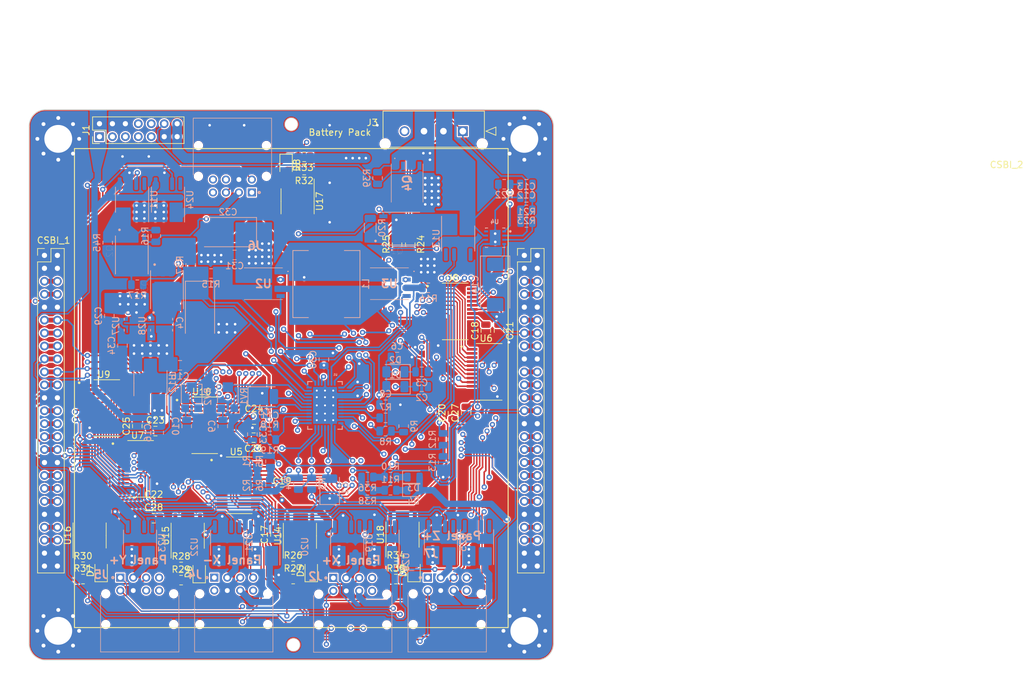
<source format=kicad_pcb>
(kicad_pcb (version 20211014) (generator pcbnew)
  (layers (0 "F.Cu" signal) (1 "In1.Cu" power) (2 "In2.Cu" mixed) (31 "B.Cu" signal) (34 "B.Paste" user) (35 "F.Paste" user) (36 "B.SilkS" user "B.Silkscreen") (37 "F.SilkS" user "F.Silkscreen") (38 "B.Mask" user) (39 "F.Mask" user) (44 "Edge.Cuts" user))
  (net 0 "")
  (net 1 "GND")
  (net 2 "/Battery Charge Controller/RNGSS")
  (net 3 "/Battery Charge Controller/BST1")
  (net 4 "/Battery Charge Controller/SW1")
  (net 5 "/Battery Charge Controller/BST2")
  (net 6 "/Battery Charge Controller/SW2")
  (net 7 "/Battery Charge Controller/ILIMIT")
  (net 8 "/Battery Charge Controller/INTVCC")
  (net 9 "Net-(C9-Pad1)")
  (net 10 "Net-(C10-Pad1)")
  (net 11 "/Battery Charge Controller/CSP")
  (net 12 "/Battery Charge Controller/CSN")
  (net 13 "Net-(D3-Pad1)")
  (net 14 "Net-(D4-Pad1)")
  (net 15 "/Battery Charge Controller/VFBMIN")
  (net 16 "/Battery Charge Controller/FBG")
  (net 17 "/Battery Charge Controller/BATT")
  (net 18 "/Battery Charge Controller/VFB")
  (net 19 "/Battery Charge Controller/VFBMAX")
  (net 20 "/Battery Charge Controller/RT")
  (net 21 "/Battery Charge Controller/VINREG")
  (net 22 "/Battery Charge Controller/SHDN")
  (net 23 "Net-(Q1-Pad1)")
  (net 24 "/Battery/VC2")
  (net 25 "/Battery/VC1")
  (net 26 "/Battery/VC1_CB")
  (net 27 "/Analog Digital Converters/REF1")
  (net 29 "/Analog Digital Converters/REF2")
  (net 30 "/Battery Charge Controller/TG1")
  (net 31 "/Battery Charge Controller/SENSBOT")
  (net 32 "/Battery Charge Controller/SENSTOP")
  (net 33 "/MPPT_BUS")
  (net 34 "/Battery Charge Controller/BGATE")
  (net 35 "/Battery Charge Controller/CSOUT")
  (net 36 "/Battery Charge Controller/ITH")
  (net 37 "/Battery Charge Controller/VC")
  (net 38 "/Battery Charge Controller/TG2")
  (net 39 "/Battery Charge Controller/BG2")
  (net 40 "/Battery Charge Controller/BG1")
  (net 41 "/BATT_RAW")
  (net 42 "/CENTER")
  (net 43 "/Analog Digital Converters/BATT_SCALED")
  (net 44 "/BAT_FAULT")
  (net 45 "/Panel_X-_1")
  (net 46 "/Panel_X-_8")
  (net 47 "/Panel_Y+_1")
  (net 48 "/Panel_Y-_1")
  (net 49 "/Panel_Z+_1")
  (net 50 "/Panel_Z+_8")
  (net 51 "/Panel_X-_2")
  (net 52 "/Panel_X-_7")
  (net 53 "/Panel_Y+_2")
  (net 54 "/INTERNAL_V")
  (net 55 "/Panel_Y-_2")
  (net 56 "/Panel_Z+_2")
  (net 57 "/Panel_Z+_7")
  (net 59 "/Analog Digital Converters/REF3")
  (net 60 "/Analog Digital Converters/REF5")
  (net 61 "/Analog Digital Converters/REF6")
  (net 62 "/Analog Digital Converters/COBC_SPI_5")
  (net 63 "/Analog Digital Converters/COBC_SPI_6")
  (net 64 "/5V")
  (net 66 "/MPPT_I_SUM")
  (net 67 "/Panel_X+_3")
  (net 68 "/MPPT_X+_1_I")
  (net 69 "/Panel_X+_6")
  (net 70 "/MPPT_X+_2_I")
  (net 71 "/Panel_X-_3")
  (net 72 "/MPPT_X-_1_I")
  (net 73 "/Panel_X-_6")
  (net 74 "/MPPT_X-_2_I")
  (net 75 "/Panel_Y+_3")
  (net 76 "/Battery Charge Controller/VOUT")
  (net 78 "/Analog Digital Converters/EDU_SPI_4")
  (net 79 "/Analog Digital Converters/EDU_SPI_1")
  (net 80 "/Analog Digital Converters/EDU_SPI_2")
  (net 81 "/Panel_X+_5")
  (net 82 "Net-(D5-Pad2)")
  (net 83 "/Panel_X-_5")
  (net 84 "Net-(D6-Pad2)")
  (net 85 "/Panel_Y+_5")
  (net 86 "Net-(D7-Pad2)")
  (net 87 "/MPPT_Y+_1_I")
  (net 88 "/Panel_Y-_3")
  (net 89 "/MPPT_Y-_1_I")
  (net 90 "/Panel_Z+_3")
  (net 91 "/MPPT_Z+_1_I")
  (net 92 "/Panel_Z+_6")
  (net 93 "/Analog Digital Converters/EDU_SPI_3")
  (net 94 "/BATT_I")
  (net 95 "/Analog Digital Converters/EDU_SPI_5")
  (net 96 "/Panel_Y-_5")
  (net 97 "Net-(D8-Pad2)")
  (net 98 "/Panel_Z+_5")
  (net 100 "Net-(D9-Pad2)")
  (net 101 "/Analog Digital Converters/EDU_SPI_6")
  (net 102 "/NTC")
  (net 103 "Net-(R26-Pad1)")
  (net 104 "Net-(R28-Pad1)")
  (net 106 "/Analog Digital Converters/REF4")
  (net 107 "Net-(R30-Pad1)")
  (net 108 "/Analog Digital Converters/COBC_SPI_4")
  (net 109 "/Analog Digital Converters/COBC_SPI_1")
  (net 110 "/Analog Digital Converters/COBC_SPI_2")
  (net 111 "/Analog Digital Converters/COBC_SPI_3")
  (net 112 "Net-(R32-Pad1)")
  (net 114 "/+5V")
  (net 115 "Net-(R34-Pad1)")
  (net 116 "/Panel_X+_1")
  (net 117 "/Panel_X+_8")
  (net 118 "/Panel_X+_2")
  (net 119 "/Panel_X+_7")
  (net 120 "/BAT_CHARGING")
  (net 121 "/DS1_SIGNAL_1")
  (net 122 "/DS2_SIGNAL_1")
  (net 123 "unconnected-(CSBI_1-Pad5)")
  (net 124 "unconnected-(CSBI_2-Pad21)")
  (net 125 "unconnected-(CSBI_2-Pad43)")
  (net 126 "Net-(Q2-Pad5)")
  (net 127 "Net-(Q2-Pad1)")
  (net 128 "/DS4_SIGNAL_1")
  (net 129 "Net-(C14-Pad1)")
  (net 130 "/VOUT_I")
  (net 131 "GNDREF")
  (net 132 "/MPPT Bus Junction/MPPT_SUM")
  (net 133 "unconnected-(CSBI_1-Pad25)")
  (net 134 "unconnected-(CSBI_1-Pad27)")
  (net 135 "unconnected-(CSBI_1-Pad29)")
  (net 136 "unconnected-(CSBI_1-Pad31)")
  (net 137 "unconnected-(CSBI_1-Pad35)")
  (net 138 "unconnected-(CSBI_1-Pad37)")
  (net 139 "unconnected-(CSBI_1-Pad39)")
  (net 140 "/Cubesat Bus Interface/UART_COBC_EDU_2")
  (net 141 "/Cubesat Bus Interface/UART_COBC_EDU_1")
  (net 142 "/Cubesat Bus Interface/UCI_COBC_UART_1")
  (net 143 "/Cubesat Bus Interface/UCI_COBC_UART_2")
  (net 144 "unconnected-(CSBI_2-Pad11)")
  (net 145 "unconnected-(CSBI_2-Pad15)")
  (net 146 "unconnected-(CSBI_2-Pad19)")
  (net 147 "unconnected-(CSBI_2-Pad23)")
  (net 148 "/Panel_Y+_6")
  (net 149 "/Panel_Y+_7")
  (net 150 "/Panel_Y+_8")
  (net 151 "/Panel_Y-_6")
  (net 152 "/Panel_Y-_7")
  (net 153 "/Panel_Y-_8")
  (net 154 "/MPPT_Z+_2_I")
  (net 155 "unconnected-(CSBI_1-Pad7)")
  (net 156 "unconnected-(CSBI_2-Pad45)")
  (footprint "MountingHole:MountingHole_4.3mm_M4_Pad_Via" (layer "F.Cu") (at 192.63254 46.3)
    (fp_text reference "H2" hide)
    (fp_text value "MountingHole_Pad" hide)
  )
  (footprint "MountingHole:MountingHole_4.3mm_M4_Pad_Via" (layer "F.Cu") (at 120.63254 122.3)
    (fp_text reference "H3" hide)
    (fp_text value "MountingHole_Pad" hide)
  )
  (footprint "MountingHole:MountingHole_4.3mm_M4_Pad_Via" (layer "F.Cu") (at 192.63254 122.3)
    (fp_text reference "H4" hide)
    (fp_text value "MountingHole_Pad" hide)
  )
  (footprint "Connector_PinHeader_2.00mm:PinHeader_2x25_P2.00mm_Vertical" (layer "F.Cu") (at 192.63254 64.3)
    (fp_text reference "CSBI_2")
    (fp_text value "~" hide)
  )
  (footprint "MountingHole:MountingHole_4.3mm_M4_Pad_Via" (layer "F.Cu") (at 120.63254 46.3)
    (fp_text reference "H1" hide)
    (fp_text value "MountingHole_Pad" hide)
  )
  (footprint "Connector_PinHeader_2.00mm:PinHeader_2x25_P2.00mm_Vertical" (layer "F.Cu") (at 118.5 64.3)
    (fp_text reference "CSBI_1")
    (fp_text value "~" hide)
  )
  (footprint "Capacitor_SMD:C_0805_2012Metric" (layer "F.Cu") (at 154.178 107.442 90)
    (fp_text reference "C17")
    (fp_text value "100n")
  )
  (footprint "Package_SO:SOIC-8_3.9x4.9mm_P1.27mm" (layer "F.Cu") (at 125.476 107.570503 90)
    (fp_text reference "U16")
    (fp_text value "LM334M")
  )
  (footprint "Resistor_SMD:R_0805_2012Metric" (layer "F.Cu") (at 158.623 51.119 180)
    (fp_text reference "R32")
    (fp_text value "332")
  )
  (footprint "Resistor_SMD:R_0805_2012Metric" (layer "F.Cu") (at 139.61225 114.46625)
    (fp_text reference "R29")
    (fp_text value "3320")
  )
  (footprint "STS_Connector:436500415" (layer "F.Cu") (at 183.13254 45.115)
    (fp_text reference "J3")
    (fp_text value "Battery Pack")
  )
  (footprint "Resistor_SMD:R_0805_2012Metric" (layer "F.Cu") (at 172.7985 114.3)
    (fp_text reference "R35")
    (fp_text value "3320")
  )
  (footprint "Resistor_SMD:R_0805_2012Metric" (layer "F.Cu") (at 158.623 49.087 180)
    (fp_text reference "R33")
    (fp_text value "3320")
  )
  (footprint "STS_Package_QSOP:MAX_QSOP24" (layer "F.Cu") (at 181.959 72.9615)
    (fp_text reference "U8")
    (fp_text value "MAX11632EEGT")
  )
  (footprint "Capacitor_SMD:C_0805_2012Metric" (layer "F.Cu") (at 135.382 104.902)
    (fp_text reference "C28")
    (fp_text value "100n")
  )
  (footprint "Capacitor_SMD:C_0805_2012Metric" (layer "F.Cu") (at 135.636 91.44)
    (fp_text reference "C23")
    (fp_text value "100n")
  )
  (footprint "Diode_SMD:D_0805_2012Metric" (layer "F.Cu") (at 142.40625 113.19625 90)
    (fp_text reference "D6")
    (fp_text value "TS4148 RYG")
  )
  (footprint "Resistor_SMD:R_0805_2012Metric" (layer "F.Cu") (at 156.920904 112.290887)
    (fp_text reference "R26")
    (fp_text value "332")
  )
  (footprint "Capacitor_SMD:C_0805_2012Metric" (layer "F.Cu") (at 132.842 90.678 90)
    (fp_text reference "C25")
    (fp_text value "100n")
  )
  (footprint "STS_Package_QSOP:MAX_QSOP24" (layer "F.Cu") (at 187.198 82.296)
    (fp_text reference "U6")
    (fp_text value "MAX11632EEGT")
  )
  (footprint "Capacitor_SMD:C_0805_2012Metric" (layer "F.Cu") (at 183.642 88.646 90)
    (fp_text reference "C27")
    (fp_text value "100n")
  )
  (footprint "Diode_SMD:D_0805_2012Metric" (layer "F.Cu") (at 127.254 113.03 90)
    (fp_text reference "D7")
    (fp_text value "TS4148 RYG")
  )
  (footprint "Capacitor_SMD:C_0805_2012Metric" (layer "F.Cu") (at 188.722 75.946 -90)
    (fp_text reference "C21")
    (fp_text value "100n")
  )
  (footprint "Resistor_SMD:R_0805_2012Metric" (layer "F.Cu") (at 172.7985 112.268)
    (fp_text reference "R34")
    (fp_text value "332")
  )
  (footprint "STS_Package_QSOP:MAX_QSOP24" (layer "F.Cu") (at 148.59 99.822)
    (fp_text reference "U5")
    (fp_text value "MAX11632EEGT")
  )
  (footprint "STS_Package_QSOP:MAX_QSOP24" (layer "F.Cu") (at 143.256 90.551)
    (fp_text reference "U10")
    (fp_text value "MAX11632EEGT")
  )
  (footprint "Package_SO:SOIC-8_3.9x4.9mm_P1.27mm" (layer "F.Cu") (at 157.607 55.945 -90)
    (fp_text reference "U17")
    (fp_text value "LM334M")
  )
  (footprint "Capacitor_SMD:C_0805_2012Metric" (layer "F.Cu") (at 186.69 75.946 90)
    (fp_text reference "C18")
    (fp_text value "100n")
  )
  (footprint "Resistor_SMD:R_0805_2012Metric" (layer "F.Cu") (at 124.46 112.395)
    (fp_text reference "R30")
    (fp_text value "332")
  )
  (footprint "Diode_SMD:D_0805_2012Metric" (layer "F.Cu") (at 175.5925 113.03 90)
    (fp_text reference "D9")
    (fp_text value "TS4148 RYG")
  )
  (footprint "Capacitor_SMD:C_0805_2012Metric" (layer "F.Cu") (at 135.381999 102.909339)
    (fp_text reference "C22")
    (fp_text value "100n")
  )
  (footprint "Resistor_SMD:R_0805_2012Metric" (layer "F.Cu") (at 172.974 62.5875 90)
    (fp_text reference "R25")
    (fp_text value "100k")
  )
  (footprint "Capacitor_SMD:C_0805_2012Metric" (layer "F.Cu") (at 155.194 100.838)
    (fp_text reference "C19")
    (fp_text value "100n")
  )
  (footprint "Capacitor_SMD:C_0805_2012Metric" (layer "F.Cu") (at 150.81 92.456 180)
    (fp_text reference "C26")
    (fp_text value "100n")
  )
  (footprint "Package_SO:SOIC-8_3.9x4.9mm_P1.27mm" (layer "F.Cu") (at 173.8145 107.442 90)
    (fp_text reference "U18")
    (fp_text value "LM334M")
  )
  (footprint "Capacitor_SMD:C_0805_2012Metric" (layer "F.Cu") (at 181.61 88.646 90)
    (fp_text reference "C20")
    (fp_text value "100n")
  )
  (footprint "STS_Package_QSOP:MAX_QSOP24" (layer "F.Cu") (at 128.1345 87.884)
    (fp_text reference "U9")
    (fp_text value "MAX11632EEGT")
  )
  (footprint "Resistor_SMD:R_0805_2012Metric" (layer "F.Cu") (at 139.61225 112.43425)
    (fp_text reference "R28")
    (fp_text value "332")
  )
  (footprint "Resistor_SMD:R_0805_2012Metric" (layer "F.Cu") (at 124.46 114.3)
    (fp_text reference "R31")
    (fp_text value "3320")
  )
  (footprint "Diode_SMD:D_0805_2012Metric" (layer "F.Cu") (at 155.829 50.357 -90)
    (fp_text reference "D8")
    (fp_text value "TS4148 RYG")
  )
  (footprint "Package_SO:SOIC-8_3.9x4.9mm_P1.27mm" (layer "F.Cu") (at 157.9625 107.62146 90)
    (fp_text reference "U14")
    (fp_text value "LM334M")
  )
  (footprint "STS_Package_QSOP:MAX_QSOP24" (layer "F.Cu") (at 133.35 97.282)
    (fp_text reference "U7")
    (fp_text value "MAX11632EEGT")
  )
  (footprint "Resistor_SMD:R_0805_2012Metric" (layer "F.Cu") (at 156.9235 114.3)
    (fp_text reference "R27")
    (fp_text value "3320")
  )
  (footprint "Diode_SMD:D_0805_2012Metric" (layer "F.Cu") (at 159.7175 113.03 90)
    (fp_text reference "D5")
    (fp_text value "TS4148 RYG")
  )
  (footprint "Capacitor_SMD:C_0805_2012Metric" (layer "F.Cu") (at 150.876 89.662)
    (fp_text reference "C24")
    (fp_text value "100n")
  )
  (footprint "Connector_PinHeader_2.00mm:PinHeader_2x07_P2.00mm_Vertical" (layer "F.Cu") (at 127 45.958 90)
    (fp_text reference "J1")
    (fp_text value "Inter-EPS")
  )
  (footprint "Resistor_SMD:R_0805_2012Metric" (layer "F.Cu") (at 175.006 62.5875 -90)
    (fp_text reference "R24")
    (fp_text value "87k5")
  )
  (footprint "Package_SO:SOIC-8_3.9x4.9mm_P1.27mm" (layer "F.Cu") (at 140.62825 107.60825 90)
    (fp_text reference "U15")
    (fp_text value "LM334M")
  )
  (footprint "Capacitor_SMD:C_0805_2012Metric" (layer "B.Cu") (at 150.622 91.948 90)
    (fp_text reference "C33")
    (fp_text value "100p")
  )
  (footprint "Inductor_SMD:L_Vishay_IHLP-4040" (layer "B.Cu") (at 162.052 68.732691 90)
    (fp_text reference "L1")
    (fp_text value "100u")
  )
  (footprint "Resistor_SMD:R_0805_2012Metric" (layer "B.Cu") (at 192.958406 59.216968 180)
    (fp_text reference "R21")
    (fp_text value "100")
  )
  (footprint "Diode_SMD:D_1206_3216Metric" (layer "B.Cu") (at 172.72 82.296 180)
    (fp_text reference "D2")
    (fp_text value "SD1206T040S1R0")
  )
  (footprint "Capacitor_SMD:C_0805_2012Metric" (layer "B.Cu") (at 147.86954 64.234)
    (fp_text reference "C31")
    (fp_text value "10u")
  )
  (footprint "STS_Package_DFN_QFN:AD_LQFN-16" (layer "B.Cu") (at 136.59654 75.004 -90)
    (fp_text reference "U28")
    (fp_text value "LTC4451AV#TRMPBF")
  )
  (footprint "Potentiometer_SMD:Potentiometer_Bourns_TC33X_Vertical" (layer "B.Cu") (at 141.24 86.106 90)
    (fp_text reference "RV2")
    (fp_text value "50k")
  )
  (footprint "STS_Package_SO:POWERPAK_SO8" (layer "B.Cu") (at 155.37454 68.679 180)
    (fp_text reference "U2")
    (fp_text value "SI7272DP-T1-GE3" hide)
  )
  (footprint "LED_SMD:LED_0805_2012Metric" (layer "B.Cu") (at 175.514 98.552)
    (fp_text reference "D3")
    (fp_text value "LED")
  )
  (footprint "Resistor_SMD:R_1206_3216Metric" (layer "B.Cu") (at 168.82454 60.043 90)
    (fp_text reference "R20")
    (fp_text value "17m")
  )
  (footprint "Resistor_SMD:R_0805_2012Metric" (layer "B.Cu") (at 177.8 69.314)
    (fp_text reference "R14")
    (fp_text value "30m")
  )
  (footprint "Resistor_SMD:R_0805_2012Metric" (layer "B.Cu") (at 171.196 89.408 180)
    (fp_text reference "R7")
    (fp_text value "500k")
  )
  (footprint "Package_SO:SOIC-8_3.9x4.9mm_P1.27mm" (layer "B.Cu") (at 182.41354 61.694 -90)
    (fp_text reference "U13")
    (fp_text value "TMCS1101A3B-Q1")
  )
  (footprint "Package_SO:SOIC-8_3.9x4.9mm_P1.27mm" (layer "B.Cu") (at 179.74654 108.619 90)
    (fp_text reference "U25")
    (fp_text value "TMCS1101A3B-Q1")
  )
  (footprint "Resistor_SMD:R_0805_2012Metric" (layer "B.Cu") (at 171.958 100.584 180)
    (fp_text reference "R11")
    (fp_text value "1k")
  )
  (footprint "Resistor_SMD:R_0805_2012Metric" (layer "B.Cu") (at 180.086 92.71 -90)
    (fp_text reference "R12")
    (fp_text value "100k")
  )
  (footprint "Package_SO:HTSOP-8-1EP_3.9x4.9mm_P1.27mm_EP2.4x3.2mm" (layer "B.Cu") (at 134.874 84.046 90)
    (fp_text reference "U12")
    (fp_text value "BD50GA5WEFJ")
  )
  (footprint "Capacitor_SMD:C_0805_2012Metric" (layer "B.Cu") (at 161.671 80.391 -90)
    (fp_text reference "C30")
    (fp_text value "10u")
  )
  (footprint "STS_Package_VSON:TI_VSON8" (layer "B.Cu") (at 188.12854 61.567 180)
    (fp_text reference "U4")
    (fp_text value "BQ29209DRBT")
  )
  (footprint "Capacitor_SMD:C_0805_2012Metric" (layer "B.Cu") (at 171.196 87.376 180)
    (fp_text reference "C8")
    (fp_text value "200n")
  )
  (footprint "Package_SO:SOIC-8_3.9x4.9mm_P1.27mm" (layer "B.Cu") (at 185.33454 108.619 90)
    (fp_text reference "U26")
    (fp_text value "TMCS1101A3B-Q1")
  )
  (footprint "Resistor_SMD:R_0805_2012Metric" (layer "B.Cu") (at 169.95554 52.356 -90)
    (fp_text reference "R39")
    (fp_text value "1M")
  )
  (footprint "Capacitor_SMD:C_0805_2012Metric" (layer "B.Cu") (at 139.446 81.28)
    (fp_text reference "C15")
    (fp_text value "1u")
  )
  (footprint "Resistor_SMD:R_0805_2012Metric" (layer "B.Cu") (at 171.958 98.552 180)
    (fp_text reference "R10")
    (fp_text value "1k")
  )
  (footprint "Capacitor_SMD:C_0805_2012Metric" (layer "B.Cu") (at 128.524 73.66 -90)
    (fp_text reference "C29")
    (fp_text value "100n")
  )
  (footprint "Capacitor_SMD:C_0805_2012Metric" (layer "B.Cu") (at 176.784 82.296)
    (fp_text reference "C3")
    (fp_text value "1µ")
  )
  (footprint "Capacitor_SMD:C_0805_2012Metric" (layer "B.Cu") (at 146.05 90.678 -90)
    (fp_text reference "C9")
    (fp_text value "680p")
  )
  (footprint "Resistor_SMD:R_0805_2012Metric" (layer "B.Cu") (at 144.23254 67.1)
    (fp_text reference "R15")
    (fp_text value "30m")
  )
  (footprint "STS_Package_SO:POWERPAK_SO8" (layer "B.Cu") (at 174.841014 68.671781 180)
    (fp_text reference "U3")
    (fp_text value "SI7272DP-T1-GE3" hide)
  )
  (footprint "Capacitor_SMD:C_0805_2012Metric" (layer "B.Cu") (at 192.95454 55.344 180)
    (fp_text reference "C13")
    (fp_text value "100n")
  )
  (footprint "Package_SO:SOIC-8_3.9x4.9mm_P1.27mm" (layer "B.Cu") (at 170.72954 108.684 90)
    (fp_text reference "U20")
    (fp_text value "TMCS1101A3B-Q1")
  )
  (footprint "Resistor_SMD:R_0805_2012Metric" (layer "B.Cu") (at 128.27 62.3335 -90)
    (fp_text reference "R45")
    (fp_text value "0")
  )
  (footprint "Resistor_SMD:R_0805_2012Metric" (layer "B.Cu") (at 153.289 88.773)
    (fp_text reference "R18")
    (fp_text value "100")
  )
  (footprint "STS_Connector:M8085108" (layer "B.Cu") (at 130.217018 114.076575 180)
    (fp_text reference "J5")
    (fp_text value "Panel Y+")
  )
  (footprint "Resistor_SMD:R_0805_2012Metric" (layer "B.Cu") (at 192.952578 57.28203)
    (fp_text reference "R23")
    (fp_text value "140")
  )
  (footprint "STS_Connector:M8085108" (layer "B.Cu") (at 144.74254 114.0785 180)
    (fp_text reference "J4")
    (fp_text value "Panel X-")
  )
  (footprint "Resistor_SMD:R_0805_2012Metric" (layer "B.Cu") (at 153.3144 92.7608)
    (fp_text reference "R19")
    (fp_text value "100")
  )
  (footprint "Resistor_SMD:R_0805_2012Metric" (layer "B.Cu") (at 189.52554 53.312)
    (fp_text reference "R22")
    (fp_text value "140")
  )
  (footprint "LED_SMD:LED_0805_2012Metric" (layer "B.Cu") (at 175.514 100.584)
    (fp_text reference "D4")
    (fp_text value "LED")
  )
  (footprint "Diode_SMD:D_1206_3216Metric" (layer "B.Cu") (at 172.72 84.582 180)
    (fp_text reference "D1")
    (fp_text value "SD1206T040S1R0")
  )
  (footprint "Resistor_SMD:R_0805_2012Metric" (layer "B.Cu") (at 168.402 98.552)
    (fp_text reference "R36")
    (fp_text value "100k")
  )
  (footprint "Capacitor_SMD:C_0805_2012Metric" (layer "B.Cu") (at 153.3144 90.7288 180)
    (fp_text reference "C11")
    (fp_text value "330n")
  )
  (footprint "Resistor_SMD:R_0805_2012Metric" (layer "B.Cu") (at 153.416 99.822 -90)
    (fp_text reference "R6")
    (fp_text value "100k")
  )
  (footprint "STS_Connector:M8085108" (layer "B.Cu") (at 163.12654 114.1285 180)
    (fp_text reference "J2")
    (fp_text value "Panel X+")
  )
  (footprint "Resistor_SMD:R_0805_2012Metric" (layer "B.Cu") (at 173.99 90.678 90)
    (fp_text reference "R9")
    (fp_text value "166k")
  )
  (footprint "Capacitor_Tantalum_SMD:CP_EIA-7343-43_Kemet-X" (layer "B.Cu") (at 146.85354 60.706 180)
    (fp_text reference "C32")
    (fp_text value "680u")
  )
  (footprint "Resistor_SMD:R_0805_2012Metric" (layer "B.Cu") (at 180.086 96.266 -90)
    (fp_text reference "R13")
    (fp_text value "53k6")
  )
  (footprint "STS_Package_SO:POWERPAK_SO8" (layer "B.Cu") (at 174.52754 50.07 -90)
    (fp_text reference "Q4")
    (fp_text value "SI7272DP-T1-GE3" hide)
  )
  (footprint "Capacitor_Tantalum_SMD:CP_EIA-3528-12_Kemet-T" (layer "B.Cu") (at 152.4 86.106)
    (fp_text reference "C5")
    (fp_text value "50u")
  )
  (footprint "Resistor_SMD:R_0805_2012Metric" (layer "B.Cu") (at 141.09239 65.785523 -90)
    (fp_text reference "R37")
    (fp_text value "0")
  )
  (footprint "STS_Package_SO:POWERPAK_SO8_single" (layer "B.Cu") (at 131.99454 64.234 -90)
    (fp_text reference "Q2")
    (fp_text value "SI7135DP-T1-GE3")
  )
  (footprint "Package_SO:SOIC-8_3.9x4.9mm_P1.27mm" (layer "B.Cu") (at 132.03254 55.7 90)
    (fp_text reference "U11")
    (fp_text value "TMCS1101A3B-Q1")
  )
  (footprint "STS_Package_SO:POWERPAK_SO8_single" (layer "B.Cu") (at 137.424673 69.600675 -90)
    (fp_text reference "Q3")
    (fp_text value "SI7135DP-T1-GE3")
  )
  (footprint "Capacitor_Tantalum_SMD:CP_EIA-7343-43_Kemet-X" (layer "B.Cu") (at 142.52754 72.7 -90)
    (fp_text reference "C4")
    (fp_text value "680u")
  )
  (footprint "Package_SO:SOIC-8_3.9x4.9mm_P1.27mm" (layer "B.Cu") (at 146.72654 108.684 90)
    (fp_text reference "U21")
    (fp_text value "TMCS1101A3B-Q1")
  )
  (footprint "Capacitor_SMD:C_0805_2012Metric" (layer "B.Cu") (at 136.144 91.694 -90)
    (fp_text reference "C16")
    (fp_text value "1u")
  )
  (footprint "Resistor_SMD:R_0805_2012Metric" (layer "B.Cu") (at 151.384 99.822 -90)
    (fp_text reference "R2")
    (fp_text value "100k")
  )
  (footprint "Package_SO:SOIC-8_3.9x4.9mm_P1.27mm" (layer "B.Cu") (at 137.58254 55.7 90)
    (fp_text reference "U24")
    (fp_text value "TMCS1101A3B-Q1")
  )
  (footprint "STS_Connector:M8085108" (layer "B.Cu") (at 177.71454 114.0785 180)
    (fp_text reference "J7")
    (fp_text value "Panel Z+")
  )
  (footprint "Resistor_SMD:R_0805_2012Metric" (layer "B.Cu") (at 159.766 99.568 90)
    (fp_text reference "R3")
    (fp_text value "180k")
  )
  (footprint "STS_Connector:M8085108" (layer "B.Cu") (at 150.53654 54.582)
    (fp_text reference "J6")
    (fp_text value "Panel Y-" hide)
  )
  (footprint "STS_Package_DFN_QFN:AD_LQFN-16" (layer "B.Cu") (at 132.53254 75.004 -90)
    (fp_text reference "U27")
    (fp_text value "LTC4451AV#TRMPBF")
  )
  (footprint "Capacitor_SMD:C_0805_2012Metric" (layer "B.Cu") (at 192.95454 53.312)
    (fp_text reference "C12")
    (fp_text value "100n")
  )
  (footprint "Capacitor_SMD:C_0805_2012Metric" (layer "B.Cu") (at 172.974 80.01 180)
    (fp_text reference "C6")
    (fp_text value "2µ2")
  )
  (footprint "Capacitor_SMD:C_0805_2012Metric" (layer "B.Cu") (at 130.556 78.232 -90)
    (fp_text reference "C34")
    (fp_text value "100n")
  )
  (footprint "Resistor_SMD:R_0805_2012Metric" (layer "B.Cu") (at 171.196 91.44)
    (fp_text reference "R8")
    (fp_text value "100k")
  )
  (footprint "Resistor_SMD:R_0805_2012Metric" (layer "B.Cu") (at 135.703554 61.302851 -90)
    (fp_text reference "R16")
    (fp_text value "100k")
  )
  (footprint "Package_SO:SOIC-8_3.9x4.9mm_P1.27mm" (layer "B.Cu") (at 133.26454 108.684 90)
    (fp_text reference "U23")
    (fp_text value "TMCS1101A3B-Q1")
  )
  (footprint "Resistor_SMD:R_0805_2012Metric" (layer "B.Cu") (at 157.734 99.568 -90)
    (fp_text reference "R4")
    (fp_text value "100k")
  )
  (footprint "Capacitor_SMD:C_0805_2012Metric" (layer "B.Cu") (at 176.784 84.582)
    (fp_text reference "C2")
    (fp_text value "1µ")
  )
  (footprint "Resistor_SMD:R_0805_2012Metric" (layer "B.Cu") (at 151.384 96.1155 -90)
    (fp_text reference "R1")
    (fp_text value "135k")
  )
  (footprint "Resistor_SMD:R_0805_2012Metric" (layer "B.Cu") (at 168.402 100.584)
    (fp_text reference "R38")
    (fp_text value "100k")
  )
  (footprint "Resistor_SMD:R_0805_2012Metric" (layer "B.Cu") (at 153.416 96.1155 -90)
    (fp_text reference "R5")
    (fp_text value "155k")
  )
  (footprint "STS_Package_DFN_QFN:AD_QFN-38_UHF" (layer "B.Cu") (at 161.83954 87.475 180)
    (fp_text reference "U1")
    (fp_text value "LTC4020EUHFPBF")
  )
  (footprint "Capacitor_SMD:C_0805_2012Metric" (layer "B.Cu") (at 140.478 90.678 -90)
    (fp_text reference "C10")
    (fp_text value "680p")
  )
  (footprint "Potentiometer_SMD:Potentiometer_Bourns_TC33X_Vertical" (layer "B.Cu") (at 146.828 86.106 90)
    (fp_text reference "RV1")
    (fp_text value "50k")
  )
  (footprint "Package_SO:SOIC-8_3.9x4.9mm_P1.27mm" (layer "B.Cu") (at 152.31454 108.684 90)
    (fp_text reference "U22")
    (fp_text value "TMCS1101A3B-Q1")
  )
  (footprint "Resistor_SMD:R_0805_2012Metric" (layer "B.Cu") (at 132.842 68.834)
    (fp_text reference "R17")
    (fp_text value "100k")
  )
  (footprint "Package_SO:SOIC-8_3.9x4.9mm_P1.27mm" (layer "B.Cu") (at 165.26854 108.684 90)
    (fp_text reference "U19")
    (fp_text value "TMCS1101A3B-Q1")
  )
  (footprint "Capacitor_Tantalum_SMD:CP_EIA-3528-12_Kemet-T" (layer "B.Cu") (at 162.56 100.33 90)
    (fp_text reference "C1")
    (fp_text value "50u")
  )
  (footprint "STS_Package_SO:POWERPAK_SO8_single" (layer "B.Cu") (at 173.52354 60.17)
    (fp_text reference "Q1")
    (fp_text value "SI7135DP-T1-GE3" hide)
  )
  (footprint "Capacitor_Tantalum_SMD:CP_EIA-7343-43_Kemet-X" (layer "B.Cu") (at 188.12854 68.806 -90)
    (fp_text reference "C14")
    (fp_text value "330u")
  )
  (gr_rect (start 123.13254 47.8) (end 190.13254 121.8) (layer "F.SilkS") (width 0.15) (fill none))
  (gr_line (start 118.67254 126.8) (end 194.59254 126.8) (layer "Edge.Cuts") (width 0.15))
  (gr_arc (start 116.13254 44.34) (mid 116.876489 42.543949) (end 118.67254 41.8) (layer "Edge.Cuts") (width 0.15))
  (gr_arc (start 118.67254 126.8) (mid 116.876489 126.056051) (end 116.13254 124.26) (layer "Edge.Cuts") (width 0.15))
  (gr_arc (start 194.59254 41.8) (mid 196.388591 42.543949) (end 197.13254 44.34) (layer "Edge.Cuts") (width 0.15))
  (gr_arc (start 197.13254 124.26) (mid 196.388591 126.056051) (end 194.59254 126.8) (layer "Edge.Cuts") (width 0.15))
  (gr_line (start 194.59254 41.8) (end 118.67254 41.8) (layer "Edge.Cuts") (width 0.15))
  (gr_line (start 197.13254 124.26) (end 197.13254 44.34) (layer "Edge.Cuts") (width 0.15))
  (gr_circle (center 156.972 124.46) (end 157.972 124.46) (layer "Edge.Cuts") (width 0.1) (fill none))
  (gr_line (start 116.13254 44.34) (end 116.13254 124.26) (layer "Edge.Cuts") (width 0.15))
  (gr_circle (center 156.63254 44.05) (end 157.63254 44.05) (layer "Edge.Cuts") (width 0.1) (fill none))
  (segment (start 192.63254 110.3) (end 192.63254 112.3) (width 0.762) (layer "F.Cu") (net 1))
  (segment (start 184.594 73.279) (end 187.888645 73.279) (width 0.25) (layer "F.Cu") (net 1))
  (segment (start 118.5 72.3) (end 120.5 72.3) (width 0.762) (layer "F.Cu") (net 1))
  (segment (start 118.5 86.3) (end 120.5 86.3) (width 0.762) (layer "F.Cu") (net 1))
  (segment (start 187.888645 73.279) (end 188.360072 73.750427) (width 0.25) (layer "F.Cu") (net 1))
  (segment (start 118.5 64.3) (end 118.5 66.3) (width 0.762) (layer "F.Cu") (net 1))
  (segment (start 118.5 104.3) (end 120.5 104.3) (width 0.762) (layer "F.Cu") (net 1))
  (segment (start 118.5 66.3) (end 120.5 66.3) (width 0.762) (layer "F.Cu") (net 1))
  (segment (start 192.63254 64.3) (end 192.63254 66.3) (width 0.762) (layer "F.Cu") (net 1))
  (segment (start 118.5 112.3) (end 120.5 112.3) (width 0.762) (layer "F.Cu") (net 1))
  (segment (start 192.63254 104.3) (end 194.63254 104.3) (width 0.762) (layer "F.Cu") (net 1))
  (segment (start 118.5 110.3) (end 120.5 110.3) (width 0.762) (layer "F.Cu") (net 1))
  (segment (start 120.5 112.3) (end 120.5 110.3) (width 0.762) (layer "F.Cu") (net 1))
  (segment (start 192.63254 72.3) (end 194.63254 72.3) (width 0.762) (layer "F.Cu") (net 1))
  (segment (start 192.63254 112.3) (end 194.63254 112.3) (width 0.762) (layer "F.Cu") (net 1))
  (segment (start 192.63254 64.3) (end 194.63254 64.3) (width 0.762) (layer "F.Cu") (net 1))
  (segment (start 194.63254 110.3) (end 194.63254 112.3) (width 0.762) (layer "F.Cu") (net 1))
  (segment (start 192.63254 110.3) (end 194.63254 110.3) (width 0.762) (layer "F.Cu") (net 1))
  (segment (start 118.5 64.3) (end 120.5 64.3) (width 0.762) (layer "F.Cu") (net 1))
  (segment (start 118.5 96.3) (end 120.5 96.3) (width 0.762) (layer "F.Cu") (net 1))
  (segment (start 194.63254 64.3) (end 194.63254 66.3) (width 0.762) (layer "F.Cu") (net 1))
  (segment (start 120.5 64.3) (end 120.5 66.3) (width 0.762) (layer "F.Cu") (net 1))
  (segment (start 118.5 110.3) (end 118.5 112.3) (width 0.762) (layer "F.Cu") (net 1))
  (segment (start 192.63254 66.3) (end 194.63254 66.3) (width 0.762) (layer "F.Cu") (net 1))
  (via (at 166.878 86.0005) (size 0.8) (drill 0.4) (layers "F.Cu" "B.Cu") (net 1))
  (via (at 163.068 79.375) (size 0.8) (drill 0.4) (layers "F.Cu" "B.Cu") (net 1))
  (via (at 178.33754 56.42) (size 0.8) (drill 0.4) (layers "F.Cu" "B.Cu") (net 1))
  (via (at 169.479589 104.371191) (size 0.8) (drill 0.4) (layers "F.Cu" "B.Cu") (net 1))
  (via (at 130.556 49.022) (size 0.8) (drill 0.4) (layers "F.Cu" "B.Cu") (net 1))
  (via (at 152.146 85.598) (size 0.8) (drill 0.4) (layers "F.Cu" "B.Cu") (net 1))
  (via (at 132.08 100.838) (size 0.8) (drill 0.4) (layers "F.Cu" "B.Cu") (net 1))
  (via (at 162.56 101.854) (size 0.8) (drill 0.4) (layers "F.Cu" "B.Cu") (net 1))
  (via (at 149.352 44.196) (size 0.8) (drill 0.4) (layers "F.Cu" "B.Cu") (net 1))
  (via (at 176.69854 64.869) (size 0.8) (drill 0.4) (layers "F.Cu" "B.Cu") (net 1))
  (via (at 154.686 113.665) (size 0.8) (drill 0.4) (layers "F.Cu" "B.Cu") (net 1))
  (via (at 145.415 74.93) (size 0.8) (drill 0.4) (layers "F.Cu" "B.Cu") (net 1))
  (via (at 145.796 64.262) (size 0.8) (drill 0.4) (layers "F.Cu" "B.Cu") (net 1))
  (via (at 146.685 76.2) (size 0.8) (drill 0.4) (layers "F.Cu" "B.Cu") (net 1))
  (via (at 178.33754 53.372) (size 0.8) (drill 0.4) (layers "F.Cu" "B.Cu") (net 1))
  (via (at 145.415 76.2) (size 0.8) (drill 0.4) (layers "F.Cu" "B.Cu") (net 1))
  (via (at 144.78 64.262) (size 0.8) (drill 0.4) (layers "F.Cu" "B.Cu") (net 1))
  (via (at 142.748 64.262) (size 0.8) (drill 0.4) (layers "F.Cu" "B.Cu") (net 1))
  (via (at 190.246 77.724) (size 0.8) (drill 0.4) (layers "F.Cu" "B.Cu") (net 1))
  (via (at 179.35354 56.42) (size 0.8) (drill 0.4) (layers "F.Cu" "B.Cu") (net 1))
  (via (at 179.324 78.232) (size 0.8) (drill 0.4) (layers "F.Cu" "B.Cu") (net 1))
  (via (at 179.35354 55.404) (size 0.8) (drill 0.4) (layers "F.Cu" "B.Cu") (net 1))
  (via (at 177.32154 56.42) (size 0.8) (drill 0.4) (layers "F.Cu" "B.Cu") (net 1))
  (via (at 179.35354 52.356) (size 0.8) (drill 0.4) (layers "F.Cu" "B.Cu") (net 1))
  (via (at 175.776606 78.477394) (size 0.8) (drill 0.4) (layers "F.Cu" "B.Cu") (net 1))
  (via (at 142.748 65.278) (size 0.8) (drill 0.4) (layers "F.Cu" "B.Cu") (net 1))
  (via (at 177.71454 64.869) (size 0.8) (drill 0.4) (layers "F.Cu" "B.Cu") (net 1))
  (via (at 143.764 65.278) (size 0.8) (drill 0.4) (layers "F.Cu" "B.Cu") (net 1))
  (via (at 131.63254 51.534) (size 0.8) (drill 0.4) (layers "F.Cu" "B.Cu") (net 1))
  (via (at 176.69854 65.885) (size 0.8) (drill 0.4) (layers "F.Cu" "B.Cu") (net 1))
  (via (at 147.955 74.93) (size 0.8) (drill 0.4) (layers "F.Cu" "B.Cu") (net 1))
  (via (at 134.758198 73.909523) (size 0.8) (drill 0.4) (layers "F.Cu" "B.Cu") (net 1))
  (via (at 145.796 65.278) (size 0.8) (drill 0.4) (layers "F.Cu" "B.Cu") (net 1))
  (via (at 162.56 59.182) (size 0.8) (drill 0.4) (layers "F.Cu" "B.Cu") (net 1))
  (via (at 178.33754 55.404) (size 0.8) (drill 0.4) (layers "F.Cu" "B.Cu") (net 1))
  (via (at 178.33754 54.388) (size 0.8) (drill 0.4) (layers "F.Cu" "B.Cu") (net 1))
  (via (at 169.926 44.196) (size 0.8) (drill 0.4) (layers "F.Cu" "B.Cu") (net 1))
  (via (at 146.685 74.93) (size 0.8) (drill 0.4) (layers "F.Cu" "B.Cu") (net 1))
  (via (at 178.73054 64.869) (size 0.8) (drill 0.4) (layers "F.Cu" "B.Cu") (net 1))
  (via (at 178.33754 52.356) (size 0.8) (drill 0.4) (layers "F.Cu" "B.Cu") (net 1))
  (via (at 143.764 64.262) (size 0.8) (drill 0.4) (layers "F.Cu" "B.Cu") (net 1))
  (via (at 188.468 86.106) (size 0.8) (drill 0.4) (layers "F.Cu" "B.Cu") (net 1))
  (via (at 178.73054 66.901) (size 0.8) (drill 0.4) (layers "F.Cu" "B.Cu") (net 1))
  (via (at 177.32154 52.356) (size 0.8) (drill 0.4) (layers "F.Cu" "B.Cu") (net 1))
  (via (at 175.26 80.01) (size 0.8) (drill 0.4) (layers "F.Cu" "B.Cu") (net 1))
  (via (at 167.13604 81.026) (size 0.8) (drill 0.4) (layers "F.Cu" "B.Cu") (net 1))
  (via (at 145.796 95.25) (size 0.8) (drill 0.4) (layers "F.Cu" "B.Cu") (net 1))
  (via (at 166.878 83.8575) (size 0.8) (drill 0.4) (layers "F.Cu" "B.Cu") (net 1))
  (via (at 132.50254 104.62) (size 0.8) (drill 0.4) (layers "F.Cu" "B.Cu") (net 1))
  (via (at 137.03254 51.534) (size 0.8) (drill 0.4) (layers "F.Cu" "B.Cu") (net 1))
  (via (at 145.96454 104.62) (size 0.8) (drill 0.4) (layers "F.Cu" "B.Cu") (net 1))
  (via (at 125.476 90.932) (size 0.8) (drill 0.4) (layers "F.Cu" "B.Cu") (net 1))
  (via (at 177.71454 66.901) (size 0.8) (drill 0.4) (layers "F.Cu" "B.Cu") (net 1))
  (via (at 177.32154 53.372) (size 0.8) (drill 0.4) (layers "F.Cu" "B.Cu") (net 1))
  (via (at 134.62 49.022) (size 0.8) (drill 0.4) (layers "F.Cu" "B.Cu") (net 1))
  (via (at 180.086 98.552) (size 0.8) (drill 0.4) (layers "F.Cu" "B.Cu") (net 1))
  (via (at 135.009636 76.808236) (size 0.8) (drill 0.4) (layers "F.Cu" "B.Cu") (net 1))
  (via (at 135.89 99.568) (size 0.8) (drill 0.4) (layers "F.Cu" "B.Cu") (net 1))
  (via (at 162.56 53.086) (size 0.8) (drill 0.4) (layers "F.Cu" "B.Cu") (net 1))
  (via (at 173.482 87.376) (size 0.8) (drill 0.4) (layers "F.Cu" "B.Cu") (net 1))
  (via (at 177.32154 55.404) (size 0.8) (drill 0.4) (layers "F.Cu" "B.Cu") (net 1))
  (via (at 144.018 44.196) (size 0.8) (drill 0.4) (layers "F.Cu" "B.Cu") (net 1))
  (via (at 179.11154 104.428) (size 0.8) (drill 0.4) (layers "F.Cu" "B.Cu") (net 1))
  (via (at 147.955 76.2) (size 0.8) (drill 0.4) (layers "F.Cu" "B.Cu") (net 1))
  (via (at 179.35354 54.388) (size 0.8) (drill 0.4) (layers "F.Cu" "B.Cu") (net 1))
  (via (at 188.360072 73.750427) (size 0.8) (drill 0.4) (layers "F.Cu" "B.Cu") (net 1))
  (via (at 144.78 65.278) (size 0.8) (drill 0.4) (layers "F.Cu" "B.Cu") (net 1))
  (via (at 177.71454 65.885) (size 0.8) (drill 0.4) (layers "F.Cu" "B.Cu") (net 1))
  (via (at 177.32154 54.388) (size 0.8) (drill 0.4) (layers "F.Cu" "B.Cu") (net 1))
  (via (at 150.622 90.932) (size 0.8) (drill 0.4) (layers "F.Cu" "B.Cu") (net 1))
  (via (at 164.63354 104.493) (size 0.8) (drill 0.4) (layers "F.Cu" "B.Cu") (net 1))
  (via (at 176.69854 66.901) (size 0.8) (drill 0.4) (layers "F.Cu" "B.Cu") (net 1))
  (via (at 178.73054 65.885) (size 0.8) (drill 0.4) (layers "F.Cu" "B.Cu") (net 1))
  (via (at 151.55254 104.62) (size 0.8) (drill 0.4) (layers "F.Cu" "B.Cu") (net 1))
  (via (at 182.372 104.428) (size 0.8) (drill 0.4) (layers "F.Cu" "B.Cu") (net 1))
  (via (at 162.56 44.196) (size 0.8) (drill 0.4) (layers "F.Cu" "B.Cu") (net 1))
  (via (at 179.35354 53.372) (size 0.8) (drill 0.4) (layers "F.Cu" "B.Cu") (net 1))
  (segment (start 166.6535 86.225) (end 166.878 86.0005) (width 0.25) (layer "B.Cu") (net 1))
  (segment (start 145.984 91.694) (end 146.05 91.628) (width 0.25) (layer "B.Cu") (net 1))
  (segment (start 166.878 81.28404) (end 167.13604 81.026) (width 0.25) (layer "B.Cu") (net 1))
  (segment (start 173.99 87.884) (end 173.482 87.376) (width 0.25) (layer "B.Cu") (net 1))
  (segment (start 145.96454 104.62) (end 145.96454 106.082) (width 0.25) (layer "B.Cu") (net 1))
  (segment (start 163.002 79.441) (end 163.068 79.375) (width 0.25) (layer "B.Cu") (net 1))
  (segment (start 170.09454 106.209) (end 170.09454 104.986142) (width 0.25) (layer "B.Cu") (net 1))
  (segment (start 130.67078 74.295) (end 130.81 74.295) (width 0.25) (layer "B.Cu") (net 1))
  (segment (start 131.13254 75.254) (end 130.71178 75.254) (width 0.25) (layer "B.Cu") (net 1))
  (segment (start 164.63354 106.209) (end 164.63354 104.493) (width 0.25) (layer "B.Cu") (net 1))
  (segment (start 163.067187 89.725) (end 163.054258 89.712071) (width 0.25) (layer "B.Cu") (net 1))
  (segment (start 184.69954 105.767928) (end 184.69954 106.144) (width 0.25) (layer "B.Cu") (net 1))
  (segment (start 175.776606 78.477394) (end 175.18758 77.888368) (width 0.25) (layer "B.Cu") (net 1))
  (segment (start 135.34654 74.104) (end 135.34654 74.018) (width 0.25) (layer "B.Cu") (net 1))
  (segment (start 130.81 74.295) (end 131.001 74.104) (width 0.25) (layer "B.Cu") (net 1))
  (segment (start 172.146 87.376) (end 173.482 87.376) (width 0.25) (layer "B.Cu") (net 1))
  (segment (start 131.39754 53.225) (end 131.39754 51.769) (width 0.25) (layer "B.Cu") (net 1))
  (segment (start 179.11154 106.144) (end 179.11154 104.428) (width 0.25) (layer "B.Cu") (net 1))
  (segment (start 183.359612 104.428) (end 184.69954 105.767928) (width 0.25) (layer "B.Cu") (net 1))
  (segment (start 161.83954 84.0226) (end 161.83954 85.189) (width 0.25) (layer "B.Cu") (net 1))
  (segment (start 162.83954 90.9274) (end 162.83954 89.342057) (width 0.25) (layer "B.Cu") (net 1))
  (segment (start 172.146 89.3705) (end 172.1085 89.408) (width 0.25) (layer "B.Cu") (net 1))
  (segment (start 151.67954 104.747) (end 151.55254 104.62) (width 0.25) (layer "B.Cu") (net 1))
  (segment (start 164.29194 86.225) (end 166.6535 86.225) (width 0.25) (layer "B.Cu") (net 1))
  (segment (start 132.50254 104.62) (end 132.50254 106.082) (width 0.25) (layer "B.Cu") (net 1))
  (segment (start 164.29194 85.725) (end 162.932366 85.725) (width 0.25) (layer "B.Cu") (net 1))
  (segment (start 173.924 80.01) (end 175.26 80.01) (width 0.25) (layer "B.Cu") (net 1))
  (segment (start 151.67954 106.209) (end 151.67954 104.747) (width 0.25) (layer "B.Cu") (net 1))
  (segment (start 136.94754 53.225) (end 136.94754 51.619) (width 0.25) (layer "B.Cu") (net 1))
  (segment (start 173.99 89.7655) (end 173.99 87.884) (width 0.25) (layer "B.Cu") (net 1))
  (segment (start 159.38714 85.725) (end 160.752981 85.725) (width 0.25) (layer "B.Cu") (net 1))
  (segment (start 172.146 87.376) (end 172.146 89.3705) (width 0.25) (layer "B.Cu") (net 1))
  (segment (start 131.001 74.104) (end 130.53254 74.104) (width 0.25) (layer "B.Cu") (net 1))
  (segment (start 162.689063 86.225) (end 162.682607 86.218544) (width 0.25) (layer "B.Cu") (net 1))
  (segment (start 170.09454 104.986142) (end 169.479589 104.371191) (width 0.25) (layer "B.Cu") (net 1))
  (segment (start 135.34654 74.104) (end 135.34654 73.918) (width 0.25) (layer "B.Cu") (net 1))
  (segment (start 132.50254 106.082) (end 132.62954 106.209) (width 0.25) (layer "B.Cu") (net 1))
  (segment (start 161.671 79.441) (end 163.002 79.441) (width 0.25) (layer "B.Cu") (net 1))
  (segment (start 162.932366 85.725) (end 162.925419 85.718053) (width 0.25) (layer "B.Cu") (net 1))
  (segment (start 131.28254 74.104) (end 131.001 74.104) (width 0.25) (layer "B.Cu") (net 1))
  (segment (start 136.94754 51.619) (end 137.03254 51.534) (width 0.25) (layer "B.Cu") (net 1))
  (segment (start 166.878 83.8575) (end 166.878 81.28404) (width 0.25) (layer "B.Cu") (net 1))
  (segment (start 164.29194 89.725) (end 163.067187 89.725) (width 0.25) (layer "B.Cu") (net 1))
  (segment (start 145.96454 106.082) (end 146.09154 106.209) (width 0.25) (layer "B.Cu") (net 1))
  (segment (start 130.45802 75.00024) (end 130.45802 74.50776) (width 0.25) (layer "B.Cu") (net 1))
  (segment (start 130.45802 74.50776) (end 130.67078 74.295) (width 0.25) (layer "B.Cu") (net 1))
  (segment (start 182.372 104.428) (end 183.359612 104.428) (width 0.25) (layer "B.Cu") (net 1))
  (segment (start 131.39754 51.769) (end 131.63254 51.534) (width 0.25) (layer "B.Cu") (net 1))
  (segment (start 150.434 91.186) (end 150.622 90.998) (width 0.25) (layer "B.Cu") (net 1))
  (segment (start 130.71178 75.254) (end 130.45802 75.00024) (width 0.25) (layer "B.Cu") (net 1))
  (segment (start 180.086 97.1785) (end 180.086 98.552) (width 0.25) (layer "B.Cu") (net 1))
  (segment (start 162.83954 89.342057) (end 162.841178 89.340419) (width 0.25) (layer "B.Cu") (net 1))
  (via (at 162.306 97.536) (size 0.8) (drill 0.4) (layers "F.Cu" "B.Cu") (net 2))
  (via (at 162.306 96.0495) (size 0.8) (drill 0.4) (layers "F.Cu" "B.Cu") (net 2))
  (segment (start 162.33954 90.9274) (end 162.33954 96.01596) (width 0.25) (layer "B.Cu") (net 2))
  (segment (start 162.33954 96.01596) (end 162.306 96.0495) (width 0.25) (layer "B.Cu") (net 2))
  (segment (start 162.306 97.536) (end 162.306 98.5385) (width 0.25) (layer "B.Cu") (net 2))
  (segment (start 162.306 98.5385) (end 162.56 98.7925) (width 0.25) (layer "B.Cu") (net 2))
  (via (at 172.72 84.582) (size 0.8) (drill 0.4) (layers "F.Cu" "B.Cu") (net 3))
  (via (at 168.24398 84.582) (size 0.8) (drill 0.4) (layers "F.Cu" "B.Cu") (net 3))
  (segment (start 174.12 84.582) (end 175.834 84.582) (width 0.25) (layer "B.Cu") (net 3))
  (segment (start 166.624 84.582) (end 168.24398 84.582) (width 0.25) (layer "B.Cu") (net 3))
  (segment (start 172.72 84.582) (end 174.12 84.582) (width 0.25) (layer "B.Cu") (net 3))
  (segment (start 165.981 85.225) (end 166.624 84.582) (width 0.25) (layer "B.Cu") (net 3))
  (segment (start 164.29194 85.225) (end 165.981 85.225) (width 0.25) (layer "B.Cu") (net 3))
  (via (at 172.257875 75.114708) (size 0.8) (drill 0.4) (layers "F.Cu" "B.Cu") (net 4))
  (via (at 166.243 76.327) (size 0.8) (drill 0.4) (layers "F.Cu" "B.Cu") (net 4))
  (via (at 176.776043 78.488811) (size 0.8) (drill 0.4) (layers "F.Cu" "B.Cu") (net 4))
  (via (at 165.481 81.534) (size 0.8) (drill 0.4) (layers "F.Cu" "B.Cu") (net 4))
  (segment (start 163.33954 83.67546) (end 165.481 81.534) (width 0.25) (layer "B.Cu") (net 4))
  (segment (start 176.776043 83.624043) (end 176.776043 78.488811) (width 0.25) (layer "B.Cu") (net 4))
  (segment (start 172.257875 75.114708) (end 172.142708 75.114708) (width 0.25) (layer "B.Cu") (net 4))
  (segment (start 172.142708 75.114708) (end 169.418 72.39) (width 0.25) (layer "B.Cu") (net 4))
  (segment (start 166.243 76.327) (end 163.1025 73.1865) (width 0.25) (layer "B.Cu") (net 4))
  (segment (start 163.33954 84.0226) (end 163.33954 83.67546) (width 0.25) (layer "B.Cu") (net 4))
  (segment (start 163.1025 73.1865) (end 161.96654 73.1865) (width 0.25) (layer "B.Cu") (net 4))
  (segment (start 177.734 84.582) (end 176.776043 83.624043) (width 0.25) (layer "B.Cu") (net 4))
  (via (at 164.846 76.454) (size 0.8) (drill 0.4) (layers "F.Cu" "B.Cu") (net 5))
  (via (at 153.924 80.518) (size 0.8) (drill 0.4) (layers "F.Cu" "B.Cu") (net 5))
  (via (at 159.512 80.01) (size 0.8) (drill 0.4) (layers "F.Cu" "B.Cu") (net 5))
  (via (at 159.512 76.454) (size 0.8) (drill 0.4) (layers "F.Cu" "B.Cu") (net 5))
  (via (at 171.706112 75.948112) (size 0.8) (drill 0.4) (layers "F.Cu" "B.Cu") (net 5))
  (via (at 157.48 80.264) (size 0.8) (drill 0.4) (layers "F.Cu" "B.Cu") (net 5))
  (via (at 173.493428 77.481428) (size 0.8) (drill 0.4) (layers "F.Cu" "B.Cu") (net 5))
  (via (at 167.64 76.2) (size 0.8) (drill 0.4) (layers "F.Cu" "B.Cu") (net 5))
  (segment (start 175.58 82.296) (end 175.834 82.55) (width 0.25) (layer "B.Cu") (net 5))
  (segment (start 164.592 76.708) (end 164.846 76.454) (width 0.25) (layer "B.Cu") (net 5))
  (segment (start 153.978718 80.518) (end 153.924 80.518) (width 0.25) (layer "B.Cu") (net 5))
  (segment (start 157.48 80.264) (end 159.258 80.264) (width 0.25) (layer "B.Cu") (net 5))
  (segment (start 159.766 76.708) (end 160.274 76.708) (width 0.25) (layer "B.Cu") (net 5))
  (segment (start 160.274 76.708) (end 164.592 76.708) (width 0.25) (layer "B.Cu") (net 5))
  (segment (start 174.12 82.296) (end 175.58 82.296) (width 0.25) (layer "B.Cu") (net 5))
  (segment (start 159.258 80.264) (end 159.512 80.01) (width 0.25) (layer "B.Cu") (net 5))
  (segment (start 173.493428 77.481428) (end 173.756042 77.481428) (width 0.25) (layer "B.Cu") (net 5))
  (segment (start 175.984511 82.145489) (end 175.834 82.296) (width 0.25) (layer "B.Cu") (net 5))
  (segment (start 159.38714 85.225) (end 158.685718 85.225) (width 0.25) (layer "B.Cu") (net 5))
  (segment (start 173.756042 77.481428) (end 175.984511 79.709897) (width 0.25) (layer "B.Cu") (net 5))
  (segment (start 159.512 76.454) (end 159.766 76.708) (width 0.25) (layer "B.Cu") (net 5))
  (segment (start 158.685718 85.225) (end 153.978718 80.518) (width 0.25) (layer "B.Cu") (net 5))
  (segment (start 171.454224 76.2) (end 171.706112 75.948112) (width 0.25) (layer "B.Cu") (net 5))
  (segment (start 175.984511 79.709897) (end 175.984511 82.145489) (width 0.25) (layer "B.Cu") (net 5))
  (segment (start 167.64 76.2) (end 171.454224 76.2) (width 0.25) (layer "B.Cu") (net 5))
  (via (at 158.623 82.169) (size 0.8) (drill 0.4) (layers "F.Cu" "B.Cu") (net 6))
  (via (at 171.704 65.024) (size 0.8) (drill 0.4) (layers "F.Cu" "B.Cu") (net 6))
  (via (at 158.623 67.691) (size 0.8) (drill 0.4) (layers "F.Cu" "B.Cu") (net 6))
  (via (at 176.784 76.962) (size 0.8) (drill 0.4) (layers "F.Cu" "B.Cu") (net 6))
  (segment (start 170.688 66.04) (end 170.434 65.786) (width 0.25) (layer "B.Cu") (net 6))
  (segment (start 171.704 65.024) (end 170.688 66.04) (width 0.25) (layer "B.Cu") (net 6))
  (segment (start 177.734 77.912) (end 176.784 76.962) (width 0.25) (layer "B.Cu") (net 6))
  (segment (start 160.33954 83.88554) (end 158.623 82.169) (width 0.25) (layer "B.Cu") (net 6))
  (segment (start 161.96654 64.34746) (end 161.96654 64.1715) (width 0.25) (layer "B.Cu") (net 6))
  (segment (start 158.623 67.691) (end 161.96654 64.34746) (width 0.25) (layer "B.Cu") (net 6))
  (segment (start 177.734 82.296) (end 177.734 77.912) (width 0.25) (layer "B.Cu") (net 6))
  (segment (start 160.33954 84.0226) (end 160.33954 83.88554) (width 0.25) (layer "B.Cu") (net 6))
  (segment (start 153.9375 86.106) (end 153.9375 86.1195) (width 0.25) (layer "B.Cu") (net 7))
  (segment (start 159.38714 87.725) (end 158.209282 87.725) (width 0.25) (layer "B.Cu") (net 7))
  (segment (start 158.209282 87.725) (end 156.844282 86.36) (width 0.25) (layer "B.Cu") (net 7))
  (segment (start 156.844282 86.36) (end 154.1915 86.36) (width 0.25) (layer "B.Cu") (net 7))
  (segment (start 154.1915 86.36) (end 153.9375 86.106) (width 0.25) (layer "B.Cu") (net 7))
  (via (at 161.610785 83.025894) (size 0.8) (drill 0.4) (layers "F.Cu" "B.Cu") (net 8))
  (via (at 172.72 82.296) (size 0.8) (drill 0.4) (layers "F.Cu" "B.Cu") (net 8))
  (segment (start 161.33954 84.0226) (end 161.33954 83.297139) (width 0.25) (layer "B.Cu") (net 8))
  (segment (start 171.32 82.296) (end 171.32 80.714) (width 0.25) (layer "B.Cu") (net 8))
  (segment (start 171.32 80.714) (end 172.024 80.01) (width 0.25) (layer "B.Cu") (net 8))
  (segment (start 161.33954 83.297139) (end 161.610785 83.025894) (width 0.25) (layer "B.Cu") (net 8))
  (segment (start 171.32 84.582) (end 171.32 82.296) (width 0.25) (layer "B.Cu") (net 8))
  (segment (start 172.72 82.296) (end 171.32 82.296) (width 0.25) (layer "B.Cu") (net 8))
  (segment (start 146.05 88.128) (end 145.828 87.906) (width 0.25) (layer "B.Cu") (net 9))
  (segment (start 146.05 89.728) (end 146.05 88.128) (width 0.25) (layer "B.Cu") (net 9))
  (segment (start 140.31 87.948952) (end 140.31 89.56) (width 0.25) (layer "B.Cu") (net 10))
  (via (at 154.686 96.52) (size 0.8) (drill 0.4) (layers "F.Cu" "B.Cu") (net 11))
  (via (at 155.448 88.138) (size 0.8) (drill 0.4) (layers "F.Cu" "B.Cu") (net 11))
  (segment (start 154.2644 90.7288) (end 154.2644 88.8359) (width 0.2) (layer "B.Cu") (net 11))
  (segment (start 154.686 96.52) (end 154.713799 96.500799) (width 0.2) (layer "B.Cu") (net 11))
  (segment (start 155.369 88.725) (end 159.38714 88.725) (width 0.2) (layer "B.Cu") (net 11))
  (segment (start 154.2495 88.725) (end 155.369 88.725) (width 0.2) (layer "B.Cu") (net 11))
  (segment (start 153.369452 95.203) (end 153.392726 95.226274) (width 1) (layer "B.Cu") (net 11))
  (segment (start 154.713799 96.500799) (end 153.416 95.203) (width 0.2) (layer "B.Cu") (net 11))
  (segment (start 155.448 88.138) (end 154.861 88.725) (width 0.2) (layer "B.Cu") (net 11))
  (segment (start 151.384 95.203) (end 153.369452 95.203) (width 1) (layer "B.Cu") (net 11))
  (segment (start 153.162 90.7288) (end 152.3644 90.7288) (width 0.2) (layer "B.Cu") (net 12))
  (segment (start 155.448 89.5096) (end 155.7326 89.225) (width 0.2) (layer "B.Cu") (net 12))
  (segment (start 155.448 91.5397) (end 155.448 89.5096) (width 0.2) (layer "B.Cu") (net 12))
  (segment (start 154.2269 92.7608) (end 153.416 91.9499) (width 0.2) (layer "B.Cu") (net 12))
  (segment (start 155.7326 89.225) (end 159.38714 89.225) (width 0.2) (layer "B.Cu") (net 12))
  (segment (start 153.416 91.9499) (end 153.416 90.9828) (width 0.2) (layer "B.Cu") (net 12))
  (segment (start 154.2269 92.7608) (end 155.448 91.5397) (width 0.2) (layer "B.Cu") (net 12))
  (segment (start 153.416 90.9828) (end 153.162 90.7288) (width 0.2) (layer "B.Cu") (net 12))
  (segment (start 172.8705 98.552) (end 174.5765 98.552) (width 1) (layer "B.Cu") (net 13))
  (segment (start 172.8705 100.584) (end 174.5765 100.584) (width 1) (layer "B.Cu") (net 14))
  (via (at 151.384 94.0835) (size 0.8) (drill 0.4) (layers "F.Cu" "B.Cu") (net 15))
  (via (at 155.194 94.0835) (size 0.8) (drill 0.4) (layers "F.Cu" "B.Cu") (net 15))
  (segment (start 150.114 95.758) (end 151.384 97.028) (width 0.25) (layer "B.Cu") (net 15))
  (segment (start 158.010782 94.0835) (end 160.33954 91.754742) (width 0.25) (layer "B.Cu") (net 15))
  (segment (start 155.194 94.0835) (end 158.010782 94.0835) (width 0.25) (layer "B.Cu") (net 15))
  (segment (start 150.876 94.0835) (end 150.114 94.8455) (width 0.25) (layer "B.Cu") (net 15))
  (segment (start 151.384 98.759) (end 151.384 97.028) (width 1) (layer "B.Cu") (net 15))
  (segment (start 151.384 94.0835) (end 150.876 94.0835) (width 0.25) (layer "B.Cu") (net 15))
  (segment (start 160.33954 91.754742) (end 160.33954 90.9274) (width 0.25) (layer "B.Cu") (net 15))
  (segment (start 150.114 94.8455) (end 150.114 95.758) (width 0.25) (layer "B.Cu") (net 15))
  (via (at 157.734 97.4985) (size 0.8) (drill 0.4) (layers "F.Cu" "B.Cu") (net 16))
  (via (at 157.734 96.0495) (size 0.8) (drill 0.4) (layers "F.Cu" "B.Cu") (net 16))
  (segment (start 154.2815 100.7345) (end 153.416 100.7345) (width 1) (layer "B.Cu") (net 16))
  (segment (start 157.734 96.0495) (end 157.734 94.996) (width 0.25) (layer "B.Cu") (net 16))
  (segment (start 153.416 100.7345) (end 151.384 100.7345) (width 1) (layer "B.Cu") (net 16))
  (segment (start 157.734 98.6555) (end 157.734 97.4985) (width 0.25) (layer "B.Cu") (net 16))
  (segment (start 157.6305 98.552) (end 157.734 98.6555) (width 0.5) (layer "B.Cu") (net 16))
  (segment (start 156.3605 98.6555) (end 154.2815 100.7345) (width 1) (layer "B.Cu") (net 16))
  (segment (start 156.3605 98.6555) (end 157.734 98.6555) (width 1) (layer "B.Cu") (net 16))
  (segment (start 153.416 100.584) (end 153.7735 100.584) (width 0.5) (layer "B.Cu") (net 16))
  (segment (start 160.83954 91.89046) (end 160.83954 90.9274) (width 0.25) (layer "B.Cu") (net 16))
  (segment (start 157.734 94.996) (end 160.83954 91.89046) (width 0.25) (layer "B.Cu") (net 16))
  (segment (start 170.942 60.732756) (end 172.861179 58.813577) (width 0.25) (layer "F.Cu") (net 17))
  (segment (start 179.196282 82.677718) (end 176.528564 80.01) (width 0.25) (layer "F.Cu") (net 17))
  (segment (start 175.006 76.838219) (end 170.942 72.774219) (width 0.25) (layer "F.Cu") (net 17))
  (segment (start 159.766 101.6) (end 160.782 102.616) (width 0.25) (layer "F.Cu") (net 17))
  (segment (start 170.942 72.774219) (end 170.942 60.732756) (width 0.25) (layer "F.Cu") (net 17))
  (segment (start 176.528564 80.01) (end 176.276 80.01) (width 0.25) (layer "F.Cu") (net 17))
  (segment (start 175.006 78.731386) (end 175.006 76.838219) (width 0.25) (layer "F.Cu") (net 17))
  (segment (start 175.522614 102.616) (end 179.324 98.814614) (width 0.25) (layer "F.Cu") (net 17))
  (segment (start 179.196282 88.772282) (end 179.196282 82.677718) (width 0.25) (layer "F.Cu") (net 17))
  (segment (start 176.276 80.001386) (end 175.006 78.731386) (width 0.25) (layer "F.Cu") (net 17))
  (segment (start 180.78548 96.266) (end 180.78548 90.36148) (width 0.25) (layer "F.Cu") (net 17))
  (segment (start 176.276 80.01) (end 176.276 80.001386) (width 0.25) (layer "F.Cu") (net 17))
  (segment (start 179.324 97.72748) (end 180.78548 96.266) (width 0.25) (layer "F.Cu") (net 17))
  (segment (start 180.78548 90.36148) (end 179.196282 88.772282) (width 0.25) (layer "F.Cu") (net 17))
  (segment (start 160.782 102.616) (end 175.522614 102.616) (width 0.25) (layer "F.Cu") (net 17))
  (segment (start 179.324 98.814614) (end 179.324 97.72748) (width 0.25) (layer "F.Cu") (net 17))
  (via (at 159.766 101.6) (size 0.8) (drill 0.4) (layers "F.Cu" "B.Cu") (net 17))
  (via (at 172.861179 58.813577) (size 0.8) (drill 0.4) (layers "F.Cu" "B.Cu") (net 17))
  (segment (start 159.766 100.4805) (end 159.766 101.6) (width 0.25) (layer "B.Cu") (net 17))
  (via (at 159.766 97.536) (size 0.8) (drill 0.4) (layers "F.Cu" "B.Cu") (net 18))
  (via (at 159.766 96.012) (size 0.8) (drill 0.4) (layers "F.Cu" "B.Cu") (net 18))
  (segment (start 157.734 100.4805) (end 157.941 100.4805) (width 0.25) (layer "B.Cu") (net 18))
  (segment (start 159.766 97.536) (end 159.766 98.6555) (width 0.25) (layer "B.Cu") (net 18))
  (segment (start 159.766 93.726) (end 159.766 96.012) (width 0.25) (layer "B.Cu") (net 18))
  (segment (start 161.33954 92.15246) (end 159.766 93.726) (width 0.25) (layer "B.Cu") (net 18))
  (segment (start 161.33954 90.9274) (end 161.33954 92.15246) (width 0.25) (layer "B.Cu") (net 18))
  (segment (start 157.941 100.4805) (end 159.766 98.6555) (width 0.25) (layer "B.Cu") (net 18))
  (via (at 156.21 85.598) (size 0.8) (drill 0.4) (layers "F.Cu" "B.Cu") (net 19))
  (via (at 156.337 97.536) (size 0.8) (drill 0.4) (layers "F.Cu" "B.Cu") (net 19))
  (segment (start 153.416 97.028) (end 153.61331 97.22531) (width 0.25) (layer "B.Cu") (net 19))
  (segment (start 156.313952 97.536) (end 156.337 97.536) (width 0.25) (layer "B.Cu") (net 19))
  (segment (start 153.416 98.9095) (end 154.940452 98.9095) (width 0.25) (layer "B.Cu") (net 19))
  (segment (start 156.718 85.598) (end 156.21 85.598) (width 0.25) (layer "B.Cu") (net 19))
  (segment (start 153.416 97.028) (end 153.416 98.759) (width 1) (layer "B.Cu") (net 19))
  (segment (start 158.345 87.225) (end 156.718 85.598) (width 0.25) (layer "B.Cu") (net 19))
  (segment (start 154.940452 98.9095) (end 156.313952 97.536) (width 0.25) (layer "B.Cu") (net 19))
  (segment (start 159.38714 87.225) (end 158.345 87.225) (width 0.25) (layer "B.Cu") (net 19))
  (segment (start 164.29194 88.225) (end 167.981 88.225) (width 0.25) (layer "B.Cu") (net 20))
  (segment (start 169.164 89.408) (end 170.2835 89.408) (width 0.25) (layer "B.Cu") (net 20))
  (segment (start 167.981 88.225) (end 169.164 89.408) (width 0.25) (layer "B.Cu") (net 20))
  (segment (start 172.259 91.5905) (end 172.1085 91.44) (width 0.25) (layer "B.Cu") (net 21))
  (segment (start 173.99 91.5905) (end 172.259 91.5905) (width 0.25) (layer "B.Cu") (net 21))
  (segment (start 166.187 89.225) (end 164.29194 89.225) (width 0.25) (layer "B.Cu") (net 21))
  (segment (start 172.1085 91.44) (end 171.08398 92.46452) (width 0.25) (layer "B.Cu") (net 21))
  (segment (start 169.42652 92.46452) (end 166.187 89.225) (width 0.25) (layer "B.Cu") (net 21))
  (segment (start 171.08398 92.46452) (end 169.42652 92.46452) (width 0.25) (layer "B.Cu") (net 21))
  (via (at 174.244 94.234) (size 0.8) (drill 0.4) (layers "F.Cu" "B.Cu") (net 22))
  (via (at 167.64 89.408) (size 0.8) (drill 0.4) (layers "F.Cu" "B.Cu") (net 22))
  (via (at 172.974 92.964) (size 0.8) (drill 0.4) (layers "F.Cu" "B.Cu") (net 22))
  (via (at 166.37 90.678) (size 0.8) (drill 0.4) (layers "F.Cu" "B.Cu") (net 22))
  (segment (start 172.92404 92.91404) (end 172.974 92.964) (width 0.25) (layer "B.Cu") (net 22))
  (segment (start 174.244 94.234) (end 179.4745 94.234) (width 0.25) (layer "B.Cu") (net 22))
  (segment (start 180.086 93.6225) (end 180.086 95.3535) (width 0.25) (layer "B.Cu") (net 22))
  (segment (start 166.957 88.725) (end 167.64 89.408) (width 0.25) (layer "B.Cu") (net 22))
  (segment (start 179.4745 94.234) (end 180.086 93.6225) (width 0.25) (layer "B.Cu") (net 22))
  (segment (start 169.240322 92.91404) (end 172.92404 92.91404) (width 0.25) (layer "B.Cu") (net 22))
  (segment (start 167.004282 90.678) (end 169.240322 92.91404) (width 0.25) (layer "B.Cu") (net 22))
  (segment (start 166.37 90.678) (end 167.004282 90.678) (width 0.25) (layer "B.Cu") (net 22))
  (segment (start 164.29194 88.725) (end 166.957 88.725) (width 0.25) (layer "B.Cu") (net 22))
  (via (at 180.848 67.818) (size 0.8) (drill 0.4) (layers "F.Cu" "B.Cu") (net 23))
  (via (at 179.07 63.246) (size 0.8) (drill 0.4) (layers "F.Cu" "B.Cu") (net 23))
  (segment (start 179.07 63.246) (end 172.02454 63.246) (width 0.25) (layer "B.Cu") (net 23))
  (segment (start 180.848 86.36) (end 180.848 67.818) (width 0.25) (layer "B.Cu") (net 23))
  (segment (start 154.327603 94.383603) (end 156.718 96.774) (width 0.25) (layer "B.Cu") (net 23))
  (segment (start 154.024703 94.383603) (end 154.327603 94.383603) (width 0.25) (layer "B.Cu") (net 23))
  (segment (start 170.434 96.774) (end 180.848 86.36) (width 0.25) (layer "B.Cu") (net 23))
  (segment (start 156.718 96.774) (end 170.434 96.774) (width 0.25) (layer "B.Cu") (net 23))
  (segment (start 172.02454 63.246) (end 170.85354 62.075) (width 0.25) (layer "B.Cu") (net 23))
  (segment (start 152.4019 92.7608) (end 154.024703 94.383603) (width 0.25) (layer "B.Cu") (net 23))
  (via (at 190.41454 56.36) (size 0.8) (drill 0.4) (layers "F.Cu" "B.Cu") (net 24))
  (via (at 190.41454 54.582) (size 0.8) (drill 0.4) (layers "F.Cu" "B.Cu") (net 24))
  (segment (start 190.41454 53.3355) (end 190.43804 53.312) (width 0.25) (layer "B.Cu") (net 24))
  (segment (start 189.52854 60.592) (end 190.41454 59.706) (width 0.25) (layer "B.Cu") (net 24))
  (segment (start 190.41454 54.582) (end 190.41454 53.3355) (width 0.25) (layer "B.Cu") (net 24))
  (segment (start 190.41454 59.706) (end 190.41454 56.36) (width 0.25) (layer "B.Cu") (net 24))
  (segment (start 190.43804 53.312) (end 192.00454 53.312) (width 0.25) (layer "B.Cu") (net 24))
  (segment (start 193.86704 53.3495) (end 193.90454 53.312) (width 0.25) (layer "B.Cu") (net 25))
  (segment (start 193.033886 60.598654) (end 192.39054 61.242) (width 0.25) (layer "B.Cu") (net 25))
  (segment (start 193.86704 57.249) (end 193.86704 53.3495) (width 0.25) (layer "B.Cu") (net 25))
  (segment (start 193.865078 57.28203) (end 193.033886 58.113222) (width 0.25) (layer "B.Cu") (net 25))
  (segment (start 193.033886 58.113222) (end 193.033886 60.598654) (width 0.25) (layer "B.Cu") (net 25))
  (segment (start 192.39054 61.242) (end 189.52854 61.242) (width 0.25) (layer "B.Cu") (net 25))
  (segment (start 193.86704 60.5275) (end 193.86704 59.154) (width 0.25) (layer "B.Cu") (net 26))
  (segment (start 189.52854 61.892) (end 192.50254 61.892) (width 0.25) (layer "B.Cu") (net 26))
  (segment (start 192.50254 61.892) (end 193.86704 60.5275) (width 0.25) (layer "B.Cu") (net 26))
  (segment (start 152.5905 100.7745) (end 154.178 102.362) (width 0.25) (layer "F.Cu") (net 27))
  (segment (start 151.225 100.7745) (end 151.2885 100.838) (width 0.25) (layer "F.Cu") (net 27))
  (segment (start 151.225 100.7745) (end 152.5905 100.7745) (width 0.25) (layer "F.Cu") (net 27))
  (segment (start 154.178 102.362) (end 154.178 106.492) (width 0.25) (layer "F.Cu") (net 27))
  (segment (start 186.546011 74.996) (end 185.464011 73.914) (width 0.25) (layer "F.Cu") (net 29))
  (segment (start 185.464011 73.914) (end 184.594 73.914) (width 0.25) (layer "F.Cu") (net 29))
  (segment (start 186.69 74.996) (end 186.546011 74.996) (width 0.25) (layer "F.Cu") (net 29))
  (via (at 163.99854 78.585) (size 0.8) (drill 0.4) (layers "F.Cu" "B.Cu") (net 30))
  (via (at 165.52254 80.109) (size 0.8) (drill 0.4) (layers "F.Cu" "B.Cu") (net 30))
  (segment (start 165.52254 80.109) (end 166.41154 80.998) (width 0.25) (layer "B.Cu") (net 30))
  (segment (start 166.41154 80.998) (end 166.41154 83.03) (width 0.25) (layer "B.Cu") (net 30))
  (segment (start 154.98454 73.300114) (end 154.98454 70.584) (width 0.25) (layer "B.Cu") (net 30))
  (segment (start 154.70956 73.575094) (end 154.98454 73.300114) (width 0.25) (layer "B.Cu") (net 30))
  (segment (start 164.71654 84.725) (end 164.29194 84.725) (width 0.25) (layer "B.Cu") (net 30))
  (segment (start 155.74354 78.585) (end 154.70956 77.55102) (width 0.25) (layer "B.Cu") (net 30))
  (segment (start 163.99854 78.585) (end 155.74354 78.585) (width 0.25) (layer "B.Cu") (net 30))
  (segment (start 154.70956 77.55102) (end 154.70956 73.575094) (width 0.25) (layer "B.Cu") (net 30))
  (segment (start 166.41154 83.03) (end 164.71654 84.725) (width 0.25) (layer "B.Cu") (net 30))
  (via (at 168.24398 85.783842) (size 0.8) (drill 0.4) (layers "F.Cu" "B.Cu") (net 31))
  (via (at 170.18 85.852) (size 0.8) (drill 0.4) (layers "F.Cu" "B.Cu") (net 31))
  (segment (start 175.542 70.584) (end 175.514 70.612) (width 0.25) (layer "B.Cu") (net 31))
  (segment (start 170.18 85.852) (end 170.18 87.31) (width 0.25) (layer "B.Cu") (net 31))
  (segment (start 175.514 70.612) (end 175.514 71.102817) (width 0.25) (layer "B.Cu") (net 31))
  (segment (start 174.28854 69.314) (end 175.542 69.314) (width 1) (layer "B.Cu") (net 31))
  (segment (start 175.542 69.314) (end 176.67504 69.314) (width 1) (layer "B.Cu") (net 31))
  (segment (start 175.542 69.314) (end 175.542 70.584) (width 0.25) (layer "B.Cu") (net 31))
  (segment (start 170.18 87.31) (end 170.246 87.376) (width 0.25) (layer "B.Cu") (net 31))
  (segment (start 174.94752 71.669297) (end 174.94752 75.002738) (width 0.25) (layer "B.Cu") (net 31))
  (segment (start 175.514 71.102817) (end 174.94752 71.669297) (width 0.25) (layer "B.Cu") (net 31))
  (segment (start 164.29194 86.725) (end 167.302822 86.725) (width 0.25) (layer "B.Cu") (net 31))
  (segment (start 175.312011 69.543989) (end 175.542 69.314) (width 0.25) (layer "B.Cu") (net 31))
  (segment (start 176.784 69.42296) (end 176.67504 69.314) (width 0.25) (layer "B.Cu") (net 31))
  (segment (start 170.18 79.770257) (end 170.18 85.852) (width 0.25) (layer "B.Cu") (net 31))
  (segment (start 167.302822 86.725) (end 168.24398 85.783842) (width 0.25) (layer "B.Cu") (net 31))
  (segment (start 175.334989 69.521011) (end 175.542 69.314) (width 0.25) (layer "B.Cu") (net 31))
  (segment (start 174.94752 75.002738) (end 170.18 79.770257) (width 0.25) (layer "B.Cu") (net 31))
  (via (at 167.132 79.6905) (size 0.8) (drill 0.4) (layers "F.Cu" "B.Cu") (net 32))
  (via (at 153.53554 75.692) (size 0.8) (drill 0.4) (layers "F.Cu" "B.Cu") (net 32))
  (via (at 167.132 77.724) (size 0.8) (drill 0.4) (layers "F.Cu" "B.Cu") (net 32))
  (via (at 155.448 75.692) (size 0.8) (drill 0.4) (layers "F.Cu" "B.Cu") (net 32))
  (segment (start 168.624891 80.803109) (end 168.235995 80.803109) (width 0.25) (layer "B.Cu") (net 32))
  (segment (start 167.132 79.699114) (end 167.132 79.6905) (width 0.25) (layer "B.Cu") (net 32))
  (segment (start 145.14504 67.1) (end 153.53554 75.4905) (width 0.25) (layer "B.Cu") (net 32))
  (segment (start 168.235995 80.803109) (end 167.132 79.699114) (width 0.25) (layer "B.Cu") (net 32))
  (segment (start 164.29194 87.225) (end 167.917282 87.225) (width 0.25) (layer "B.Cu") (net 32))
  (segment (start 155.448 75.692) (end 157.48 77.724) (width 0.25) (layer "B.Cu") (net 32))
  (segment (start 167.917282 87.225) (end 168.96848 86.173802) (width 0.25) (layer "B.Cu") (net 32))
  (segment (start 168.96848 81.146698) (end 168.624891 80.803109) (width 0.25) (layer "B.Cu") (net 32))
  (segment (start 168.96848 86.173802) (end 168.96848 81.146698) (width 0.25) (layer "B.Cu") (net 32))
  (segment (start 153.53554 75.4905) (end 153.53554 75.692) (width 0.25) (layer "B.Cu") (net 32))
  (segment (start 157.48 77.724) (end 167.132 77.724) (width 0.25) (layer "B.Cu") (net 32))
  (segment (start 129.026594 98.303407) (end 129.026594 98.800594) (width 0.25) (layer "F.Cu") (net 33))
  (segment (start 124.7775 90.1065) (end 124.714 90.17) (width 0.25) (layer "F.Cu") (net 33))
  (segment (start 126.30532 95.582133) (end 129.026594 98.303407) (width 0.25) (layer "F.Cu") (net 33))
  (segment (start 125.73 92.202) (end 126.30532 92.77732) (width 0.25) (layer "F.Cu") (net 33))
  (segment (start 130.7465 99.5045) (end 130.81 99.441) (width 0.2) (layer "F.Cu") (net 33))
  (segment (start 124.599069 90.17) (end 124.35498 90.414089) (width 0.25) (layer "F.Cu") (net 33))
  (segment (start 125.476 92.202) (end 125.73 92.202) (width 0.25) (layer "F.Cu") (net 33))
  (segment (start 129.7305 99.5045) (end 130.715 99.5045) (width 0.25) (layer "F.Cu") (net 33))
  (segment (start 125.4995 90.1065) (end 124.7775 90.1065) (width 0.25) (layer "F.Cu") (net 33))
  (segment (start 124.35498 91.84298) (end 124.714 92.202) (width 0.25) (layer "F.Cu") (net 33))
  (segment (start 126.30532 92.77732) (end 126.30532 95.582133) (width 0.25) (layer "F.Cu") (net 33))
  (segment (start 129.026594 98.800594) (end 129.7305 99.5045) (width 0.25) (layer "F.Cu") (net 33))
  (segment (start 124.714 90.17) (end 124.599069 90.17) (width 0.25) (layer "F.Cu") (net 33))
  (segment (start 124.35498 90.414089) (end 124.35498 91.84298) (width 0.25) (layer "F.Cu") (net 33))
  (segment (start 124.714 92.202) (end 125.476 92.202) (width 0.25) (layer "F.Cu") (net 33))
  (via (at 125.476 92.202) (size 0.8) (drill 0.4) (layers "F.Cu" "B.Cu") (net 33))
  (via (at 168.91 90.424) (size 0.8) (drill 0.4) (layers "F.Cu" "B.Cu") (net 33))
  (via (at 168.148 79.6905) (size 0.8) (drill 0.4) (layers "F.Cu" "B.Cu") (net 33))
  (via (at 178.049701 88.133701) (size 0.8) (drill 0.4) (layers "F.Cu" "B.Cu") (net 33))
  (via (at 157.741819 76.700181) (size 0.8) (drill 0.4) (layers "F.Cu" "B.Cu") (net 33))
  (via (at 168.91 87.884) (size 0.8) (drill 0.4) (layers "F.Cu" "B.Cu") (net 33))
  (via (at 161.671 81.28) (size 0.8) (drill 0.4) (layers "F.Cu" "B.Cu") (net 33))
  (via (at 153.53554 79.121) (size 0.8) (drill 0.4) (layers "F.Cu" "B.Cu") (net 33))
  (via (at 154.98454 79.121) (size 0.8) (drill 0.4) (layers "F.Cu" "B.Cu") (net 33))
  (via (at 168.148 77.724) (size 0.8) (drill 0.4) (layers "F.Cu" "B.Cu") (net 33))
  (via (at 153.53554 76.708) (size 0.8) (drill 0.4) (layers "F.Cu" "B.Cu") (net 33))
  (via (at 179.514859 90.115457) (size 0.8) (drill 0.4) (layers "F.Cu" "B.Cu") (net 33))
  (via (at 159.4225 81.28) (size 0.8) (drill 0.4) (layers "F.Cu" "B.Cu") (net 33))
  (segment (start 157.14354 81.28) (end 154.98454 79.121) (width 0.25) (layer "B.Cu") (net 33))
  (segment (start 168.91 87.884) (end 168.751 87.725) (width 0.25) (layer "B.Cu") (net 33))
  (segment (start 166.624 76.962) (end 167.64 76.962) (width 0.25) (layer "B.Cu") (net 33))
  (segment (start 142.52754 69.5875) (end 144.526 71.58596) (width 0.25) (layer "B.Cu") (net 33))
  (segment (start 179.514859 91.226359) (end 180.086 91.7975) (width 0.25) (layer "B.Cu") (net 33))
  (segment (start 137.795 85.725) (end 142.24 81.28) (width 0.25) (layer "B.Cu") (net 33))
  (segment (start 130.32598 92.202) (end 130.95946 91.56852) (width 0.25) (layer "B.Cu") (net 33))
  (segment (start 171.196 90.5275) (end 171.196 86.36) (width 0.25) (layer "B.Cu") (net 33))
  (segment (start 178.049701 87.625701) (end 178.049701 88.133701) (width 0.25) (layer "B.Cu") (net 33))
  (segment (start 168.751 87.725) (end 167.481 87.725) (width 0.25) (layer "B.Cu") (net 33))
  (segment (start 137.03148 91.56852) (end 137.795 90.805) (width 0.25) (layer "B.Cu") (net 33))
  (segment (start 168.053 87.725) (end 169.418 86.36) (width 0.25) (layer "B.Cu") (net 33))
  (segment (start 167.481 87.725) (end 168.053 87.725) (width 0.25) (layer "B.Cu") (net 33))
  (segment (start 150.368 74.811614) (end 150.368 74.676) (width 0.25) (layer "B.Cu") (net 33))
  (segment (start 142.52754 70.64554) (end 142.52754 69.5875) (width 0.25) (layer "B.Cu") (net 33))
  (segment (start 150.368 74.676) (end 147.828 72.136) (width 0.25) (layer "B.Cu") (net 33))
  (segment (start 162.33954 82.00954) (end 161.671 81.341) (width 0.25) (layer "B.Cu") (net 33))
  (segment (start 148.336 71.628) (end 153.416 76.708) (width 0.25) (layer "B.Cu") (net 33))
  (segment (start 153.53554 79.121) (end 153.53554 77.84354) (width 0.25) (layer "B.Cu") (net 33))
  (segment (start 137.795 90.805) (end 137.795 89.535) (width 0.25) (layer "B.Cu") (net 33))
  (segment (start 169.418 80.9605) (end 168.148 79.6905) (width 0.25) (layer "B.Cu") (net 33))
  (segment (start 159.4225 81.28) (end 157.14354 81.28) (width 0.25) (layer "B.Cu") (net 33))
  (segment (start 143.470978 81.28) (end 143.899614 81.28) (width 0.25) (layer "B.Cu") (net 33))
  (segment (start 157.741819 76.700181) (end 158.257638 77.216) (width 0.25) (layer "B.Cu") (net 33))
  (segment (start 125.476 92.202) (end 130.32598 92.202) (width 0.25) (layer "B.Cu") (net 33))
  (segment (start 164.29194 87.725) (end 167.481 87.725) (width 0.25) (layer "B.Cu") (net 33))
  (segment (start 171.704 85.852) (end 176.276 85.852) (width 0.25) (layer "B.Cu") (net 33))
  (segment (start 144.018 72.136) (end 142.52754 70.64554) (width 0.25) (layer "B.Cu") (net 33))
  (segment (start 170.2835 91.44) (end 171.196 90.5275) (width 0.25) (layer "B.Cu") (net 33))
  (segment (start 144.526 71.628) (end 148.336 71.628) (width 0.25) (layer "B.Cu") (net 33))
  (segment (start 167.64 76.962) (end 168.148 77.47) (width 0.25) (layer "B.Cu") (net 33))
  (segment (start 162.33954 84.0226) (end 162.33954 82.00954) (width 0.25) (layer "B.Cu") (net 33))
  (segment (start 166.37 77.216) (end 166.624 76.962) (width 0.25) (layer "B.Cu") (net 33))
  (segment (start 158.257638 77.216) (end 166.37 77.216) (width 0.25) (layer "B.Cu") (net 33))
  (segment (start 179.514859 90.115457) (end 179.514859 91.226359) (width 0.25) (layer "B.Cu") (net 33))
  (segment (start 147.828 72.136) (end 144.018 72.136) (width 0.25) (layer "B.Cu") (net 33))
  (segment (start 169.418 86.36) (end 169.418 80.9605) (width 0.25) (layer "B.Cu") (net 33))
  (segment (start 169.926 91.44) (end 168.91 90.424) (width 0.25) (layer "B.Cu") (net 33))
  (segment (start 130.95946 91.56852) (end 137.03148 91.56852) (width 0.25) (layer "B.Cu") (net 33))
  (segment (start 153.53554 77.84354) (end 150.368 74.676) (width 0.25) (layer "B.Cu") (net 33))
  (segment (start 171.196 86.36) (end 171.704 85.852) (width 0.25) (layer "B.Cu") (net 33))
  (segment (start 137.795 89.535) (end 137.795 85.725) (width 0.25) (layer "B.Cu") (net 33))
  (segment (start 153.416 76.708) (end 153.53554 76.708) (width 0.25) (layer "B.Cu") (net 33))
  (segment (start 170.2835 91.44) (end 169.926 91.44) (width 0.25) (layer "B.Cu") (net 33))
  (segment (start 142.24 81.28) (end 143.51 81.28) (width 0.25) (layer "B.Cu") (net 33))
  (segment (start 176.276 85.852) (end 178.049701 87.625701) (width 0.25) (layer "B.Cu") (net 33))
  (segment (start 168.148 77.47) (end 168.148 77.724) (width 0.25) (layer "B.Cu") (net 33))
  (segment (start 143.899614 81.28) (end 150.368 74.811614) (width 0.25) (layer "B.Cu") (net 33))
  (segment (start 168.148 79.6905) (end 168.148 80.01) (width 0.25) (layer "B.Cu") (net 33))
  (segment (start 144.526 71.58596) (end 144.526 71.628) (width 0.25) (layer "B.Cu") (net 33))
  (via (at 157.226 89.9245) (size 0.8) (drill 0.4) (layers "F.Cu" "B.Cu") (net 34))
  (via (at 182.118 67.818) (size 0.8) (drill 0.4) (layers "F.Cu" "B.Cu") (net 34))
  (via (at 175.26 93.472) (size 0.8) (drill 0.4) (layers "F.Cu" "B.Cu") (net 34))
  (via (at 170.18 57.15) (size 0.8) (drill 0.4) (layers "F.Cu" "B.Cu") (net 34))
  (segment (start 157.226 89.9245) (end 157.4255 89.725) (width 0.25) (layer "B.Cu") (net 34))
  (segment (start 181.29752 68.63848) (end 181.29752 86.67248) (width 0.25) (layer "B.Cu") (net 34))
  (segment (start 175.26 92.71) (end 175.26 93.472) (width 0.25) (layer "B.Cu") (net 34))
  (segment (start 157.4255 89.725) (end 159.38714 89.725) (width 0.25) (layer "B.Cu") (net 34))
  (segment (start 170.85354 58.265) (end 170.85354 57.82354) (width 0.25) (layer "B.Cu") (net 34))
  (segment (start 170.85354 57.82354) (end 170.18 57.15) (width 0.25) (layer "B.Cu") (net 34))
  (segment (start 181.29752 86.67248) (end 175.26 92.71) (width 0.25) (layer "B.Cu") (net 34))
  (segment (start 182.118 67.818) (end 181.29752 68.63848) (width 0.25) (layer "B.Cu") (net 34))
  (segment (start 154.817493 87.376) (end 154.445013 87.74848) (width 0.25) (layer "B.Cu") (net 35))
  (segment (start 151.002906 87.74848) (end 148.082 90.669386) (width 0.25) (layer "B.Cu") (net 35))
  (segment (start 149.54 92.898) (end 150.622 92.898) (width 0.25) (layer "B.Cu") (net 35))
  (segment (start 148.082 91.44) (end 149.54 92.898) (width 0.25) (layer "B.Cu") (net 35))
  (segment (start 157.224564 87.376) (end 154.817493 87.376) (width 0.25) (layer "B.Cu") (net 35))
  (segment (start 159.38714 88.225) (end 158.073564 88.225) (width 0.25) (layer "B.Cu") (net 35))
  (segment (start 154.445013 87.74848) (end 151.002906 87.74848) (width 0.25) (layer "B.Cu") (net 35))
  (segment (start 158.073564 88.225) (end 157.224564 87.376) (width 0.25) (layer "B.Cu") (net 35))
  (segment (start 148.082 90.669386) (end 148.082 91.44) (width 0.25) (layer "B.Cu") (net 35))
  (segment (start 147.828 87.906) (end 147.828 85.656) (width 0.25) (layer "B.Cu") (net 36))
  (segment (start 147.828 85.656) (end 146.828 84.656) (width 0.25) (layer "B.Cu") (net 36))
  (segment (start 159.38714 86.725) (end 158.55 86.725) (width 0.25) (layer "B.Cu") (net 36))
  (segment (start 147.156 84.328) (end 146.828 84.656) (width 0.25) (layer "B.Cu") (net 36))
  (segment (start 156.153 84.328) (end 147.156 84.328) (width 0.25) (layer "B.Cu") (net 36))
  (segment (start 158.55 86.725) (end 156.153 84.328) (width 0.25) (layer "B.Cu") (net 36))
  (segment (start 141.24 84.575332) (end 141.24 84.656) (width 0.25) (layer "B.Cu") (net 37))
  (segment (start 141.24 86.906) (end 142.24 87.906) (width 0.25) (layer "B.Cu") (net 37))
  (segment (start 144.535332 81.28) (end 141.24 84.575332) (width 0.25) (layer "B.Cu") (net 37))
  (segment (start 141.24 84.656) (end 141.24 86.906) (width 0.25) (layer "B.Cu") (net 37))
  (segment (start 153.740717 81.28) (end 144.535332 81.28) (width 0.25) (layer "B.Cu") (net 37))
  (segment (start 158.685717 86.225) (end 153.740717 81.28) (width 0.25) (layer "B.Cu") (net 37))
  (segment (start 159.38714 86.225) (end 158.685717 86.225) (width 0.25) (layer "B.Cu") (net 37))
  (via (at 154.26004 73) (size 0.8) (drill 0.4) (layers "F.Cu" "B.Cu") (net 38))
  (via (at 154.98154 68.044) (size 0.8) (drill 0.4) (layers "F.Cu" "B.Cu") (net 38))
  (segment (start 154.98454 68.044) (end 154.98154 68.044) (width 0.25) (layer "B.Cu") (net 38))
  (segment (start 154.26004 73) (end 154.26004 79.5979) (width 0.25) (layer "B.Cu") (net 38))
  (segment (start 154.26004 79.5979) (end 159.38714 84.725) (width 0.25) (layer "B.Cu") (net 38))
  (via (at 173.52354 73.124) (size 0.8) (drill 0.4) (layers "F.Cu" "B.Cu") (net 39))
  (via (at 174.28854 68.044) (size 0.8) (drill 0.4) (layers "F.Cu" "B.Cu") (net 39))
  (segment (start 165.209342 78.51648) (end 163.334822 80.391) (width 0.25) (layer "B.Cu") (net 39))
  (segment (start 160.83954 82.886282) (end 160.83954 84.0226) (width 0.25) (layer "B.Cu") (net 39))
  (segment (start 160.147 80.645) (end 160.147 82.193742) (width 0.25) (layer "B.Cu") (net 39))
  (segment (start 163.334822 80.391) (end 160.401 80.391) (width 0.25) (layer "B.Cu") (net 39))
  (segment (start 160.401 80.391) (end 160.147 80.645) (width 0.25) (layer "B.Cu") (net 39))
  (segment (start 173.52354 73.124) (end 173.52354 75.155282) (width 0.25) (layer "B.Cu") (net 39))
  (segment (start 160.147 82.193742) (end 160.83954 82.886282) (width 0.25) (layer "B.Cu") (net 39))
  (segment (start 174.28854 68.044) (end 173.95854 68.044) (width 0.25) (layer "B.Cu") (net 39))
  (segment (start 173.52354 75.155282) (end 170.162342 78.51648) (width 0.25) (layer "B.Cu") (net 39))
  (segment (start 170.162342 78.51648) (end 165.209342 78.51648) (width 0.25) (layer "B.Cu") (net 39))
  (segment (start 165.39554 78.966) (end 170.34854 78.966) (width 0.25) (layer "B.Cu") (net 40))
  (segment (start 174.025219 70.576781) (end 174.451014 70.576781) (width 0.25) (layer "B.Cu") (net 40))
  (segment (start 162.83954 84.0226) (end 162.83954 81.522) (width 0.25) (layer "B.Cu") (net 40))
  (segment (start 174.498 72.644) (end 173.736 71.882) (width 0.25) (layer "B.Cu") (net 40))
  (segment (start 173.736 71.882) (end 173.736 70.866) (width 0.25) (layer "B.Cu") (net 40))
  (segment (start 173.736 70.866) (end 174.025219 70.576781) (width 0.25) (layer "B.Cu") (net 40))
  (segment (start 162.83954 81.522) (end 165.39554 78.966) (width 0.25) (layer "B.Cu") (net 40))
  (segment (start 174.498 74.81654) (end 174.498 72.644) (width 0.25) (layer "B.Cu") (net 40))
  (segment (start 170.34854 78.966) (end 174.498 74.81654) (width 0.25) (layer "B.Cu") (net 40))
  (segment (start 175.006 48.514) (end 176.784 46.736) (width 0.25) (layer "F.Cu") (net 41))
  (segment (start 175.006 61.675) (end 175.006 48.514) (width 0.25) (layer "F.Cu") (net 41))
  (segment (start 180.132541 45.419459) (end 180.132541 45.115) (width 0.25) (layer "F.Cu") (net 41))
  (segment (start 176.784 46.736) (end 178.816 46.736) (width 0.25) (layer "F.Cu") (net 41))
  (segment (start 178.816 46.736) (end 180.132541 45.419459) (width 0.25) (layer "F.Cu") (net 41))
  (via (at 157.607 91.313) (size 0.8) (drill 0.4) (layers "F.Cu" "B.Cu") (net 41))
  (via (at 168.148 49.276) (size 0.8) (drill 0.4) (layers "F.Cu" "B.Cu") (net 41))
  (via (at 167.132 49.276) (size 0.8) (drill 0.4) (layers "F.Cu" "B.Cu") (net 41))
  (via (at 165.1 49.276) (size 0.8) (drill 0.4) (layers "F.Cu" "B.Cu") (net 41))
  (via (at 176.661299 92.333299) (size 0.8) (drill 0.4) (layers "F.Cu" "B.Cu") (net 41))
  (via (at 166.116 49.276) (size 0.8) (drill 0.4) (layers "F.Cu" "B.Cu") (net 41))
  (via (at 183.388 67.818) (size 0.8) (drill 0.4) (layers "F.Cu" "B.Cu") (net 41))
  (segment (start 182.245 68.834) (end 183.261 67.818) (width 0.25) (layer "B.Cu") (net 41))
  (segment (start 181.74704 85.344) (end 181.74704 69.33196) (width 0.25) (layer "B.Cu") (net 41))
  (segment (start 157.607 90.568114) (end 157.607 91.313) (width 0.25) (layer "B.Cu") (net 41))
  (segment (start 181.74704 86.858678) (end 181.74704 85.344) (width 0.25) (layer "B.Cu") (net 41))
  (segment (start 157.679057 90.496057) (end 157.607 90.568114) (width 0.25) (layer "B.Cu") (net 41))
  (segment (start 188.61304 53.312) (end 188.61304 54.9245) (width 0.25) (layer "B.Cu") (net 41))
  (segment (start 139 48.068) (end 139 45.958) (width 1.5) (layer "B.Cu") (net 41))
  (segment (start 176.661299 92.333299) (end 176.661299 91.944419) (width 0.25) (layer "B.Cu") (net 41))
  (segment (start 188.61304 54.9245) (end 184.31854 59.219) (width 0.25) (layer "B.Cu") (net 41))
  (segment (start 139 45.958) (end 139 43.958) (width 1.5) (layer "B.Cu") (net 41))
  (segment (start 157.950114 90.225) (end 157.679057 90.496057) (width 0.25) (layer "B.Cu") (net 41))
  (segment (start 183.261 67.818) (end 183.388 67.818) (width 0.25) (layer "B.Cu") (net 41))
  (segment (start 159.38714 90.225) (end 157.950114 90.225) (width 0.25) (layer "B.Cu") (net 41))
  (segment (start 186.72854 61.242) (end 186.34154 61.242) (width 0.25) (layer "B.Cu") (net 41))
  (segment (start 186.34154 61.242) (end 184.31854 59.219) (width 0.25) (layer "B.Cu") (net 41))
  (segment (start 176.661299 91.944419) (end 177.546359 91.059359) (width 0.25) (layer "B.Cu") (net 41))
  (segment (start 140.208 49.276) (end 139 48.068) (width 1.5) (layer "B.Cu") (net 41))
  (segment (start 177.546359 91.059359) (end 181.74704 86.858678) (width 0.25) (layer "B.Cu") (net 41))
  (segment (start 140.208 49.276) (end 168.148 49.276) (width 1.5) (layer "B.Cu") (net 41))
  (segment (start 181.74704 69.33196) (end 182.245 68.834) (width 0.25) (layer "B.Cu") (net 41))
  (segment (start 181.965494 70.104) (end 183.07496 71.213466) (width 0.2) (layer "F.Cu") (net 42))
  (segment (start 174.58148 58.08252) (end 174.581481 48.338157) (width 0.2) (layer "F.Cu") (net 42))
  (segment (start 178.562 45.974) (end 178.562 43.942) (width 0.2) (layer "F.Cu") (net 42))
  (segment (start 171.45 64.070489) (end 171.45 61.214) (width 0.2) (layer "F.Cu") (net 42))
  (segment (start 174.498 66.254725) (end 174.498 65.278) (width 0.2) (layer "F.Cu") (net 42))
  (segment (start 184.563 79.4385) (end 183.726069 79.4385) (width 0.25) (layer "F.Cu") (net 42))
  (segment (start 181.45154 43.434) (end 183.13254 45.115) (width 0.2) (layer "F.Cu") (net 42))
  (segment (start 178.347275 70.104) (end 174.498 66.254725) (width 0.2) (layer "F.Cu") (net 42))
  (segment (start 183.726069 79.4385) (end 183.09996 78.812391) (width 0.25) (layer "F.Cu") (net 42))
  (segment (start 183.07496 71.213466) (end 183.07496 78.787391) (width 0.2) (layer "F.Cu") (net 42))
  (segment (start 179.324 70.104) (end 178.347275 70.104) (width 0.2) (layer "F.Cu") (net 42))
  (segment (start 179.07 43.434) (end 181.45154 43.434) (width 0.2) (layer "F.Cu") (net 42))
  (segment (start 183.07496 78.787391) (end 183.09996 78.812391) (width 0.2) (layer "F.Cu") (net 42))
  (segment (start 176.959843 46.311481) (end 178.224519 46.311481) (width 0.2) (layer "F.Cu") (net 42))
  (segment (start 179.324 70.104) (end 181.965494 70.104) (width 0.2) (layer "F.Cu") (net 42))
  (segment (start 178.562 43.942) (end 179.07 43.434) (width 0.2) (layer "F.Cu") (net 42))
  (segment (start 173.544489 64.324489) (end 171.704 64.324489) (width 0.2) (layer "F.Cu") (net 42))
  (segment (start 178.224519 46.311481) (end 178.562 45.974) (width 0.2) (layer "F.Cu") (net 42))
  (segment (start 176.608159 46.31148) (end 176.959843 46.311481) (width 0.2) (layer "F.Cu") (net 42))
  (segment (start 171.704 64.324489) (end 171.45 64.070489) (width 0.2) (layer "F.Cu") (net 42))
  (segment (start 174.498 65.278) (end 173.544489 64.324489) (width 0.2) (layer "F.Cu") (net 42))
  (segment (start 174.581481 48.338157) (end 176.608159 46.31148) (width 0.2) (layer "F.Cu") (net 42))
  (segment (start 171.45 61.214) (end 174.58148 58.08252) (width 0.2) (layer "F.Cu") (net 42))
  (segment (start 192.04204 57.249) (end 192.04204 59.154) (width 1) (layer "B.Cu") (net 42))
  (segment (start 183.13254 46.125) (end 183.13254 45.115) (width 0.25) (layer "B.Cu") (net 42))
  (segment (start 189.04954 52.042) (end 183.13254 46.125) (width 0.25) (layer "B.Cu") (net 42))
  (segment (start 192.272033 52.042) (end 189.04954 52.042) (width 0.25) (layer "B.Cu") (net 42))
  (segment (start 192.82906 52.599027) (end 192.272033 52.042) (width 0.25) (layer "B.Cu") (net 42))
  (segment (start 192.82906 56.46198) (end 192.82906 52.599027) (width 0.25) (layer "B.Cu") (net 42))
  (segment (start 192.04204 57.249) (end 192.82906 56.46198) (width 0.25) (layer "B.Cu") (net 42))
  (segment (start 184.0545 78.74) (end 183.47448 78.15998) (width 0.2) (layer "F.Cu") (net 43))
  (segment (start 181.8955 69.469) (end 179.324 69.469) (width 0.2) (layer "F.Cu") (net 43))
  (segment (start 172.974 63.5) (end 175.006 63.5) (width 1) (layer "F.Cu") (net 43))
  (segment (start 183.483 71.0565) (end 181.8955 69.469) (width 0.2) (layer "F.Cu") (net 43))
  (segment (start 183.47448 71.06502) (end 183.483 71.0565) (width 0.2) (layer "F.Cu") (net 43))
  (segment (start 179.324 69.469) (end 178.277281 69.469) (width 0.2) (layer "F.Cu") (net 43))
  (segment (start 183.47448 78.15998) (end 183.47448 71.06502) (width 0.2) (layer "F.Cu") (net 43))
  (segment (start 178.277281 69.469) (end 175.006 66.197719) (width 0.2) (layer "F.Cu") (net 43))
  (segment (start 184.658 78.74) (end 184.0545 78.74) (width 0.2) (layer "F.Cu") (net 43))
  (segment (start 175.006 66.197719) (end 175.006 63.5) (width 0.2) (layer "F.Cu") (net 43))
  (segment (start 192.63254 76.3) (end 194.63254 76.3) (width 0.762) (layer "F.Cu") (net 44))
  (via (at 166.116 96.012) (size 0.8) (drill 0.4) (layers "F.Cu" "B.Cu") (net 44))
  (via (at 185.42 89.1165) (size 0.8) (drill 0.4) (layers "F.Cu" "B.Cu") (net 44))
  (via (at 166.116 97.536) (size 0.8) (drill 0.4) (layers "F.Cu" "B.Cu") (net 44))
  (via (at 185.42 87.6675) (size 0.8) (drill 0.4) (layers "F.Cu" "B.Cu") (net 44))
  (segment (start 168.19796 97.52748) (end 166.12452 97.52748) (width 0.25) (layer "B.Cu") (net 44))
  (segment (start 171.0455 100.584) (end 172.03348 99.59602) (width 0.25) (layer "B.Cu") (net 44))
  (segment (start 163.33954 90.9274) (end 163.33954 93.23554) (width 0.25) (layer "B.Cu") (net 44))
  (segment (start 172.03348 97.864027) (end 172.370027 97.52748) (width 0.25) (layer "B.Cu") (net 44))
  (segment (start 171.0455 100.584) (end 171.0455 100.725) (width 0.25) (layer "B.Cu") (net 44))
  (segment (start 184.405436 88.9) (end 185.2035 88.9) (width 0.25) (layer "B.Cu") (net 44))
  (segment (start 179.637188 99.76352) (end 180.780198 99.76352) (width 0.25) (layer "B.Cu") (net 44))
  (segment (start 182.00956 98.534157) (end 182.00956 91.295876) (width 0.25) (layer "B.Cu") (net 44))
  (segment (start 185.42 87.6675) (end 185.42 80.765047) (width 0.25) (layer "B.Cu") (net 44))
  (segment (start 169.3145 100.584) (end 171.0455 100.584) (width 1) (layer "B.Cu") (net 44))
  (segment (start 186.72854 61.892) (end 186.278823 61.892) (width 0.25) (layer "B.Cu") (net 44))
  (segment (start 185.2035 88.9) (end 185.42 89.1165) (width 0.25) (layer "B.Cu") (net 44))
  (segment (start 189.885047 76.3) (end 192.63254 76.3) (width 0.25) (layer "B.Cu") (net 44))
  (segment (start 185.42 80.765047) (end 189.885047 76.3) (width 0.25) (layer "B.Cu") (net 44))
  (segment (start 186.278823 61.892) (end 185.39302 62.777803) (width 0.25) (layer "B.Cu") (net 44))
  (segment (start 185.39302 62.777803) (end 185.39302 71.807973) (width 0.25) (layer "B.Cu") (net 44))
  (segment (start 172.03348 99.59602) (end 172.03348 97.864027) (width 0.25) (layer "B.Cu") (net 44))
  (segment (start 178.308 98.434332) (end 179.637188 99.76352) (width 0.25) (layer "B.Cu") (net 44))
  (segment (start 182.00956 91.295876) (end 184.405436 88.9) (width 0.25) (layer "B.Cu") (net 44))
  (segment (start 168.47748 99.74698) (end 168.47748 97.807) (width 0.25) (layer "B.Cu") (net 44))
  (segment (start 180.780198 99.76352) (end 182.00956 98.534157) (width 0.25) (layer "B.Cu") (net 44))
  (segment (start 166.12452 97.52748) (end 166.116 97.536) (width 0.25) (layer "B.Cu") (net 44))
  (segment (start 172.370027 97.52748) (end 178.04548 97.52748) (width 0.25) (layer "B.Cu") (net 44))
  (segment (start 169.3145 100.584) (end 168.47748 99.74698) (width 0.25) (layer "B.Cu") (net 44))
  (segment (start 163.33954 93.23554) (end 166.116 96.012) (width 0.25) (layer "B.Cu") (net 44))
  (segment (start 168.47748 97.807) (end 168.19796 97.52748) (width 0.25) (layer "B.Cu") (net 44))
  (segment (start 178.308 97.79) (end 178.308 98.434332) (width 0.25) (layer "B.Cu") (net 44))
  (segment (start 185.39302 71.807973) (end 189.885047 76.3) (width 0.25) (layer "B.Cu") (net 44))
  (segment (start 178.04548 97.52748) (end 178.308 97.79) (width 0.25) (layer "B.Cu") (net 44))
  (segment (start 140.621 88.3285) (end 143.332488 88.3285) (width 0.2) (layer "F.Cu") (net 45))
  (segment (start 143.97244 88.968452) (end 143.97244 96.418516) (width 0.2) (layer "F.Cu") (net 45))
  (segment (start 143.332488 88.3285) (end 143.97244 88.968452) (width 0.2) (layer "F.Cu") (net 45))
  (segment (start 143.764 85.45248) (end 143.901409 85.45248) (width 0.2) (layer "F.Cu") (net 45))
  (segment (start 139.819424 88.3285) (end 139.101961 87.611037) (width 0.2) (layer "F.Cu") (net 45))
  (segment (start 141.097008 85.45248) (end 143.764 85.45248) (width 0.2) (layer "F.Cu") (net 45))
  (segment (start 145.153424 97.5995) (end 145.955 97.5995) (width 0.2) (layer "F.Cu") (net 45))
  (segment (start 139.101961 87.611037) (end 139.101961 86.575957) (width 0.2) (layer "F.Cu") (net 45))
  (segment (start 139.101961 86.575957) (end 139.523457 86.154461) (width 0.2) (layer "F.Cu") (net 45))
  (segment (start 140.621 88.3285) (end 139.819424 88.3285) (width 0.2) (layer "F.Cu") (net 45))
  (segment (start 144.771889 84.582) (end 145.428498 84.582) (width 0.2) (layer "F.Cu") (net 45))
  (segment (start 139.523457 86.154461) (end 140.395027 86.154461) (width 0.2) (layer "F.Cu") (net 45))
  (segment (start 143.901409 85.45248) (end 144.771889 84.582) (width 0.2) (layer "F.Cu") (net 45))
  (segment (start 143.97244 96.418516) (end 145.153424 97.5995) (width 0.2) (layer "F.Cu") (net 45))
  (segment (start 140.395027 86.154461) (end 141.097008 85.45248) (width 0.2) (layer "F.Cu") (net 45))
  (via (at 145.428498 84.582) (size 0.8) (drill 0.4) (layers "F.Cu" "B.Cu") (net 45))
  (segment (start 139.35797 85.754942) (end 140.229541 85.754941) (width 0.2) (layer "F.Cu") (net 46))
  (segment (start 143.256 85.0392) (end 143.325446 85.0392) (width 0.2) (layer "F.Cu") (net 46))
  (segment (start 145.034 83.754883) (end 145.034 83.312) (width 0.2) (layer "F.Cu") (net 46))
  (segment (start 143.749683 85.0392) (end 144.112442 84.676441) (width 0.2) (layer "F.Cu") (net 46))
  (segment (start 143.325446 85.0392) (end 143.749683 85.0392) (width 0.2) (layer "F.Cu") (net 46))
  (segment (start 143.57292 89.21692) (end 143.57292 96.653996) (width 0.2) (layer "F.Cu") (net 46))
  (segment (start 139.819424 88.9635) (end 138.702442 87.846518) (width 0.2) (layer "F.Cu") (net 46))
  (segment (start 145.153424 98.2345) (end 145.955 98.2345) (width 0.2) (layer "F.Cu") (net 46))
  (segment (start 143.3195 88.9635) (end 143.57292 89.21692) (width 0.2) (layer "F.Cu") (net 46))
  (segment (start 140.229541 85.754941) (end 140.945282 85.0392) (width 0.2) (layer "F.Cu") (net 46))
  (segment (start 140.945282 85.0392) (end 143.256 85.0392) (width 0.2) (layer "F.Cu") (net 46))
  (segment (start 143.57292 96.653996) (end 145.153424 98.2345) (width 0.2) (layer "F.Cu") (net 46))
  (segment (start 138.702442 86.41047) (end 139.35797 85.754942) (width 0.2) (layer "F.Cu") (net 46))
  (segment (start 138.702442 87.846518) (end 138.702442 86.41047) (width 0.2) (layer "F.Cu") (net 46))
  (segment (start 140.621 88.9635) (end 139.819424 88.9635) (width 0.2) (layer "F.Cu") (net 46))
  (segment (start 144.112442 84.676441) (end 145.034 83.754883) (width 0.2) (layer "F.Cu") (net 46))
  (segment (start 140.621 88.9635) (end 143.3195 88.9635) (width 0.2) (layer "F.Cu") (net 46))
  (via (at 165.811878 121.869878) (size 0.8) (drill 0.4) (layers "F.Cu" "B.Cu") (net 46))
  (via (at 145.034 83.312) (size 0.8) (drill 0.4) (layers "F.Cu" "B.Cu") (net 46))
  (via (at 167.753622 121.906622) (size 0.8) (drill 0.4) (layers "F.Cu" "B.Cu") (net 46))
  (segment (start 167.753622 121.906622) (end 165.848622 121.906622) (width 0.2) (layer "B.Cu") (net 46))
  (segment (start 165.848622 121.906622) (end 165.811878 121.869878) (width 0.2) (layer "B.Cu") (net 46))
  (segment (start 140.064053 85.355423) (end 140.779795 84.639681) (width 0.2) (layer "F.Cu") (net 47))
  (segment (start 143.1734 96.9454) (end 143.1734 89.916) (width 0.2) (layer "F.Cu") (net 47))
  (segment (start 141.732 84.63968) (end 143.584197 84.63968) (width 0.2) (layer "F.Cu") (net 47))
  (segment (start 143.584197 84.63968) (end 144.334489 83.889388) (width 0.2) (layer "F.Cu") (net 47))
  (segment (start 138.302923 88.081999) (end 138.302923 86.244983) (width 0.2) (layer "F.Cu") (net 47))
  (segment (start 144.334489 83.889388) (end 144.334489 83.022252) (width 0.2) (layer "F.Cu") (net 47))
  (segment (start 138.302923 86.244983) (end 139.192482 85.355424) (width 0.2) (layer "F.Cu") (net 47))
  (segment (start 140.621 89.5985) (end 139.819424 89.5985) (width 0.2) (layer "F.Cu") (net 47))
  (segment (start 139.819424 89.5985) (end 138.302923 88.081999) (width 0.2) (layer "F.Cu") (net 47))
  (segment (start 143.1734 89.916) (end 142.8559 89.5985) (width 0.2) (layer "F.Cu") (net 47))
  (segment (start 142.8559 89.5985) (end 140.621 89.5985) (width 0.2) (layer "F.Cu") (net 47))
  (segment (start 145.955 98.8695) (end 145.0975 98.8695) (width 0.2) (layer "F.Cu") (net 47))
  (segment (start 140.779795 84.639681) (end 141.732 84.63968) (width 0.2) (layer "F.Cu") (net 47))
  (segment (start 145.955 98.8695) (end 145.83952 98.98498) (width 0.23) (layer "F.Cu") (net 47))
  (segment (start 139.192482 85.355424) (end 140.064053 85.355423) (width 0.2) (layer "F.Cu") (net 47))
  (segment (start 144.334489 83.022252) (end 145.034 82.322741) (width 0.2) (layer "F.Cu") (net 47))
  (segment (start 145.034 82.322741) (end 145.034 82.296) (width 0.2) (layer "F.Cu") (net 47))
  (segment (start 145.0975 98.8695) (end 143.1734 96.9454) (width 0.2) (layer "F.Cu") (net 47))
  (via (at 145.034 82.296) (size 0.8) (drill 0.4) (layers "F.Cu" "B.Cu") (net 47))
  (via (at 173.457714 119.736714) (size 0.8) (drill 0.4) (layers "F.Cu" "B.Cu") (net 47))
  (segment (start 134.895133 119.231866) (end 171.45 119.231866) (width 0.2) (layer "B.Cu") (net 47))
  (segment (start 173.252857 119.531857) (end 173.457714 119.736714) (width 0.2) (layer "B.Cu") (net 47))
  (segment (start 171.749991 119.531857) (end 173.252857 119.531857) (width 0.2) (layer "B.Cu") (net 47))
  (segment (start 133.476999 119.252999) (end 134.874 119.252999) (width 0.2) (layer "B.Cu") (net 47))
  (segment (start 131.189051 115.003011) (end 131.189051 116.965051) (width 0.2) (layer "B.Cu") (net 47))
  (segment (start 130.26454 114.0785) (end 131.189051 115.003011) (width 0.2) (layer "B.Cu") (net 47))
  (segment (start 131.189051 116.965051) (end 133.476999 119.252999) (width 0.2) (layer "B.Cu") (net 47))
  (segment (start 171.45 119.231866) (end 171.749991 119.531857) (width 0.2) (layer "B.Cu") (net 47))
  (segment (start 134.874 119.252999) (end 134.895133 119.231866) (width 0.2) (layer "B.Cu") (net 47))
  (segment (start 139.881093 84.935417) (end 139.015617 84.935417) (width 0.2) (layer "F.Cu") (net 48))
  (segment (start 140.606695 84.209815) (end 139.881093 84.935417) (width 0.2) (layer "F.Cu") (net 48))
  (segment (start 137.87039 86.080644) (end 137.87039 88.284466) (width 0.2) (layer "F.Cu") (net 48))
  (segment (start 143.886867 83.740257) (end 143.417309 84.209815) (width 0.2) (layer "F.Cu") (net 48))
  (segment (start 144.526 81.534) (end 143.886867 82.173133) (width 0.2) (layer "F.Cu") (net 48))
  (segment (start 145.048075 99.5045) (end 142.74888 97.205305) (width 0.2) (layer "F.Cu") (net 48))
  (segment (start 137.87039 88.284466) (end 139.819424 90.2335) (width 0.2) (layer "F.Cu") (net 48))
  (segment (start 146.065125 82.280875) (end 145.31825 81.534) (width 0.2) (layer "F.Cu") (net 48))
  (segment (start 142.74888 91.129874) (end 141.852506 90.2335) (width 0.2) (layer "F.Cu") (net 48))
  (segment (start 139.819424 90.2335) (end 140.621 90.2335) (width 0.2) (layer "F.Cu") (net 48))
  (segment (start 139.015617 84.935417) (end 137.87039 86.080644) (width 0.2) (layer "F.Cu") (net 48))
  (segment (start 143.886867 82.173133) (end 143.886867 83.740257) (width 0.2) (layer "F.Cu") (net 48))
  (segment (start 142.74888 97.205305) (end 142.74888 91.129874) (width 0.2) (layer "F.Cu") (net 48))
  (segment (start 145.955 99.5045) (end 145.048075 99.5045) (width 0.2) (layer "F.Cu") (net 48))
  (segment (start 145.31825 81.534) (end 144.526 81.534) (width 0.2) (layer "F.Cu") (net 48))
  (segment (start 141.852506 90.2335) (end 140.621 90.2335) (width 0.2) (layer "F.Cu") (net 48))
  (segment (start 143.417309 84.209815) (end 140.606695 84.209815) (width 0.2) (layer "F.Cu") (net 48))
  (via (at 146.065125 82.280875) (size 0.8) (drill 0.4) (layers "F.Cu" "B.Cu") (net 48))
  (segment (start 147.066 81.788) (end 147.066 82.296) (width 0.2) (layer "F.Cu") (net 49))
  (segment (start 145.955 100.1395) (end 145.118069 100.1395) (width 0.25) (layer "F.Cu") (net 49))
  (segment (start 139.6365 90.8685) (end 137.414 88.646) (width 0.2) (layer "F.Cu") (net 49))
  (segment (start 140.42518 83.76542) (end 143.263477 83.76542) (width 0.2) (layer "F.Cu") (net 49))
  (segment (start 140.621 90.8685) (end 141.9225 90.8685) (width 0.2) (layer "F.Cu") (net 49))
  (segment (start 143.467462 81.99367) (end 144.353337 81.107795) (width 0.2) (layer "F.Cu") (net 49))
  (segment (start 137.414 85.852) (end 138.774978 84.491022) (width 0.2) (layer "F.Cu") (net 49))
  (segment (start 143.263477 83.76542) (end 143.467462 83.561435) (width 0.2) (layer "F.Cu") (net 49))
  (segment (start 146.385795 81.107795) (end 147.066 81.788) (width 0.2) (layer "F.Cu") (net 49))
  (segment (start 140.621 90.8685) (end 139.6365 90.8685) (width 0.2) (layer "F.Cu") (net 49))
  (segment (start 138.774978 84.491022) (end 139.699578 84.491022) (width 0.2) (layer "F.Cu") (net 49))
  (segment (start 142.34936 91.29536) (end 142.34936 97.370791) (width 0.2) (layer "F.Cu") (net 49))
  (segment (start 139.699578 84.491022) (end 140.42518 83.76542) (width 0.2) (layer "F.Cu") (net 49))
  (segment (start 142.34936 97.370791) (end 145.118069 100.1395) (width 0.2) (layer "F.Cu") (net 49))
  (segment (start 141.9225 90.8685) (end 142.34936 91.29536) (width 0.2) (layer "F.Cu") (net 49))
  (segment (start 144.353337 81.107795) (end 146.385795 81.107795) (width 0.2) (layer "F.Cu") (net 49))
  (segment (start 143.467462 83.561435) (end 143.467462 81.99367) (width 0.2) (layer "F.Cu") (net 49))
  (segment (start 137.414 88.646) (end 137.414 85.852) (width 0.2) (layer "F.Cu") (net 49))
  (via (at 147.066 82.296) (size 0.8) (drill 0.4) (layers "F.Cu" "B.Cu") (net 49))
  (segment (start 138.222443 94.811893) (end 138.926275 95.515725) (width 0.25) (layer "F.Cu") (net 50))
  (segment (start 138.891819 92.39575) (end 138.891819 92.409819) (width 0.25) (layer "F.Cu") (net 50))
  (segment (start 138.891819 92.409819) (end 138.222441 93.079198) (width 0.25) (layer "F.Cu") (net 50))
  (segment (start 141.89984 91.86184) (end 141.5415 91.5035) (width 0.2) (layer "F.Cu") (net 50))
  (segment (start 139.371316 98.223316) (end 138.43 99.164632) (width 0.25) (layer "F.Cu") (net 50))
  (segment (start 138.222441 93.079198) (end 138.222442 94.026442) (width 0.25) (layer "F.Cu") (net 50))
  (segment (start 138.43 99.164632) (end 138.43 100.076) (width 0.25) (layer "F.Cu") (net 50))
  (segment (start 139.784069 91.5035) (end 138.891819 92.39575) (width 0.25) (layer "F.Cu") (net 50))
  (segment (start 141.5415 91.5035) (end 140.621 91.5035) (width 0.2) (layer "F.Cu") (net 50))
  (segment (start 139.85224 97.742392) (end 139.371316 98.223316) (width 0.25) (layer "F.Cu") (net 50))
  (segment (start 139.85224 96.44169) (end 139.85224 97.028) (width 0.25) (layer "F.Cu") (net 50))
  (segment (start 138.926275 95.515725) (end 139.85224 96.44169) (width 0.25) (layer "F.Cu") (net 50))
  (segment (start 140.621 91.5035) (end 139.784069 91.5035) (width 0.25) (layer "F.Cu") (net 50))
  (segment (start 141.89984 97.556989) (end 141.89984 91.86184) (width 0.2) (layer "F.Cu") (net 50))
  (segment (start 139.85224 97.028) (end 139.85224 97.742392) (width 0.25) (layer "F.Cu") (net 50))
  (segment (start 145.89619 100.83331) (end 145.955 100.7745) (width 0.25) (layer "F.Cu") (net 50))
  (segment (start 145.955 100.7745) (end 145.117351 100.7745) (width 0.2) (layer "F.Cu") (net 50))
  (segment (start 138.222442 94.026442) (end 138.222443 94.811893) (width 0.25) (layer "F.Cu") (net 50))
  (segment (start 145.117351 100.7745) (end 141.89984 97.556989) (width 0.2) (layer "F.Cu") (net 50))
  (via (at 138.43 100.076) (size 0.8) (drill 0.4) (layers "F.Cu" "B.Cu") (net 50))
  (segment (start 143.764 101.6) (end 144.8435 102.6795) (width 0.2) (layer "F.Cu") (net 51))
  (segment (start 144.8435 102.6795) (end 145.955 102.6795) (width 0.2) (layer "F.Cu") (net 51))
  (segment (start 145.920003 102.714497) (end 145.955 102.6795) (width 0.2) (layer "F.Cu") (net 51))
  (segment (start 139.819424 93.4085) (end 139.446 93.781924) (width 0.2) (layer "F.Cu") (net 51))
  (segment (start 139.446 93.781924) (end 139.446 94.305076) (width 0.2) (layer "F.Cu") (net 51))
  (segment (start 139.446 94.305076) (end 141.0758 95.934876) (width 0.2) (layer "F.Cu") (net 51))
  (segment (start 141.0758 98.9542) (end 140.716 99.314) (width 0.2) (layer "F.Cu") (net 51))
  (segment (start 141.0758 95.934876) (end 141.0758 98.9542) (width 0.2) (layer "F.Cu") (net 51))
  (segment (start 145.8905 102.615) (end 145.955 102.6795) (width 0.2) (layer "F.Cu") (net 51))
  (segment (start 140.621 93.4085) (end 139.819424 93.4085) (width 0.2) (layer "F.Cu") (net 51))
  (via (at 140.716 99.314) (size 0.8) (drill 0.4) (layers "F.Cu" "B.Cu") (net 51))
  (via (at 143.764 101.6) (size 0.8) (drill 0.4) (layers "F.Cu" "B.Cu") (net 51))
  (segment (start 141.475321 97.381146) (end 141.47532 94.89782) (width 0.2) (layer "F.Cu") (net 52))
  (segment (start 141.478 100.303259) (end 141.478 99.822) (width 0.2) (layer "F.Cu") (net 52))
  (segment (start 146.4945 103.3145) (end 145.955 103.3145) (width 0.2) (layer "F.Cu") (net 52))
  (segment (start 144.913494 103.3145) (end 144.243497 102.644503) (width 0.2) (layer "F.Cu") (net 52))
  (segment (start 141.47532 94.89782) (end 140.621 94.0435) (width 0.2) (layer "F.Cu") (net 52))
  (segment (start 150.74254 114.0785) (end 150.345029 113.680989) (width 0.2) (layer "F.Cu") (net 52))
  (segment (start 150.345029 113.680989) (end 150.345029 107.165029) (width 0.2) (layer "F.Cu") (net 52))
  (segment (start 145.955 103.3145) (end 144.913494 103.3145) (width 0.2) (layer "F.Cu") (net 52))
  (segment (start 144.243497 102.644503) (end 143.819244 102.644503) (width 0.2) (layer "F.Cu") (net 52))
  (segment (start 141.47532 99.81932) (end 141.475321 97.381146) (width 0.2) (layer "F.Cu") (net 52))
  (segment (start 141.478 99.822) (end 141.47532 99.81932) (width 0.2) (layer "F.Cu") (net 52))
  (segment (start 150.345029 107.165029) (end 146.4945 103.3145) (width 0.2) (layer "F.Cu") (net 52))
  (segment (start 143.819244 102.644503) (end 141.478 100.303259) (width 0.2) (layer "F.Cu") (net 52))
  (segment (start 151.1935 103.3145) (end 150.622 103.886) (width 0.2) (layer "F.Cu") (net 53))
  (segment (start 151.815824 109.820864) (end 151.965413 109.970453) (width 0.2) (layer "F.Cu") (net 53))
  (segment (start 150.495 119.253) (end 133.43904 119.253) (width 0.2) (layer "F.Cu") (net 53))
  (segment (start 151.225 103.3145) (end 148.56307 103.3145) (width 0.2) (layer "F.Cu") (net 53))
  (segment (start 150.622 105.835367) (end 151.815824 107.029191) (width 0.2) (layer "F.Cu") (net 53))
  (segment (start 148.56307 103.3145) (end 147.290364 102.041794) (width 0.2) (layer "F.Cu") (net 53))
  (segment (start 147.290364 102.041794) (end 147.290364 95.442864) (width 0.2) (layer "F.Cu") (net 53))
  (segment (start 151.815824 107.029191) (end 151.815824 109.820864) (width 0.2) (layer "F.Cu") (net 53))
  (segment (start 151.965413 109.970453) (end 151.965413 117.782587) (width 0.2) (layer "F.Cu") (net 53))
  (segment (start 133.43904 119.253) (end 130.26454 116.0785) (width 0.2) (layer "F.Cu") (net 53))
  (segment (start 151.225 103.3145) (end 151.236299 103.3145) (width 0.2) (layer "F.Cu") (net 53))
  (segment (start 151.965413 117.782587) (end 150.495 119.253) (width 0.2) (layer "F.Cu") (net 53))
  (segment (start 147.290364 95.442864) (end 145.891 94.0435) (width 0.2) (layer "F.Cu") (net 53))
  (segment (start 151.225 103.3145) (end 151.1935 103.3145) (width 0.2) (layer "F.Cu") (net 53))
  (segment (start 150.622 103.886) (end 150.622 105.835367) (width 0.2) (layer "F.Cu") (net 53))
  (via (at 132.334 78.204) (size 0.8) (drill 0.4) (layers "F.Cu" "B.Cu") (net 54))
  (via (at 132.334 79.474) (size 0.8) (drill 0.4) (layers "F.Cu" "B.Cu") (net 54))
  (via (at 134.874 79.474) (size 0.8) (drill 0.4) (layers "F.Cu" "B.Cu") (net 54))
  (via (at 136.144 79.474) (size 0.8) (drill 0.4) (layers "F.Cu" "B.Cu") (net 54))
  (via (at 134.874 78.204) (size 0.8) (drill 0.4) (layers "F.Cu" "B.Cu") (net 54))
  (via (at 136.144 78.204) (size 0.8) (drill 0.4) (layers "F.Cu" "B.Cu") (net 54))
  (via (at 137.414 78.204) (size 0.8) (drill 0.4) (layers "F.Cu" "B.Cu") (net 54))
  (via (at 133.604 78.204) (size 0.8) (drill 0.4) (layers "F.Cu" "B.Cu") (net 54))
  (via (at 133.604 79.474) (size 0.8) (drill 0.4) (layers "F.Cu" "B.Cu") (net 54))
  (via (at 137.414 79.474) (size 0.8) (drill 0.4) (layers "F.Cu" "B.Cu") (net 54))
  (segment (start 137.16 75.80546) (end 136.85054 75.496) (width 0.25) (layer "B.Cu") (net 54))
  (segment (start 125.1385 53.467) (end 127.127 53.467) (width 0.2) (layer "F.Cu") (net 55))
  (segment (start 152.401295 109.460285) (end 152.401295 114.013373) (width 0.2) (layer "F.Cu") (net 55))
  (segment (start 148.525281 102.6795) (end 151.225 102.6795) (width 0.2) (layer "F.Cu") (net 55))
  (segment (start 152.401295 114.013373) (end 155.956 117.568078) (width 0.2) (layer "F.Cu") (net 55))
  (segment (start 148.62754 50.673) (end 150.53654 52.582) (width 0.2) (layer "F.Cu") (net 55))
  (segment (start 152.733162 104.952045) (end 152.254441 105.430766) (width 0.2) (layer "F.Cu") (net 55))
  (segment (start 129.921 50.673) (end 148.62754 50.673) (width 0.2) (layer "F.Cu") (net 55))
  (segment (start 155.956 117.568078) (end 155.956 120.015) (width 0.2) (layer "F.Cu") (net 55))
  (segment (start 152.204142 102.6795) (end 152.733162 103.20852) (width 0.2) (layer "F.Cu") (net 55))
  (segment (start 145.891 93.4085) (end 146.692576 93.4085) (width 0.2) (layer "F.Cu") (net 55))
  (segment (start 127.127 53.467) (end 129.921 50.673) (width 0.2) (layer "F.Cu") (net 55))
  (segment (start 147.69818 101.852399) (end 148.525281 102.6795) (width 0.2) (layer "F.Cu") (net 55))
  (segment (start 152.25444 109.31343) (end 152.401295 109.460285) (width 0.2) (layer "F.Cu") (net 55))
  (segment (start 152.254441 105.430766) (end 152.25444 109.31343) (width 0.2) (layer "F.Cu") (net 55))
  (segment (start 151.225 102.6795) (end 152.204142 102.6795) (width 0.2) (layer "F.Cu") (net 55))
  (segment (start 152.733162 103.20852) (end 152.733162 104.952045) (width 0.2) (layer "F.Cu") (net 55))
  (segment (start 147.69818 94.414104) (end 147.69818 101.852399) (width 0.2) (layer "F.Cu") (net 55))
  (segment (start 146.692576 93.4085) (end 147.69818 94.414104) (width 0.2) (layer "F.Cu") (net 55))
  (via (at 125.1385 53.467) (size 0.8) (drill 0.4) (layers "F.Cu" "B.Cu") (net 55))
  (via (at 155.956 120.015) (size 0.8) (drill 0.4) (layers "F.Cu" "B.Cu") (net 55))
  (segment (start 154.94 119.65252) (end 128.161519 119.652519) (width 0.2) (layer "B.Cu") (net 55))
  (segment (start 117.07597 82.538169) (end 117.07597 81.04403) (width 0.2) (layer "B.Cu") (net 55))
  (segment (start 117.475 96.653168) (end 117.475 93.98) (width 0.2) (layer "B.Cu") (net 55))
  (segment (start 118.096343 73.325489) (end 122.089991 73.325489) (width 0.2) (layer "B.Cu") (net 55))
  (segment (start 117.475 93.98) (end 117.475 83.693) (width 0.2) (layer "B.Cu") (net 55))
  (segment (start 117.07597 82.889855) (end 117.07597 82.538169) (width 0.2) (layer "B.Cu") (net 55))
  (segment (start 125.43848 69.977) (end 125.43848 53.76698) (width 0.2) (layer "B.Cu") (net 55))
  (segment (start 117.296057 83.109942) (end 117.07597 82.889855) (width 0.2) (layer "B.Cu") (net 55))
  (segment (start 122.174 99.949) (end 122.174 97.544598) (width 0.2) (layer "B.Cu") (net 55))
  (segment (start 117.475 83.288885) (end 117.296057 83.109942) (width 0.2) (layer "B.Cu") (net 55))
  (segment (start 117.475 73.946832) (end 118.096343 73.325489) (width 0.2) (layer "B.Cu") (net 55))
  (segment (start 125.43848 53.76698) (end 125.1385 53.467) (width 0.2) (layer "B.Cu") (net 55))
  (segment (start 117.07597 81.04403) (end 117.475 80.645) (width 0.2) (layer "B.Cu") (net 55))
  (segment (start 122.174 97.544598) (end 121.915701 97.286299) (width 0.2) (layer "B.Cu") (net 55))
  (segment (start 117.475 80.544022) (end 117.475 74.295) (width 0.2) (layer "B.Cu") (net 55))
  (segment (start 117.475 74.295) (end 117.475 73.946832) (width 0.2) (layer "B.Cu") (net 55))
  (segment (start 117.475 83.693) (end 117.475 83.288885) (width 0.2) (layer "B.Cu") (net 55))
  (segment (start 155.956 120.015) (end 155.59352 119.65252) (width 0.2) (layer "B.Cu") (net 55))
  (segment (start 118.108131 97.286299) (end 117.475 96.653168) (width 0.2) (layer "B.Cu") (net 55))
  (segment (start 155.59352 119.65252) (end 154.94 119.65252) (width 0.2) (layer "B.Cu") (net 55))
  (segment (start 117.525489 80.594511) (end 117.475 80.544022) (width 0.2) (layer "B.Cu") (net 55))
  (segment (start 122.089991 73.325489) (end 125.43848 69.977) (width 0.2) (layer "B.Cu") (net 55))
  (segment (start 117.475 80.645) (end 117.525489 80.594511) (width 0.2) (layer "B.Cu") (net 55))
  (segment (start 128.161519 119.652519) (end 126.365 117.856) (width 0.2) (layer "B.Cu") (net 55))
  (segment (start 122.174 113.665) (end 122.174 99.949) (width 0.2) (layer "B.Cu") (net 55))
  (segment (start 126.365 117.856) (end 122.174 113.665) (width 0.2) (layer "B.Cu") (net 55))
  (segment (start 121.915701 97.286299) (end 118.108131 97.286299) (width 0.2) (layer "B.Cu") (net 55))
  (segment (start 153.18696 103.886) (end 153.186958 105.140209) (width 0.25) (layer "F.Cu") (net 56))
  (segment (start 148.14404 94.189609) (end 148.144039 94.611287) (width 0.25) (layer "F.Cu") (net 56))
  (segment (start 176.25502 123.63952) (end 176.53 123.9145) (width 0.25) (layer "F.Cu") (net 56))
  (segment (start 161.300438 123.63952) (end 165.608 123.63952) (width 0.25) (layer "F.Cu") (net 56))
  (segment (start 152.84304 109.259673) (end 152.843039 109.611357) (width 0.25) (layer "F.Cu") (net 56))
  (segment (start 152.67896 105.648206) (end 152.67896 109.095591) (width 0.25) (layer "F.Cu") (net 56))
  (segment (start 151.1615 102.108) (end 151.225 102.0445) (width 0.25) (layer "F.Cu") (net 56))
  (segment (start 152.589064 102.0445) (end 153.18696 102.642396) (width 0.25) (layer "F.Cu") (net 56))
  (segment (start 152.67896 109.095591) (end 152.84304 109.259673) (width 0.25) (layer "F.Cu") (net 56))
  (segment (start 153.18696 102.642396) (end 153.18696 103.886) (width 0.25) (layer "F.Cu") (net 56))
  (segment (start 158.55448 119.566198) (end 158.542181 119.578497) (width 0.25) (layer "F.Cu") (net 56))
  (segment (start 148.144039 94.611287) (end 148.144039 101.662039) (width 0.25) (layer "F.Cu") (net 56))
  (segment (start 153.186958 105.140209) (end 152.67896 105.648206) (width 0.25) (layer "F.Cu") (net 56))
  (segment (start 158.542181 121.619819) (end 160.561882 123.63952) (width 0.25) (layer "F.Cu") (net 56))
  (segment (start 158.542181 119.578497) (end 158.542181 121.619819) (width 0.25) (layer "F.Cu") (net 56))
  (segment (start 148.144039 101.662039) (end 148.59 102.108) (width 0.25) (layer "F.Cu") (net 56))
  (segment (start 160.561882 123.63952) (end 161.34848 123.63952) (width 0.25) (layer "F.Cu") (net 56))
  (segment (start 165.608 123.63952) (end 176.25502 123.63952) (width 0.25) (layer "F.Cu") (net 56))
  (segment (start 152.843039 113.854756) (end 158.55448 119.566198) (width 0.25) (layer "F.Cu") (net 56))
  (segment (start 145.891 92.7735) (end 146.727931 92.7735) (width 0.25) (layer "F.Cu") (net 56))
  (segment (start 146.727931 92.7735) (end 148.14404 94.189609) (width 0.25) (layer "F.Cu") (net 56))
  (segment (start 151.225 102.0445) (end 152.589064 102.0445) (width 0.25) (layer "F.Cu") (net 56))
  (segment (start 148.59 102.108) (end 151.1615 102.108) (width 0.25) (layer "F.Cu") (net 56))
  (segment (start 152.843039 109.611357) (end 152.843039 113.854756) (width 0.25) (layer "F.Cu") (net 56))
  (via (at 176.53 123.9145) (size 0.8) (drill 0.4) (layers "F.Cu" "B.Cu") (net 56))
  (segment (start 176.53 123.9145) (end 177.71454 122.72996) (width 0.25) (layer "B.Cu") (net 56))
  (segment (start 177.71454 122.72996) (end 177.71454 116.0785) (width 0.25) (layer "B.Cu") (net 56))
  (segment (start 148.59356 94.003413) (end 148.593559 95.758) (width 0.25) (layer "F.Cu") (net 57))
  (segment (start 185.9605 114.0785) (end 183.71454 114.0785) (width 0.25) (layer "F.Cu") (net 57))
  (segment (start 159.004 121.412) (end 160.782 123.19) (width 0.25) (layer "F.Cu") (net 57))
  (segment (start 146.728649 92.1385) (end 148.59356 94.003413) (width 0.25) (layer "F.Cu") (net 57))
  (segment (start 151.225 101.4095) (end 150.226978 101.4095) (width 0.25) (layer "F.Cu") (net 57))
  (segment (start 152.589782 101.4095) (end 153.63648 102.456198) (width 0.25) (layer "F.Cu") (net 57))
  (segment (start 148.593559 101.095559) (end 148.9075 101.4095) (width 0.25) (layer "F.Cu") (net 57))
  (segment (start 153.292559 113.668559) (end 159.004 119.38) (width 0.25) (layer "F.Cu") (net 57))
  (segment (start 181.356 123.19) (end 186.944 117.602) (width 0.25) (layer "F.Cu") (net 57))
  (segment (start 148.9075 101.4095) (end 151.225 101.4095) (width 0.25) (layer "F.Cu") (net 57))
  (segment (start 153.63648 105.44352) (end 153.12848 105.95152) (width 0.25) (layer "F.Cu") (net 57))
  (segment (start 159.004 119.38) (end 159.004 121.412) (width 0.25) (layer "F.Cu") (net 57))
  (segment (start 148.593559 95.758) (end 148.593559 101.095559) (width 0.25) (layer "F.Cu") (net 57))
  (segment (start 153.12848 108.909394) (end 153.292559 109.073473) (width 0.25) (layer "F.Cu") (net 57))
  (segment (start 145.891 92.1385) (end 146.728649 92.1385) (width 0.25) (layer "F.Cu") (net 57))
  (segment (start 160.782 123.19) (end 181.356 123.19) (width 0.25) (layer "F.Cu") (net 57))
  (segment (start 153.63648 102.456198) (end 153.63648 105.44352) (width 0.25) (layer "F.Cu") (net 57))
  (segment (start 151.225 101.4095) (end 152.589782 101.4095) (width 0.25) (layer "F.Cu") (net 57))
  (segment (start 186.944 117.602) (end 186.944 115.062) (width 0.25) (layer "F.Cu") (net 57))
  (segment (start 153.292559 109.073473) (end 153.292559 113.668559) (width 0.25) (layer "F.Cu") (net 57))
  (segment (start 153.12848 105.95152) (end 153.12848 108.909394) (width 0.25) (layer "F.Cu") (net 57))
  (segment (start 186.944 115.062) (end 185.9605 114.0785) (width 0.25) (layer "F.Cu") (net 57))
  (segment (start 131.6965 88.8365) (end 130.7695 88.8365) (width 0.25) (layer "F.Cu") (net 59))
  (segment (start 132.842 89.982) (end 131.6965 88.8365) (width 0.25) (layer "F.Cu") (net 59))
  (segment (start 190.97752 83.556089) (end 190.669931 83.2485) (width 0.25) (layer "F.Cu") (net 60))
  (segment (start 183.642 87.696) (end 184.395011 86.942989) (width 0.25) (layer "F.Cu") (net 60))
  (segment (start 190.669931 83.2485) (end 189.833 83.2485) (width 0.25) (layer "F.Cu") (net 60))
  (segment (start 184.395011 86.942989) (end 190.150442 86.942989) (width 0.25) (layer "F.Cu") (net 60))
  (segment (start 190.97752 86.115911) (end 190.97752 83.556089) (width 0.25) (layer "F.Cu") (net 60))
  (segment (start 190.150442 86.942989) (end 190.97752 86.115911) (width 0.25) (layer "F.Cu") (net 60))
  (segment (start 134.62 101.346) (end 135.382 102.108) (width 0.25) (layer "F.Cu") (net 61))
  (segment (start 135.382 102.108) (end 135.382 103.952) (width 0.25) (layer "F.Cu") (net 61))
  (segment (start 135.382 103.952) (end 136.332 104.902) (width 0.25) (layer "F.Cu") (net 61))
  (segment (start 135.985 98.2345) (end 135.148069 98.2345) (width 0.25) (layer "F.Cu") (net 61))
  (segment (start 134.62 98.762569) (end 134.62 101.346) (width 0.25) (layer "F.Cu") (net 61))
  (segment (start 135.148069 98.2345) (end 134.62 98.762569) (width 0.25) (layer "F.Cu") (net 61))
  (segment (start 188.214 91.948) (end 188.214 93.218) (width 0.25) (layer "F.Cu") (net 62))
  (segment (start 187.452 83.312) (end 187.452 84.328) (width 0.25) (layer "F.Cu") (net 62))
  (segment (start 188.214 93.218) (end 187.706 93.726) (width 0.25) (layer "F.Cu") (net 62))
  (segment (start 188.996069 81.3435) (end 189.833 81.3435) (width 0.25) (layer "F.Cu") (net 62))
  (segment (start 190.978 100.3) (end 192.63254 100.3) (width 0.25) (layer "F.Cu") (net 62))
  (segment (start 188.2818 82.057769) (end 188.2818 82.4822) (width 0.25) (layer "F.Cu") (net 62))
  (segment (start 188.2818 82.057769) (end 188.996069 81.3435) (width 0.25) (layer "F.Cu") (net 62))
  (segment (start 188.2818 82.4822) (end 187.452 83.312) (width 0.25) (layer "F.Cu") (net 62))
  (segment (start 188.214 89.408) (end 188.430511 89.624511) (width 0.25) (layer "F.Cu") (net 62))
  (segment (start 187.452 84.328) (end 187.96 84.836) (width 0.25) (layer "F.Cu") (net 62))
  (segment (start 188.430511 91.731489) (end 188.214 91.948) (width 0.25) (layer "F.Cu") (net 62))
  (segment (start 188.430511 89.624511) (end 188.430511 91.731489) (width 0.25) (layer "F.Cu") (net 62))
  (segment (start 192.63254 100.3) (end 194.63254 100.3) (width 0.762) (layer "F.Cu") (net 62))
  (segment (start 189.833 81.3435) (end 189.876011 81.300489) (width 0.25) (layer "F.Cu") (net 62))
  (segment (start 187.706 97.028) (end 190.978 100.3) (width 0.25) (layer "F.Cu") (net 62))
  (segment (start 187.706 93.726) (end 187.706 97.028) (width 0.25) (layer "F.Cu") (net 62))
  (via (at 188.214 89.408) (size 0.8) (drill 0.4) (layers "F.Cu" "B.Cu") (net 62))
  (via (at 187.96 84.836) (size 0.8) (drill 0.4) (layers "F.Cu" "B.Cu") (net 62))
  (segment (start 135.985 96.3295) (end 135.147351 96.3295) (width 0.25) (layer "F.Cu") (net 63))
  (segment (start 135.147351 96.3295) (end 133.35 98.126851) (width 0.25) (layer "F.Cu") (net 63))
  (segment (start 133.35 98.126851) (end 133.35 99.06) (width 0.25) (layer "F.Cu") (net 63))
  (segment (start 192.63254 102.3) (end 194.63254 102.3) (width 0.762) (layer "F.Cu") (net 63))
  (via (at 133.35 99.06) (size 0.8) (drill 0.4) (layers "F.Cu" "B.Cu") (net 63))
  (segment (start 130.81 93.726) (end 130.2065 93.726) (width 0.2) (layer "F.Cu") (net 66))
  (segment (start 130.1115 93.7895) (end 130.715 93.7895) (width 0.2) (layer "F.Cu") (net 66))
  (segment (start 125.476 84.455) (end 128.0475 84.455) (width 0.2) (layer "F.Cu") (net 66))
  (segment (start 125.4995 84.3915) (end 125.39402 84.49698) (width 0.25) (layer "F.Cu") (net 66))
  (segment (start 123.952 60.424011) (end 132.842 51.534011) (width 0.25) (layer "F.Cu") (net 66))
  (segment (start 124.557089 84.49698) (end 124.37498 84.49698) (width 0.25) (layer "F.Cu") (net 66))
  (segment (start 123.952 84.074) (end 123.952 60.424011) (width 0.25) (layer "F.Cu") (net 66))
  (segment (start 128.0475 84.455) (end 129.635 86.0425) (width 0.2) (layer "F.Cu") (net 66))
  (segment (start 129.62648 93.30448) (end 130.1115 93.7895) (width 0.2) (layer "F.Cu") (net 66))
  (segment (start 124.37498 84.49698) (end 123.952 84.074) (width 0.25) (layer "F.Cu") (net 66))
  (segment (start 129.62648 86.05102) (end 129.62648 93.30448) (width 0.2) (layer "F.Cu") (net 66))
  (segment (start 129.635 86.0425) (end 129.62648 86.05102) (width 0.2) (layer "F.Cu") (net 66))
  (segment (start 125.39402 84.49698) (end 124.557089 84.49698) (width 0.25) (layer "F.Cu") (net 66))
  (via (at 132.842 51.534011) (size 0.8) (drill 0.4) (layers "F.Cu" "B.Cu") (net 66))
  (segment (start 132.842 51.534011) (end 132.842 53.05054) (width 0.25) (layer "B.Cu") (net 66))
  (segment (start 132.842 53.05054) (end 132.66754 53.225) (width 0.25) (layer "B.Cu") (net 66))
  (segment (start 165.12654 114.1285) (end 166.53854 112.7165) (width 1) (layer "B.Cu") (net 67))
  (segment (start 166.53854 112.7165) (end 166.53854 110.208) (width 1) (layer "B.Cu") (net 67))
  (segment (start 129.4765 94.4245) (end 129.25196 94.19996) (width 0.25) (layer "F.Cu") (net 68))
  (segment (start 125.476 85.09) (end 128.117494 85.09) (width 0.2) (layer "F.Cu") (net 68))
  (segment (start 116.84 86.546477) (end 118.085988 85.300489) (width 0.25) (layer "F.Cu") (net 68))
  (segment (start 123.5075 85.0265) (end 125.4995 85.0265) (width 0.25) (layer "F.Cu") (net 68))
  (segment (start 116.84 94.488) (end 116.84 86.546477) (width 0.25) (layer "F.Cu") (net 68))
  (segment (start 130.715 94.4245) (end 129.4765 94.4245) (width 0.25) (layer "F.Cu") (net 68))
  (segment (start 129.22696 94.17496) (end 129.25196 94.19996) (width 0.2) (layer "F.Cu") (net 68))
  (segment (start 130.008424 94.361) (end 130.81 94.361) (width 0.2) (layer "F.Cu") (net 68))
  (segment (start 117.651511 95.299511) (end 116.84 94.488) (width 0.25) (layer "F.Cu") (net 68))
  (segment (start 121.666 95.25) (end 121.616489 95.299511) (width 0.25) (layer "F.Cu") (net 68))
  (segment (start 118.085988 85.300489) (end 123.233511 85.300489) (width 0.25) (layer "F.Cu") (net 68))
  (segment (start 123.233511 85.300489) (end 123.5075 85.0265) (width 0.25) (layer "F.Cu") (net 68))
  (segment (start 129.22696 86.199466) (end 129.22696 94.17496) (width 0.2) (layer "F.Cu") (net 68))
  (segment (start 128.117494 85.09) (end 129.22696 86.199466) (width 0.2) (layer "F.Cu") (net 68))
  (segment (start 121.616489 95.299511) (end 117.651511 95.299511) (width 0.25) (layer "F.Cu") (net 68))
  (via (at 121.666 95.25) (size 0.8) (drill 0.4) (layers "F.Cu" "B.Cu") (net 68))
  (segment (start 124.206 95.25) (end 121.666 95.25) (width 0.25) (layer "B.Cu") (net 68))
  (segment (start 132.882154 102.067846) (end 132.882154 100.61554) (width 0.25) (layer "B.Cu") (net 68))
  (segment (start 132.882154 100.61554) (end 132.30246 100.035846) (width 0.25) (layer "B.Cu") (net 68))
  (segment (start 134.309268 103.49496) (end 132.882154 102.067846) (width 0.25) (layer "B.Cu") (net 68))
  (segment (start 126.064307 95.25) (end 124.206 95.25) (width 0.25) (layer "B.Cu") (net 68))
  (segment (start 164.982489 103.768489) (end 164.201511 103.768489) (width 0.25) (layer "B.Cu") (net 68))
  (segment (start 165.90354 104.68954) (end 164.982489 103.768489) (width 0.25) (layer "B.Cu") (net 68))
  (segment (start 165.90354 106.209) (end 165.90354 104.68954) (width 0.25) (layer "B.Cu") (net 68))
  (segment (start 151.521351 102.92848) (end 144.974084 102.92848) (width 0.25) (layer "B.Cu") (net 68))
  (segment (start 144.974084 102.92848) (end 144.407604 103.49496) (width 0.25) (layer "B.Cu") (net 68))
  (segment (start 132.30246 100.035846) (end 130.850154 100.035846) (width 0.25) (layer "B.Cu") (net 68))
  (segment (start 130.850154 100.035846) (end 126.064307 95.25) (width 0.25) (layer "B.Cu") (net 68))
  (segment (start 144.407604 103.49496) (end 134.309268 103.49496) (width 0.25) (layer "B.Cu") (net 68))
  (segment (start 153.494871 104.902) (end 151.521351 102.92848) (width 0.25) (layer "B.Cu") (net 68))
  (segment (start 164.201511 103.768489) (end 163.068 104.902) (width 0.25) (layer "B.Cu") (net 68))
  (segment (start 163.068 104.902) (end 153.494871 104.902) (width 0.25) (layer "B.Cu") (net 68))
  (segment (start 171.99954 111.097) (end 172.12654 110.97) (width 1) (layer "B.Cu") (net 69))
  (segment (start 172.601061 113.349521) (end 172.601061 115.062) (width 1) (layer "B.Cu") (net 69))
  (segment (start 171.99954 110.843) (end 171.99954 112.748) (width 1) (layer "B.Cu") (net 69))
  (segment (start 168.070826 118.032826) (end 167.12654 117.08854) (width 1) (layer "B.Cu") (net 69))
  (segment (start 172.605061 117.137371) (end 172.009597 117.732835) (width 1) (layer "B.Cu") (net 69))
  (segment (start 171.928146 117.732835) (end 171.628155 118.032826) (width 1) (layer "B.Cu") (net 69))
  (segment (start 172.605061 115.066) (end 172.605061 117.137371) (width 1) (layer "B.Cu") (net 69))
  (segment (start 167.12654 117.08854) (end 167.12654 116.1285) (width 1) (layer "B.Cu") (net 69))
  (segment (start 171.99954 112.748) (end 172.601061 113.349521) (width 1) (layer "B.Cu") (net 69))
  (segment (start 172.601061 115.062) (end 172.605061 115.066) (width 1) (layer "B.Cu") (net 69))
  (segment (start 172.009597 117.732835) (end 171.928146 117.732835) (width 1) (layer "B.Cu") (net 69))
  (segment (start 171.628155 118.032826) (end 168.070826 118.032826) (width 1) (layer "B.Cu") (net 69))
  (segment (start 130.008424 94.996) (end 130.81 94.996) (width 0.2) (layer "F.Cu") (net 70))
  (segment (start 128.82744 94.53744) (end 129.3495 95.0595) (width 0.2) (layer "F.Cu") (net 70))
  (segment (start 120.979511 87.300489) (end 122.51302 85.76698) (width 0.25) (layer "F.Cu") (net 70))
  (segment (start 122.428 94.488) (end 121.239511 93.299511) (width 0.25) (layer "F.Cu") (net 70))
  (segment (start 118.085988 93.299511) (end 117.28952 92.503043) (width 0.25) (layer "F.Cu") (net 70))
  (segment (start 128.187488 85.725) (end 128.82744 86.364952) (width 0.2) (layer "F.Cu") (net 70))
  (segment (start 117.28952 87.884) (end 117.873031 87.300489) (width 0.25) (layer "F.Cu") (net 70))
  (segment (start 121.239511 93.299511) (end 118.085988 93.299511) (width 0.25) (layer "F.Cu") (net 70))
  (segment (start 125.436 85.598) (end 125.4995 85.6615) (width 0.25) (layer "F.Cu") (net 70))
  (segment (start 117.873031 87.300489) (end 120.979511 87.300489) (width 0.25) (layer "F.Cu") (net 70))
  (segment (start 129.3495 95.0595) (end 130.715 95.0595) (width 0.2) (layer "F.Cu") (net 70))
  (segment (start 117.28952 92.503043) (end 117.28952 87.884) (width 0.25) (layer "F.Cu") (net 70))
  (segment (start 123.698 85.598) (end 125.436 85.598) (width 0.25) (layer "F.Cu") (net 70))
  (segment (start 128.82744 86.364952) (end 128.82744 94.53744) (width 0.2) (layer "F.Cu") (net 70))
  (segment (start 123.52902 85.76698) (end 123.698 85.598) (width 0.25) (layer "F.Cu") (net 70))
  (segment (start 125.476 85.725) (end 128.187488 85.725) (width 0.2) (layer "F.Cu") (net 70))
  (segment (start 122.51302 85.76698) (end 123.52902 85.76698) (width 0.25) (layer "F.Cu") (net 70))
  (via (at 122.428 94.488) (size 0.8) (drill 0.4) (layers "F.Cu" "B.Cu") (net 70))
  (segment (start 144.787886 102.47896) (end 144.221407 103.04544) (width 0.25) (layer "B.Cu") (net 70))
  (segment (start 164.015314 103.318969) (end 162.881802 104.45248) (width 0.25) (layer "B.Cu") (net 70))
  (segment (start 151.707548 102.47896) (end 144.787886 102.47896) (width 0.25) (layer "B.Cu") (net 70))
  (segment (start 134.495466 103.04544) (end 133.331674 101.881648) (width 0.25) (layer "B.Cu") (net 70))
  (segment (start 122.682 94.742) (end 122.428 94.488) (width 0.25) (layer "B.Cu") (net 70))
  (segment (start 153.681069 104.45248) (end 151.707548 102.47896) (width 0.25) (layer "B.Cu") (net 70))
  (segment (start 126.192025 94.742) (end 124.206 94.742) (width 0.25) (layer "B.Cu") (net 70))
  (segment (start 133.331674 100.429343) (end 132.488657 99.586326) (width 0.25) (layer "B.Cu") (net 70))
  (segment (start 133.331674 101.881648) (end 133.331674 100.429343) (width 0.25) (layer "B.Cu") (net 70))
  (segment (start 162.881802 104.45248) (end 153.681069 104.45248) (width 0.25) (layer "B.Cu") (net 70))
  (segment (start 169.945123 103.318969) (end 164.015314 103.318969) (width 0.25) (layer "B.Cu") (net 70))
  (segment (start 144.221407 103.04544) (end 134.495466 103.04544) (width 0.25) (layer "B.Cu") (net 70))
  (segment (start 171.36454 106.209) (end 171.36454 104.738386) (width 0.25) (layer "B.Cu") (net 70))
  (segment (start 131.036352 99.586326) (end 126.192025 94.742) (width 0.25) (layer "B.Cu") (net 70))
  (segment (start 124.206 94.742) (end 122.682 94.742) (width 0.25) (layer "B.Cu") (net 70))
  (segment (start 171.36454 104.738386) (end 169.945123 103.318969) (width 0.25) (layer "B.Cu") (net 70))
  (segment (start 132.488657 99.586326) (end 131.036352 99.586326) (width 0.25) (layer "B.Cu") (net 70))
  (segment (start 146.74254 114.0785) (end 147.99654 112.8245) (width 1) (layer "B.Cu") (net 71))
  (segment (start 147.99654 112.8245) (end 147.99654 110.716) (width 1) (layer "B.Cu") (net 71))
  (segment (start 122.174 95.766614) (end 123.152511 94.788103) (width 0.25) (layer "F.Cu") (net 72))
  (segment (start 121.666 92.71) (end 121.666 87.249718) (width 0.25) (layer "F.Cu") (net 72))
  (segment (start 122.690614 93.726) (end 122.682 93.726) (width 0.25) (layer "F.Cu") (net 72))
  (segment (start 128.1745 86.36) (end 128.42792 86.61342) (width 0.2) (layer "F.Cu") (net 72))
  (segment (start 122.174 96.52) (end 122.174 95.766614) (width 0.25) (layer "F.Cu") (net 72))
  (segment (start 123.152511 94.187897) (end 122.690614 93.726) (width 0.25) (layer "F.Cu") (net 72))
  (segment (start 128.42792 86.61342) (end 128.427921 94.702927) (width 0.2) (layer "F.Cu") (net 72))
  (segment (start 122.619218 86.2965) (end 125.4995 86.2965) (width 0.25) (layer "F.Cu") (net 72))
  (segment (start 125.476 86.36) (end 128.1745 86.36) (width 0.2) (layer "F.Cu") (net 72))
  (segment (start 121.666 87.249718) (end 122.619218 86.2965) (width 0.25) (layer "F.Cu") (net 72))
  (segment (start 123.152511 94.788103) (end 123.152511 94.187897) (width 0.25) (layer "F.Cu") (net 72))
  (segment (start 128.427921 94.702927) (end 129.419494 95.6945) (width 0.2) (layer "F.Cu") (net 72))
  (segment (start 122.682 93.726) (end 121.666 92.71) (width 0.25) (layer "F.Cu") (net 72))
  (segment (start 130.008424 95.631) (end 130.81 95.631) (width 0.2) (layer "F.Cu") (net 72))
  (segment (start 129.419494 95.6945) (end 130.715 95.6945) (width 0.2) (layer "F.Cu") (net 72))
  (segment (start 122.936 97.282) (end 122.174 96.52) (width 0.25) (layer "F.Cu") (net 72))
  (via (at 122.936 97.282) (size 0.8) (drill 0.4) (layers "F.Cu" "B.Cu") (net 72))
  (segment (start 147.36154 106.209) (end 147.36154 106.585072) (width 0.25) (layer "B.Cu") (net 72))
  (segment (start 147.36154 104.94354) (end 147.36154 106.209) (width 0.25) (layer "B.Cu") (net 72))
  (segment (start 124.206 96.266) (end 123.952 96.266) (width 0.25) (layer "B.Cu") (net 72))
  (segment (start 146.304 103.886) (end 147.36154 104.94354) (width 0.25) (layer "B.Cu") (net 72))
  (segment (start 144.78 104.394) (end 145.288 103.886) (width 0.25) (layer "B.Cu") (net 72))
  (segment (start 124.206 96.266) (end 125.808872 96.266) (width 0.25) (layer "B.Cu") (net 72))
  (segment (start 133.936872 104.394) (end 144.78 104.394) (width 0.25) (layer "B.Cu") (net 72))
  (segment (start 123.952 96.266) (end 122.936 97.282) (width 0.25) (layer "B.Cu") (net 72))
  (segment (start 145.288 103.886) (end 146.304 103.886) (width 0.25) (layer "B.Cu") (net 72))
  (segment (start 125.808872 96.266) (end 133.936872 104.394) (width 0.25) (layer "B.Cu") (net 72))
  (segment (start 153.289 110.998) (end 153.289 115.143225) (width 1) (layer "B.Cu") (net 73))
  (segment (start 154.221061 116.069629) (end 154.221061 117.087371) (width 1) (layer "B.Cu") (net 73))
  (segment (start 153.294657 115.143225) (end 154.221061 116.069629) (width 1) (layer "B.Cu") (net 73))
  (segment (start 154.221061 117.087371) (end 153.452432 117.856) (width 1) (layer "B.Cu") (net 73))
  (segment (start 150.52004 117.856) (end 148.74254 116.0785) (width 1) (layer "B.Cu") (net 73))
  (segment (start 153.289 115.143225) (end 153.294657 115.143225) (width 1) (layer "B.Cu") (net 73))
  (segment (start 153.452432 117.856) (end 150.52004 117.856) (width 1) (layer "B.Cu") (net 73))
  (segment (start 123.602031 94.001699) (end 122.11552 92.515189) (width 0.25) (layer "F.Cu") (net 74))
  (segment (start 122.944606 95.631726) (end 123.602031 94.9743) (width 0.25) (layer "F.Cu") (net 74))
  (segment (start 129.489488 96.3295) (end 130.715 96.3295) (width 0.2) (layer "F.Cu") (net 74))
  (segment (start 122.11552 92.515189) (end 122.11552 87.435916) (width 0.25) (layer "F.Cu") (net 74))
  (segment (start 122.11552 87.435916) (end 122.619936 86.9315) (width 0.25) (layer "F.Cu") (net 74))
  (segment (start 122.619936 86.9315) (end 125.4995 86.9315) (width 0.25) (layer "F.Cu") (net 74))
  (segment (start 122.944606 96.020606) (end 122.944606 95.631726) (width 0.25) (layer "F.Cu") (net 74))
  (segment (start 128.0284 87.2299) (end 128.028401 94.868413) (width 0.2) (layer "F.Cu") (net 74))
  (segment (start 128.028401 94.868413) (end 129.489488 96.3295) (width 0.2) (layer "F.Cu") (net 74))
  (segment (start 130.008424 96.266) (end 130.81 96.266) (width 0.2) (layer "F.Cu") (net 74))
  (segment (start 125.476 86.995) (end 127.7935 86.995) (width 0.2) (layer "F.Cu") (net 74))
  (segment (start 123.602031 94.9743) (end 123.602031 94.001699) (width 0.25) (layer "F.Cu") (net 74))
  (segment (start 127.7935 86.995) (end 128.0284 87.2299) (width 0.2) (layer "F.Cu") (net 74))
  (via (at 122.944606 96.020606) (size 0.8) (drill 0.4) (layers "F.Cu" "B.Cu") (net 74))
  (segment (start 152.94954 106.209) (end 152.94954 104.992386) (width 0.25) (layer "B.Cu") (net 74))
  (segment (start 152.94954 104.992386) (end 151.335154 103.378) (width 0.25) (layer "B.Cu") (net 74))
  (segment (start 151.335154 103.378) (end 145.160282 103.378) (width 0.25) (layer "B.Cu") (net 74))
  (segment (start 124.206 95.758) (end 123.207212 95.758) (width 0.25) (layer "B.Cu") (net 74))
  (segment (start 134.12307 103.94448) (end 125.93659 95.758) (width 0.25) (layer "B.Cu") (net 74))
  (segment (start 145.160282 103.378) (end 144.593802 103.94448) (width 0.25) (layer "B.Cu") (net 74))
  (segment (start 125.93659 95.758) (end 124.206 95.758) (width 0.25) (layer "B.Cu") (net 74))
  (segment (start 144.593802 103.94448) (end 134.12307 103.94448) (width 0.25) (layer "B.Cu") (net 74))
  (segment (start 123.207212 95.758) (end 122.944606 96.020606) (width 0.25) (layer "B.Cu") (net 74))
  (segment (start 132.26454 114.0785) (end 134.53454 111.8085) (width 1) (layer "B.Cu") (net 75))
  (segment (start 134.53454 111.8085) (end 134.53454 110.97) (width 1) (layer "B.Cu") (net 75))
  (segment (start 152.238695 81.949304) (end 149.791391 79.502) (width 0.5) (layer "F.Cu") (net 76))
  (segment (start 149.791391 79.502) (end 149.606 79.502) (width 0.5) (layer "F.Cu") (net 76))
  (segment (start 153.191352 89.630279) (end 153.191352 82.901961) (width 0.5) (layer "F.Cu") (net 76))
  (segment (start 153.191352 82.901961) (end 152.238695 81.949304) (width 0.5) (layer "F.Cu") (net 76))
  (via (at 149.606 79.502) (size 0.8) (drill 0.4) (layers "F.Cu" "B.Cu") (net 76))
  (via (at 151.13 63.5) (size 0.8) (drill 0.4) (layers "F.Cu" "B.Cu") (net 76))
  (via (at 150.114 63.5) (size 0.8) (drill 0.4) (layers "F.Cu" "B.Cu") (net 76))
  (via (at 157.734 60.96) (size 0.8) (drill 0.4) (layers "F.Cu" "B.Cu") (net 76))
  (via (at 132.715 71.854) (size 0.8) (drill 0.4) (layers "F.Cu" "B.Cu") (net 76))
  (via (at 152.146 64.516) (size 0.8) (drill 0.4) (layers "F.Cu" "B.Cu") (net 76))
  (via (at 152.146 63.5) (size 0.8) (drill 0.4) (layers "F.Cu" "B.Cu") (net 76))
  (via (at 131.445 70.584) (size 0.8) (drill 0.4) (layers "F.Cu" "B.Cu") (net 76))
  (via (at 131.445 73.124) (size 0.8) (drill 0.4) (layers "F.Cu" "B.Cu") (net 76))
  (via (at 153.162 62.484) (size 0.8) (drill 0.4) (layers "F.Cu" "B.Cu") (net 76))
  (via (at 133.985 70.584) (size 0.8) (drill 0.4) (layers "F.Cu" "B.Cu") (net 76))
  (via (at 153.191352 89.630279) (size 0.8) (drill 0.4) (layers "F.Cu" "B.Cu") (net 76))
  (via (at 153.162 63.5) (size 0.8) (drill 0.4) (layers "F.Cu" "B.Cu") (net 76))
  (via (at 132.715 73.124) (size 0.8) (drill 0.4) (layers "F.Cu" "B.Cu") (net 76))
  (via (at 153.162 65.532) (size 0.8) (drill 0.4) (layers "F.Cu" "B.Cu") (net 76))
  (via (at 150.114 65.532) (size 0.8) (drill 0.4) (layers "F.Cu" "B.Cu") (net 76))
  (via (at 152.146 62.484) (size 0.8) (drill 0.4) (layers "F.Cu" "B.Cu") (net 76))
  (via (at 151.13 64.516) (size 0.8) (drill 0.4) (layers "F.Cu" "B.Cu") (net 76))
  (via (at 152.146 65.532) (size 0.8) (drill 0.4) (layers "F.Cu" "B.Cu") (net 76))
  (via (at 153.162 64.516) (size 0.8) (drill 0.4) (layers "F.Cu" "B.Cu") (net 76))
  (via (at 132.715 70.584) (size 0.8) (drill 0.4) (layers "F.Cu" "B.Cu") (net 76))
  (via (at 150.114 64.516) (size 0.8) (drill 0.4) (layers "F.Cu" "B.Cu") (net 76))
  (via (at 130.175 70.584) (size 0.8) (drill 0.4) (layers "F.Cu" "B.Cu") (net 76))
  (via (at 130.175 71.854) (size 0.8) (drill 0.4) (layers "F.Cu" "B.Cu") (net 76))
  (via (at 131.445 71.854) (size 0.8) (drill 0.4) (layers "F.Cu" "B.Cu") (net 76))
  (via (at 151.13 65.532) (size 0.8) (drill 0.4) (layers "F.Cu" "B.Cu") (net 76))
  (via (at 133.985 71.854) (size 0.8) (drill 0.4) (layers "F.Cu" "B.Cu") (net 76))
  (segment (start 152.3511 88.7476) (end 152.3765 88.773) (width 0.25) (layer "B.Cu") (net 76))
  (segment (start 132.78654 74.512) (end 132.52002 74.77852) (width 0.25) (layer "B.Cu") (net 76))
  (segment (start 133.045551 74.771011) (end 135.084004 74.771011) (width 0.25) (layer "B.Cu") (net 76))
  (segment (start 132.78654 74.512) (end 133.045551 74.771011) (width 0.25) (layer "B.Cu") (net 76))
  (segment (start 166.44504 60.96) (end 168.82454 58.5805) (width 0.25) (layer "B.Cu") (net 76))
  (segment (start 152.3765 88.815427) (end 153.191352 89.630279) (width 0.25) (layer "B.Cu") (net 76))
  (segment (start 157.734 60.96) (end 166.44504 60.96) (width 0.25) (layer "B.Cu") (net 76))
  (segment (start 152.3765 88.773) (end 152.3765 88.815427) (width 0.25) (layer "B.Cu") (net 76))
  (segment (start 132.52002 74.77852) (end 131.13254 74.77852) (width 0.25) (layer "B.Cu") (net 76))
  (segment (start 161.494842 99.64656) (end 162.496141 100.647859) (width 0.25) (layer "F.Cu") (net 78))
  (segment (start 166.878 99.822) (end 166.878 99.568) (width 0.25) (layer "F.Cu") (net 78))
  (segment (start 151.225 98.8695) (end 153.841136 98.8695) (width 0.25) (layer "F.Cu") (net 78))
  (segment (start 166.878 99.568) (end 166.116 98.806) (width 0.25) (layer "F.Cu") (net 78))
  (segment (start 156.972 99.64656) (end 161.494842 99.64656) (width 0.25) (layer "F.Cu") (net 78))
  (segment (start 165.334112 101.54152) (end 166.878 99.997632) (width 0.25) (layer "F.Cu") (net 78))
  (segment (start 153.841136 98.8695) (end 154.506117 99.53448) (width 0.25) (layer "F.Cu") (net 78))
  (segment (start 162.496141 100.647859) (end 163.389803 101.54152) (width 0.25) (layer "F.Cu") (net 78))
  (segment (start 154.506117 99.53448) (end 154.618197 99.64656) (width 0.25) (layer "F.Cu") (net 78))
  (segment (start 163.389803 101.54152) (end 165.334112 101.54152) (width 0.25) (layer "F.Cu") (net 78))
  (segment (start 166.878 99.997632) (end 166.878 99.822) (width 0.25) (layer "F.Cu") (net 78))
  (segment (start 154.618197 99.64656) (end 156.972 99.64656) (width 0.25) (layer "F.Cu") (net 78))
  (segment (start 118.5 78.3) (end 120.5 78.3) (width 0.762) (layer "F.Cu") (net 78))
  (via (at 166.116 98.806) (size 0.8) (drill 0.4) (layers "F.Cu" "B.Cu") (net 78))
  (segment (start 162.097916 99.19704) (end 162.260438 99.359562) (width 0.25) (layer "F.Cu") (net 79))
  (segment (start 163.576 101.092) (end 164.592 101.092) (width 0.25) (layer "F.Cu") (net 79))
  (segment (start 151.225 98.2345) (end 153.841852 98.2345) (width 0.25) (layer "F.Cu") (net 79))
  (segment (start 131.191717 80.772) (end 130.81 80.772) (width 0.25) (layer "F.Cu") (net 79))
  (segment (start 154.803677 99.196323) (end 154.804394 99.19704) (width 0.25) (layer "F.Cu") (net 79))
  (segment (start 133.03752 82.617803) (end 131.191717 80.772) (width 0.25) (layer "F.Cu") (net 79))
  (segment (start 184.594 71.374) (end 185.432367 71.374) (width 0.25) (layer "F.Cu") (net 79))
  (segment (start 187.706 68.58) (end 187.96 68.326) (width 0.25) (layer "F.Cu") (net 79))
  (segment (start 187.96 68.326) (end 188.722 68.326) (width 0.25) (layer "F.Cu") (net 79))
  (segment (start 185.432367 71.374) (end 186.188184 70.618183) (width 0.25) (layer "F.Cu") (net 79))
  (segment (start 133.03752 85.022197) (end 133.03752 82.617803) (width 0.25) (layer "F.Cu") (net 79))
  (segment (start 166.027465 99.839328) (end 166.027465 99.823553) (width 0.25) (layer "F.Cu") (net 79))
  (segment (start 118.5 84.3) (end 120.5 84.3) (width 0.762) (layer "F.Cu") (net 79))
  (segment (start 153.841852 98.2345) (end 154.803677 99.196323) (width 0.25) (layer "F.Cu") (net 79))
  (segment (start 154.804394 99.19704) (end 159.766 99.19704) (width 0.25) (layer "F.Cu") (net 79))
  (segment (start 133.032859 85.026859) (end 133.03752 85.022197) (width 0.25) (layer "F.Cu") (net 79))
  (segment (start 164.592 101.092) (end 164.774793 101.092) (width 0.25) (layer "F.Cu") (net 79))
  (segment (start 186.188184 70.618183) (end 187.706 69.100367) (width 0.25) (layer "F.Cu") (net 79))
  (segment (start 159.766 99.19704) (end 162.097916 99.19704) (width 0.25) (layer "F.Cu") (net 79))
  (segment (start 162.260438 99.776438) (end 163.068 100.584) (width 0.25) (layer "F.Cu") (net 79))
  (segment (start 162.260438 99.359562) (end 162.260438 99.776438) (width 0.25) (layer "F.Cu") (net 79))
  (segment (start 131.763217 86.2965) (end 133.032859 85.026859) (width 0.25) (layer "F.Cu") (net 79))
  (segment (start 130.7695 86.2965) (end 131.763217 86.2965) (width 0.25) (layer "F.Cu") (net 79))
  (segment (start 164.774793 101.092) (end 166.027465 99.839328) (width 0.25) (layer "F.Cu") (net 79))
  (segment (start 163.068 100.584) (end 163.576 101.092) (width 0.25) (layer "F.Cu") (net 79))
  (segment (start 188.722 68.326) (end 188.849 68.199) (width 0.25) (layer "F.Cu") (net 79))
  (segment (start 187.706 69.100367) (end 187.706 68.58) (width 0.25) (layer "F.Cu") (net 79))
  (segment (start 130.81 80.772) (end 125.1385 80.772) (width 0.25) (layer "F.Cu") (net 79))
  (via (at 188.849 68.199) (size 0.8) (drill 0.4) (layers "F.Cu" "B.Cu") (net 79))
  (via (at 166.027465 99.823553) (size 0.8) (drill 0.4) (layers "F.Cu" "B.Cu") (net 79))
  (via (at 125.1385 80.772) (size 0.8) (drill 0.4) (layers "F.Cu" "B.Cu") (net 79))
  (segment (start 131.572 81.788) (end 132.588 82.804) (width 0.25) (layer "F.Cu") (net 80))
  (segment (start 162.284114 98.74752) (end 162.832297 99.295703) (width 0.25) (layer "F.Cu") (net 80))
  (segment (start 187.198 68.199718) (end 188.023859 67.373859) (width 0.25) (layer "F.Cu") (net 80))
  (segment (start 118.5 82.3) (end 120.5 82.3) (width 0.762) (layer "F.Cu") (net 80))
  (segment (start 153.84257 97.5995) (end 151.225 97.5995) (width 0.25) (layer "F.Cu") (net 80))
  (segment (start 131.7625 85.6615) (end 130.7695 85.6615) (width 0.25) (layer "F.Cu") (net 80))
  (segment (start 187.198 68.972649) (end 187.198 68.326) (width 0.25) (layer "F.Cu") (net 80))
  (segment (start 164.329529 100.581625) (end 165.028006 99.883148) (width 0.25) (layer "F.Cu") (net 80))
  (segment (start 132.588 84.836) (end 131.7625 85.6615) (width 0.25) (layer "F.Cu") (net 80))
  (segment (start 187.013325 69.157324) (end 187.198 68.972649) (width 0.25) (layer "F.Cu") (net 80))
  (segment (start 162.832297 99.295703) (end 162.832297 99.684599) (width 0.25) (layer "F.Cu") (net 80))
  (segment (start 125.095 81.788) (end 131.572 81.788) (width 0.25) (layer "F.Cu") (net 80))
  (segment (start 188.023859 67.373859) (end 189.547859 67.373859) (width 0.25) (layer "F.Cu") (net 80))
  (segment (start 132.588 82.804) (end 132.588 84.836) (width 0.25) (layer "F.Cu") (net 80))
  (segment (start 187.198 68.326) (end 187.198 68.199718) (width 0.25) (layer "F.Cu") (net 80))
  (segment (start 154.990591 98.74752) (end 153.84257 97.5995) (width 0.25) (layer "F.Cu") (net 80))
  (segment (start 163.729323 100.581625) (end 164.329529 100.581625) (width 0.25) (layer "F.Cu") (net 80))
  (segment (start 165.028006 99.883148) (end 165.028006 99.814173) (width 0.25) (layer "F.Cu") (net 80))
  (segment (start 162.832297 99.684599) (end 163.729323 100.581625) (width 0.25) (layer "F.Cu") (net 80))
  (segment (start 184.594 70.739) (end 185.431649 70.739) (width 0.25) (layer "F.Cu") (net 80))
  (segment (start 189.7005 67.5265) (end 189.738 67.5265) (width 0.25) (layer "F.Cu") (net 80))
  (segment (start 158.242 98.74752) (end 162.284114 98.74752) (width 0.25) (layer "F.Cu") (net 80))
  (segment (start 154.990591 98.74752) (end 158.242 98.74752) (width 0.25) (layer "F.Cu") (net 80))
  (segment (start 185.431649 70.739) (end 187.013325 69.157324) (width 0.25) (layer "F.Cu") (net 80))
  (segment (start 189.547859 67.373859) (end 189.7005 67.5265) (width 0.25) (layer "F.Cu") (net 80))
  (via (at 165.028006 99.814173) (size 0.8) (drill 0.4) (layers "F.Cu" "B.Cu") (net 80))
  (via (at 125.095 81.788) (size 0.8) (drill 0.4) (layers "F.Cu" "B.Cu") (net 80))
  (via (at 189.738 67.5265) (size 0.8) (drill 0.4) (layers "F.Cu" "B.Cu") (net 80))
  (segment (start 122.932 82.3) (end 120.5 82.3) (width 0.25) (layer "B.Cu") (net 80))
  (segment (start 123.444 81.788) (end 125.095 81.788) (width 0.25) (layer "B.Cu") (net 80))
  (segment (start 123.444 81.788) (end 122.932 82.3) (width 0.25) (layer "B.Cu") (net 80))
  (segment (start 178.562 118.618) (end 177.546 117.602) (width 0.2) (layer "F.Cu") (net 81))
  (segment (start 179.324 72.009) (end 179.261511 71.946511) (width 0.2) (layer "F.Cu") (net 81))
  (segment (start 181.737 72.009) (end 179.324 72.009) (width 0.2) (layer "F.Cu") (net 81))
  (segment (start 160.828011 115.078011) (end 166.177029 115.078011) (width 0.25) (layer "F.Cu") (net 81))
  (segment (start 157.836 116.18) (end 157.836 114.3) (width 0.2) (layer "F.Cu") (net 81))
  (segment (start 177.546 117.602) (end 159.258 117.602) (width 0.2) (layer "F.Cu") (net 81))
  (segment (start 159.7175 113.9675) (end 160.828011 115.078011) (width 0.25) (layer "F.Cu") (net 81))
  (segment (start 166.177029 115.078011) (end 167.12654 114.1285) (width 0.25) (layer "F.Cu") (net 81))
  (segment (start 184.563 81.3435) (end 183.4515 81.3435) (width 0.2) (layer "F.Cu") (net 81))
  (segment (start 179.261511 71.946511) (end 176.211489 71.946511) (width 0.2) (layer "F.Cu") (net 81))
  (segment (start 159.258 117.602) (end 157.836 116.18) (width 0.2) (layer "F.Cu") (net 81))
  (segment (start 159.385 114.3) (end 159.7175 113.9675) (width 1) (layer "F.Cu") (net 81))
  (segment (start 181.864 79.756) (end 181.864 72.136) (width 0.2) (layer "F.Cu") (net 81))
  (segment (start 183.4515 81.3435) (end 181.864 79.756) (width 0.2) (layer "F.Cu") (net 81))
  (segment (start 181.864 72.136) (end 181.737 72.009) (width 0.2) (layer "F.Cu") (net 81))
  (segment (start 157.836 114.3) (end 159.385 114.3) (width 1) (layer "F.Cu") (net 81))
  (segment (start 176.211489 71.946511) (end 176.022 72.136) (width 0.2) (layer "F.Cu") (net 81))
  (via (at 182.88 95.25) (size 0.8) (drill 0.4) (layers "F.Cu" "B.Cu") (net 81))
  (via (at 176.022 72.136) (size 0.8) (drill 0.4) (layers "F.Cu" "B.Cu") (net 81))
  (via (at 178.562 118.618) (size 0.8) (drill 0.4) (layers "F.Cu" "B.Cu") (net 81))
  (segment (start 187.706 95.758) (end 187.706 97.028) (width 0.2) (layer "B.Cu") (net 81))
  (segment (start 190.754 100.076) (end 191.262 100.584) (width 0.2) (layer "B.Cu") (net 81))
  (segment (start 188.214 107.905846) (end 188.214 113.538) (width 0.2) (layer "B.Cu") (net 81))
  (segment (start 187.198 95.25) (end 187.706 95.758) (width 0.2) (layer "B.Cu") (net 81))
  (segment (start 191.262 100.584) (end 191.262 104.857846) (width 0.2) (layer "B.Cu") (net 81))
  (segment (start 186.944 118.618) (end 185.928 118.618) (width 0.2) (layer "B.Cu") (net 81))
  (segment (start 185.928 118.618) (end 178.562 118.618) (width 0.2) (layer "B.Cu") (net 81))
  (segment (start 182.88 95.25) (end 187.198 95.25) (width 0.2) (layer "B.Cu") (net 81))
  (segment (start 188.214 113.538) (end 188.214 117.349232) (width 0.2) (layer "B.Cu") (net 81))
  (segment (start 187.706 97.028) (end 190.754 100.076) (width 0.2) (layer "B.Cu") (net 81))
  (segment (start 191.262 104.857846) (end 190.604923 105.514923) (width 0.2) (layer "B.Cu") (net 81))
  (segment (start 186.945232 118.618) (end 186.944 118.618) (width 0.2) (layer "B.Cu") (net 81))
  (segment (start 190.604923 105.514923) (end 188.214 107.905846) (width 0.2) (layer "B.Cu") (net 81))
  (segment (start 188.214 117.349232) (end 186.945232 118.618) (width 0.2) (layer "B.Cu") (net 81))
  (segment (start 157.836 112.268) (end 157.836 110.134) (width 1) (layer "F.Cu") (net 82))
  (segment (start 157.836 110.134) (end 157.988 109.982) (width 1) (layer "F.Cu") (net 82))
  (segment (start 159.542 112.268) (end 159.7175 112.0925) (width 1) (layer "F.Cu") (net 82))
  (segment (start 157.836 112.268) (end 159.542 112.268) (width 1) (layer "F.Cu") (net 82))
  (segment (start 184.85844 94.90762) (end 184.85844 96.479763) (width 0.2) (layer "F.Cu") (net 83))
  (segment (start 177.735759 123.698) (end 181.448362 123.698) (width 0.2) (layer "F.Cu") (net 83))
  (segment (start 150.329513 119.652519) (end 154.45052 119.65252) (width 0.2) (layer "F.Cu") (net 83))
  (segment (start 148.776886 118.85348) (end 141.986 118.85348) (width 0.2) (layer "F.Cu") (net 83))
  (segment (start 149.098 118.532366) (end 148.776886 118.85348) (width 0.2) (layer "F.Cu") (net 83))
  (segment (start 184.85844 96.479763) (end 184.35044 96.987765) (width 0.2) (layer "F.Cu") (net 83))
  (segment (start 154.45052 119.65252) (end 155.956 121.158) (width 0.2) (layer "F.Cu") (net 83))
  (segment (start 142.40625 114.13375) (end 143.08975 114.13375) (width 0.2) (layer "F.Cu") (net 83))
  (segment (start 175.62604 124.06404) (end 176.276 124.714) (width 0.2) (layer "F.Cu") (net 83))
  (segment (start 187.368519 117.777843) (end 187.36852 114.886159) (width 0.2) (layer "F.Cu") (net 83))
  (segment (start 181.448362 123.698) (end 187.368519 117.777843) (width 0.2) (layer "F.Cu") (net 83))
  (segment (start 157.48 121.158) (end 161.385531 125.063531) (width 0.2) (layer "F.Cu") (net 83))
  (segment (start 176.719759 124.714) (end 177.735759 123.698) (width 0.2) (layer "F.Cu") (net 83))
  (segment (start 184.037961 102.470041) (end 184.54796 102.98004) (width 0.2) (layer "F.Cu") (net 83))
  (segment (start 140.52475 117.39223) (end 140.52475 114.46625) (width 0.2) (layer "F.Cu") (net 83))
  (segment (start 181.428375 79.914807) (end 183.492068 81.9785) (width 0.2) (layer "F.Cu") (net 83))
  (segment (start 176.76548 72.40852) (end 177.56452 72.40852) (width 0.2) (layer "F.Cu") (net 83))
  (segment (start 162.341748 125.063531) (end 163.341239 124.06404) (width 0.2) (layer "F.Cu") (net 83))
  (segment (start 176.276 124.714) (end 176.719759 124.714) (width 0.2) (layer "F.Cu") (net 83))
  (segment (start 184.03796 100.975348) (end 184.037961 101.327033) (width 0.2) (layer "F.Cu") (net 83))
  (segment (start 181.428375 72.716375) (end 181.428375 79.914807) (width 0.2) (layer "F.Cu") (net 83))
  (segment (start 149.098 120.884032) (end 150.329513 119.652519) (width 0.2) (layer "F.Cu") (net 83))
  (segment (start 182.88 94.234) (end 184.18482 94.234) (width 0.2) (layer "F.Cu") (net 83))
  (segment (start 177.8 72.644) (end 179.324 72.644) (width 0.2) (layer "F.Cu") (net 83))
  (segment (start 144.018 115.062) (end 147.75904 115.062) (width 0.2) (layer "F.Cu") (net 83))
  (segment (start 187.36852 114.886159) (end 186.09852 113.616158) (width 0.2) (layer "F.Cu") (net 83))
  (segment (start 142.07375 114.46625) (end 142.40625 114.13375) (width 1) (layer "F.Cu") (net 83))
  (segment (start 184.79996 103.23204) (end 184.79996 103.99804) (width 0.2) (layer "F.Cu") (net 83))
  (segment (start 177.56452 72.40852) (end 177.8 72.644) (width 0.2) (layer "F.Cu") (net 83))
  (segment (start 155.956 121.158) (end 157.48 121.158) (width 0.2) (layer "F.Cu") (net 83))
  (segment (start 184.54796 102.98004) (end 184.79996 103.23204) (width 0.2) (layer "F.Cu") (net 83))
  (segment (start 183.492068 81.9785) (end 184.563 81.9785) (width 0.2) (layer "F.Cu") (net 83))
  (segment (start 149.098 120.904) (end 149.098 120.884032) (width 0.2) (layer "F.Cu") (net 83))
  (segment (start 163.341239 124.06404) (end 175.62604 124.06404) (width 0.2) (layer "F.Cu") (net 83))
  (segment (start 184.79996 103.99804) (end 184.404 104.394) (width 0.2) (layer "F.Cu") (net 83))
  (segment (start 186.09852 104.23208) (end 186.42155 103.90905) (width 0.2) (layer "F.Cu") (net 83))
  (segment (start 184.18482 94.234) (end 184.85844 94.90762) (width 0.2) (layer "F.Cu") (net 83))
  (segment (start 176.022 73.152) (end 176.76548 72.40852) (width 0.2) (layer "F.Cu") (net 83))
  (segment (start 140.52475 114.46625) (end 142.07375 114.46625) (width 1) (layer "F.Cu") (net 83))
  (segment (start 186.09852 113.616158) (end 186.09852 104.23208) (width 0.2) (layer "F.Cu") (net 83))
  (segment (start 184.162653 100.850654) (end 184.03796 100.975348) (width 0.2) (layer "F.Cu") (net 83))
  (segment (start 184.350441 100.076) (end 184.350441 100.662865) (width 0.2) (layer "F.Cu") (net 83))
  (segment (start 143.08975 114.13375) (end 144.018 115.062) (width 0.2) (layer "F.Cu") (net 83))
  (segment (start 184.037961 101.487961) (end 184.037961 102.470041) (width 0.2) (layer "F.Cu") (net 83))
  (segment (start 141.986 118.85348) (end 140.52475 117.39223) (width 0.2) (layer "F.Cu") (net 83))
  (segment (start 184.350441 100.662865) (end 184.162653 100.850654) (width 0.2) (layer "F.Cu") (net 83))
  (segment (start 184.037961 101.327033) (end 184.037961 101.487961) (width 0.2) (layer "F.Cu") (net 83))
  (segment (start 147.75904 115.062) (end 148.74254 114.0785) (width 0.2) (layer "F.Cu") (net 83))
  (segment (start 179.324 72.644) (end 181.356 72.644) (width 0.2) (layer "F.Cu") (net 83))
  (segment (start 184.35044 96.987765) (end 184.350441 100.076) (width 0.2) (layer "F.Cu") (net 83))
  (segment (start 181.356 72.644) (end 181.428375 72.716375) (width 0.2) (layer "F.Cu") (net 83))
  (segment (start 161.385531 125.063531) (end 162.341748 125.063531) (width 0.2) (layer "F.Cu") (net 83))
  (via (at 182.88 94.234) (size 0.8) (drill 0.4) (layers "F.Cu" "B.Cu") (net 83))
  (via (at 149.098 120.904) (size 0.8) (drill 0.4) (layers "F.Cu" "B.Cu") (net 83))
  (via (at 149.098 118.532366) (size 0.8) (drill 0.4) (layers "F.Cu" "B.Cu") (net 83))
  (via (at 176.022 73.152) (size 0.8) (drill 0.4) (layers "F.Cu" "B.Cu") (net 83))
  (via (at 184.404 104.394) (size 0.8) (drill 0.4) (layers "F.Cu" "B.Cu") (net 83))
  (via (at 186.42155 103.90905) (size 0.8) (drill 0.4) (layers "F.Cu" "B.Cu") (net 83))
  (segment (start 142.23075 112.43425) (end 142.40625 112.25875) (width 1) (layer "F.Cu") (net 84))
  (segment (start 139.99325 105.13325) (end 139.99325 105.61975) (width 0.25) (layer "F.Cu") (net 84))
  (segment (start 140.52475 112.43425) (end 140.52475 110.61475) (width 1) (layer "F.Cu") (net 84))
  (segment (start 140.52475 112.43425) (end 142.23075 112.43425) (width 1) (layer "F.Cu") (net 84))
  (segment (start 140.52475 110.61475) (end 140.62825 109.38625) (width 1) (layer "F.Cu") (net 84))
  (segment (start 180.721 73.279) (end 179.324 73.279) (width 0.2) (layer "F.Cu") (net 85))
  (segment (start 182.88 109.224209) (end 185.22448 106.879728) (width 0.25) (layer "F.Cu") (net 85))
  (segment (start 184.77496 97.163606) (end 185.28296 96.655605) (width 0.25) (layer "F.Cu") (net 85))
  (segment (start 128.314511 115.028011) (end 133.315029 115.028011) (width 0.25) (layer "F.Cu") (net 85))
  (segment (start 183.505896 82.6135) (end 180.999952 80.107556) (width 0.2) (layer "F.Cu") (net 85))
  (segment (start 185.22448 106.879728) (end 185.22448 103.056198) (width 0.25) (layer "F.Cu") (net 85))
  (segment (start 127.254 113.9675) (end 128.314511 115.028011) (width 0.25) (layer "F.Cu") (net 85))
  (segment (start 125.3725 117.4515) (end 125.3725 114.3) (width 0.25) (layer "F.Cu") (net 85))
  (segment (start 185.28296 94.731778) (end 183.769182 93.218) (width 0.25) (layer "F.Cu") (net 85))
  (segment (start 184.563 82.6135) (end 183.505896 82.6135) (width 0.2) (layer "F.Cu") (net 85))
  (segment (start 182.88 112.268) (end 182.88 109.224209) (width 0.25) (layer "F.Cu") (net 85))
  (segment (start 180.999952 73.557952) (end 180.721 73.279) (width 0.2) (layer "F.Cu") (net 85))
  (segment (start 184.46248 101.151189) (end 184.774961 100.838707) (width 0.25) (layer "F.Cu") (net 85))
  (segment (start 126.9215 114.3) (end 127.254 113.9675) (width 1) (layer "F.Cu") (net 85))
  (segment (start 184.774961 100.838707) (end 184.77496 97.163606) (width 0.25) (layer "F.Cu") (net 85))
  (segment (start 177.20898 73.279) (end 177.046612 73.116632) (width 0.25) (layer "F.Cu") (net 85))
  (segment (start 180.999952 80.107556) (end 180.999952 73.557952) (width 0.2) (layer "F.Cu") (net 85))
  (segment (start 184.46248 102.294198) (end 184.46248 101.151189) (width 0.25) (layer "F.Cu") (net 85))
  (segment (start 133.315029 115.028011) (end 134.26454 114.0785) (width 0.25) (layer "F.Cu") (net 85))
  (segment (start 185.22448 103.056198) (end 184.46248 102.294198) (width 0.25) (layer "F.Cu") (net 85))
  (segment (start 179.324 73.279) (end 177.20898 73.279) (width 0.25) (layer "F.Cu") (net 85))
  (segment (start 178.816 112.8155) (end 182.3325 112.8155) (width 0.25) (layer "F.Cu") (net 85))
  (segment (start 183.769182 93.218) (end 182.88 93.218) (width 0.25) (layer "F.Cu") (net 85))
  (segment (start 125.3725 114.3) (end 126.9215 114.3) (width 1) (layer "F.Cu") (net 85))
  (segment (start 125.171878 117.652122) (end 125.3725 117.4515) (width 0.25) (layer "F.Cu") (net 85))
  (segment (start 182.3325 112.8155) (end 182.88 112.268) (width 0.25) (layer "F.Cu") (net 85))
  (segment (start 185.28296 96.655605) (end 185.28296 94.731778) (width 0.25) (layer "F.Cu") (net 85))
  (via (at 178.816 112.8155) (size 0.8) (drill 0.4) (layers "F.Cu" "B.Cu") (net 85))
  (via (at 177.046612 73.116632) (size 0.8) (drill 0.4) (layers "F.Cu" "B.Cu") (net 85))
  (via (at 182.88 93.218) (size 0.8) (drill 0.4) (layers "F.Cu" "B.Cu") (net 85))
  (via (at 125.171878 117.652122) (size 0.8) (drill 0.4) (layers "F.Cu" "B.Cu") (net 85))
  (segment (start 171.196 119.656386) (end 171.495991 119.956377) (width 0.25) (layer "B.Cu") (net 85))
  (segment (start 125.526122 117.652122) (end 127.95104 120.07704) (width 0.25) (layer "B.Cu") (net 85))
  (segment (start 172.970848 120.461225) (end 173.924775 120.461225) (width 0.25) (layer "B.Cu") (net 85))
  (segment (start 178.816 112.8155) (end 178.7765 112.776) (width 0.25) (layer "B.Cu") (net 85))
  (segment (start 154.87504 120.07704) (end 155.537511 120.739511) (width 0.25) (layer "B.Cu") (net 85))
  (segment (start 173.482 118.11) (end 173.482 114.046) (width 0.25) (layer "B.Cu") (net 85))
  (segment (start 125.171878 117.652122) (end 125.526122 117.652122) (width 0.25) (layer "B.Cu") (net 85))
  (segment (start 174.244 120.142) (end 174.244 118.872) (width 0.25) (layer "B.Cu") (net 85))
  (segment (start 155.537511 120.739511) (end 156.374489 120.739511) (width 0.25) (layer "B.Cu") (net 85))
  (segment (start 157.457614 119.656386) (end 171.196 119.656386) (width 0.25) (layer "B.Cu") (net 85))
  (segment (start 172.466 119.956377) (end 172.970848 120.461225) (width 0.25) (layer "B.Cu") (net 85))
  (segment (start 174.752 112.776) (end 173.482 114.046) (width 0.25) (layer "B.Cu") (net 85))
  (segment (start 171.495991 119.956377) (end 172.466 119.956377) (width 0.25) (layer "B.Cu") (net 85))
  (segment (start 178.7765 112.776) (end 174.752 112.776) (width 0.25) (layer "B.Cu") (net 85))
  (segment (start 174.244 118.872) (end 173.482 118.11) (width 0.25) (layer "B.Cu") (net 85))
  (segment (start 173.924775 120.461225) (end 174.244 120.142) (width 0.25) (layer "B.Cu") (net 85))
  (segment (start 156.374489 120.739511) (end 157.457614 119.656386) (width 0.25) (layer "B.Cu") (net 85))
  (segment (start 127.95104 120.07704) (end 154.87504 120.07704) (width 0.25) (layer "B.Cu") (net 85))
  (segment (start 126.9515 112.395) (end 127.254 112.0925) (width 1) (layer "F.Cu") (net 86))
  (segment (start 125.3725 112.395) (end 125.3725 109.4975) (width 1) (layer "F.Cu") (net 86))
  (segment (start 125.3725 112.395) (end 126.9515 112.395) (width 1) (layer "F.Cu") (net 86))
  (segment (start 125.3725 109.4975) (end 125.095 109.22) (width 1) (layer "F.Cu") (net 86))
  (segment (start 122.56504 88.138) (end 123.13654 87.5665) (width 0.25) (layer "F.Cu") (net 87))
  (segment (start 124.051551 95.658449) (end 124.051551 93.815501) (width 0.25) (layer "F.Cu") (net 87))
  (segment (start 123.952 95.758) (end 124.051551 95.658449) (width 0.25) (layer "F.Cu") (net 87))
  (segment (start 123.13654 87.5665) (end 125.4995 87.5665) (width 0.25) (layer "F.Cu") (net 87))
  (segment (start 129.559482 96.9645) (end 130.715 96.9645) (width 0.2) (layer "F.Cu") (net 87))
  (segment (start 125.476 87.63) (end 127.4125 87.63) (width 0.2) (layer "F.Cu") (net 87))
  (segment (start 124.051551 93.815501) (end 122.56504 92.328991) (width 0.25) (layer "F.Cu") (net 87))
  (segment (start 123.952 97.290599) (end 123.952 95.758) (width 0.25) (layer "F.Cu") (net 87))
  (segment (start 127.4125 87.63) (end 127.62888 87.84638) (width 0.2) (layer "F.Cu") (net 87))
  (segment (start 127.62888 87.84638) (end 127.62888 94.521456) (width 0.2) (layer "F.Cu") (net 87))
  (segment (start 122.56504 92.328991) (end 122.56504 88.138) (width 0.25) (layer "F.Cu") (net 87))
  (segment (start 130.008424 96.901) (end 130.81 96.901) (width 0.2) (layer "F.Cu") (net 87))
  (segment (start 127.628882 95.0339) (end 129.559482 96.9645) (width 0.2) (layer "F.Cu") (net 87))
  (segment (start 123.948051 97.294548) (end 123.952 97.290599) (width 0.25) (layer "F.Cu") (net 87))
  (segment (start 127.62888 94.521456) (end 127.628882 95.0339) (width 0.2) (layer "F.Cu") (net 87))
  (via (at 123.948051 97.294548) (size 0.8) (drill 0.4) (layers "F.Cu" "B.Cu") (net 87))
  (segment (start 124.46 96.782599) (end 123.948051 97.294548) (width 0.25) (layer "B.Cu") (net 87))
  (segment (start 133.89954 104.992386) (end 125.622674 96.71552) (width 0.25) (layer "B.Cu") (net 87))
  (segment (start 133.89954 106.209) (end 133.89954 104.992386) (width 0.25) (layer "B.Cu") (net 87))
  (segment (start 124.46 96.71552) (end 124.46 96.782599) (width 0.25) (layer "B.Cu") (net 87))
  (segment (start 125.622674 96.71552) (end 124.46 96.71552) (width 0.25) (layer "B.Cu") (net 87))
  (segment (start 145.71854 57.4) (end 140.26254 57.4) (width 1) (layer "B.Cu") (net 88))
  (segment (start 148.53654 54.582) (end 145.71854 57.4) (width 1) (layer "B.Cu") (net 88))
  (segment (start 140.26254 57.4) (end 139.48754 58.175) (width 1) (layer "B.Cu") (net 88))
  (segment (start 117.168489 71.299511) (end 122.248489 71.299511) (width 0.25) (layer "F.Cu") (net 89))
  (segment (start 127.508 54.102) (end 127.508 56.232293) (width 0.25) (layer "F.Cu") (net 89))
  (segment (start 126.7775 88.265) (end 127.20436 88.69186) (width 0.25) (layer "F.Cu") (net 89))
  (segment (start 129.973069 97.536) (end 130.81 97.536) (width 0.25) (layer "F.Cu") (net 89))
  (segment (start 123.552859 88.2015) (end 123.28954 88.464819) (width 0.25) (layer "F.Cu") (net 89))
  (segment (start 127.20436 94.767291) (end 127.204362 95.209743) (width 0.25) (layer "F.Cu") (net 89))
  (segment (start 122.248489 71.299511) (end 123.50248 70.04552) (width 0.25) (layer "F.Cu") (net 89))
  (segment (start 127.508 56.232293) (end 123.50248 60.237813) (width 0.25) (layer "F.Cu") (net 89))
  (segment (start 125.476 88.265) (end 126.7775 88.265) (width 0.25) (layer "F.Cu") (net 89))
  (segment (start 123.50248 60.237813) (end 123.50248 70.04552) (width 0.25) (layer "F.Cu") (net 89))
  (segment (start 117.094 71.374) (end 117.168489 71.299511) (width 0.25) (layer "F.Cu") (net 89))
  (segment (start 125.4995 88.2015) (end 123.552859 88.2015) (width 0.25) (layer "F.Cu") (net 89))
  (segment (start 127.453043 95.45842) (end 129.594123 97.5995) (width 0.25) (layer "F.Cu") (net 89))
  (segment (start 127.20436 88.69186) (end 127.20436 94.767291) (width 0.25) (layer "F.Cu") (net 89))
  (segment (start 127.204362 95.209743) (end 127.453043 95.45842) (width 0.25) (layer "F.Cu") (net 89))
  (segment (start 129.594123 97.5995) (end 130.715 97.5995) (width 0.25) (layer "F.Cu") (net 89))
  (via (at 127.508 54.102) (size 0.8) (drill 0.4) (layers "F.Cu" "B.Cu") (net 89))
  (via (at 123.28954 88.464819) (size 0.8) (drill 0.4) (layers "F.Cu" "B.Cu") (net 89))
  (via (at 117.094 71.374) (size 0.8) (drill 0.4) (layers "F.Cu" "B.Cu") (net 89))
  (segment (start 136.815154 50.292) (end 131.572 50.292) (width 0.25) (layer "B.Cu") (net 89))
  (segment (start 138.21754 53.225) (end 138.21754 51.694386) (width 0.25) (layer "B.Cu") (net 89))
  (segment (start 138.21754 51.694386) (end 136.815154 50.292) (width 0.25) (layer "B.Cu") (net 89))
  (segment (start 131.318 50.292) (end 127.508 54.102) (width 0.25) (layer "B.Cu") (net 89))
  (segment (start 131.572 50.292) (end 131.318 50.292) (width 0.25) (layer "B.Cu") (net 89))
  (segment (start 181.01654 112.7765) (end 181.01654 110.716) (width 1) (layer "B.Cu") (net 90))
  (segment (start 179.71454 114.0785) (end 181.01654 112.7765) (width 1) (layer "B.Cu") (net 90))
  (segment (start 125.4995 88.8365) (end 124.11504 88.8365) (width 0.25) (layer "F.Cu") (net 91))
  (segment (start 124.11504 88.8365) (end 123.28954 89.662) (width 0.25) (layer "F.Cu") (net 91))
  (segment (start 129.593405 98.2345) (end 130.715 98.2345) (width 0.25) (layer "F.Cu") (net 91))
  (segment (start 125.4995 88.8365) (end 126.4285 88.8365) (width 0.25) (layer "F.Cu") (net 91))
  (segment (start 126.75484 89.16284) (end 126.75484 95.395935) (width 0.25) (layer "F.Cu") (net 91))
  (segment (start 126.4285 88.8365) (end 126.75484 89.16284) (width 0.25) (layer "F.Cu") (net 91))
  (segment (start 126.75484 95.395935) (end 129.593405 98.2345) (width 0.25) (layer "F.Cu") (net 91))
  (segment (start 130.81 98.171) (end 129.972351 98.171) (width 0.25) (layer "F.Cu") (net 91))
  (segment (start 130.75119 98.22981) (end 130.81 98.171) (width 0.25) (layer "F.Cu") (net 91))
  (via (at 123.28954 89.662) (size 0.8) (drill 0.4) (layers "F.Cu" "B.Cu") (net 91))
  (segment (start 170.13132 102.869449) (end 171.655872 104.394) (width 0.25) (layer "B.Cu") (net 91))
  (segment (start 179.340154 103.632) (end 180.38154 104.673386) (width 0.25) (layer "B.Cu") (net 91))
  (segment (start 132.747258 98.638128) (end 133.049897 98.335489) (width 0.25) (layer "B.Cu") (net 91))
  (segment (start 130.723872 98.638128) (end 132.747258 98.638128) (width 0.25) (layer "B.Cu") (net 91))
  (segment (start 178.816 103.632) (end 179.340154 103.632) (width 0.25) (layer "B.Cu") (net 91))
  (segment (start 151.893745 102.02944) (end 153.867267 104.00296) (width 0.25) (layer "B.Cu") (net 91))
  (segment (start 171.655872 104.394) (end 178.054 104.394) (width 0.25) (layer "B.Cu") (net 91))
  (segment (start 144.03521 102.59592) (end 144.601688 102.029441) (width 0.25) (layer "B.Cu") (net 91))
  (segment (start 162.695604 104.00296) (end 163.829116 102.869449) (width 0.25) (layer "B.Cu") (net 91))
  (segment (start 123.28954 93.57154) (end 123.952 94.234) (width 0.25) (layer "B.Cu") (net 91))
  (segment (start 133.650103 98.335489) (end 134.074511 98.759897) (width 0.25) (layer "B.Cu") (net 91))
  (segment (start 134.074511 98.759897) (end 134.074511 100.036683) (width 0.25) (layer "B.Cu") (net 91))
  (segment (start 144.601688 102.029441) (end 145.542 102.02944) (width 0.25) (layer "B.Cu") (net 91))
  (segment (start 180.38154 104.673386) (end 180.38154 106.144) (width 0.25) (layer "B.Cu") (net 91))
  (segment (start 123.28954 89.662) (end 123.444 89.662) (width 0.25) (layer "B.Cu") (net 91))
  (segment (start 163.829116 102.869449) (end 170.13132 102.869449) (width 0.25) (layer "B.Cu") (net 91))
  (segment (start 126.319744 94.234) (end 130.723872 98.638128) (width 0.25) (layer "B.Cu") (net 91))
  (segment (start 123.952 94.234) (end 126.319744 94.234) (width 0.25) (layer "B.Cu") (net 91))
  (segment (start 123.28954 92.400562) (end 123.28954 93.57154) (width 0.25) (layer "B.Cu") (net 91))
  (segment (start 123.952 91.821) (end 123.869102 91.821) (width 0.25) (layer "B.Cu") (net 91))
  (segment (start 134.681664 102.59592) (end 144.03521 102.59592) (width 0.25) (layer "B.Cu") (net 91))
  (segment (start 123.444 89.662) (end 123.952 90.17) (width 0.25) (layer "B.Cu") (net 91))
  (segment (start 133.049897 98.335489) (end 133.650103 98.335489) (width 0.25) (layer "B.Cu") (net 91))
  (segment (start 178.054 104.394) (end 178.816 103.632) (width 0.25) (layer "B.Cu") (net 91))
  (segment (start 123.869102 91.821) (end 123.28954 92.400562) (width 0.25) (layer "B.Cu") (net 91))
  (segment (start 153.867267 104.00296) (end 162.695604 104.00296) (width 0.25) (layer "B.Cu") (net 91))
  (segment (start 133.781194 101.69545) (end 134.681664 102.59592) (width 0.25) (layer "B.Cu") (net 91))
  (segment (start 134.074511 100.036683) (end 133.781194 100.33) (width 0.25) (layer "B.Cu") (net 91))
  (segment (start 145.542 102.02944) (end 151.893745 102.02944) (width 0.25) (layer "B.Cu") (net 91))
  (segment (start 133.781194 100.33) (end 133.781194 101.69545) (width 0.25) (layer "B.Cu") (net 91))
  (segment (start 123.952 90.17) (end 123.952 91.821) (width 0.25) (layer "B.Cu") (net 91))
  (segment (start 180.38154 106.520072) (end 180.38154 106.144) (width 0.25) (layer "B.Cu") (net 91))
  (segment (start 187.193061 113.590521) (end 187.193061 117.087371) (width 1) (layer "B.Cu") (net 92))
  (segment (start 186.60454 113.002) (end 187.193061 113.590521) (width 1) (layer "B.Cu") (net 92))
  (segment (start 186.60454 110.97) (end 186.60454 113.002) (width 1) (layer "B.Cu") (net 92))
  (segment (start 183.45452 117.81848) (end 181.71454 116.0785) (width 1) (layer "B.Cu") (net 92))
  (segment (start 187.193061 117.087371) (end 186.461952 117.81848) (width 1) (layer "B.Cu") (net 92))
  (segment (start 186.461952 117.81848) (end 183.45452 117.81848) (width 1) (layer "B.Cu") (net 92))
  (segment (start 132.08 84.552931) (end 132.08 84.074) (width 0.25) (layer "F.Cu") (net 93))
  (segment (start 118.5 80.3) (end 120.5 80.3) (width 0.762) (layer "F.Cu") (net 93))
  (segment (start 186.69 68.072) (end 187.96 66.802) (width 0.25) (layer "F.Cu") (net 93))
  (segment (start 187.96 66.802) (end 190.5 66.802) (width 0.25) (layer "F.Cu") (net 93))
  (segment (start 153.843288 96.9645) (end 155.176788 98.298) (width 0.25) (layer "F.Cu") (net 93))
  (segment (start 186.69 68.844931) (end 186.69 68.072) (width 0.25) (layer "F.Cu") (net 93))
  (segment (start 162.470312 98.298) (end 164.029426 99.857114) (width 0.25) (layer "F.Cu") (net 93))
  (segment (start 151.225 96.9645) (end 153.843288 96.9645) (width 0.25) (layer "F.Cu") (net 93))
  (segment (start 185.430931 70.104) (end 186.69 68.844931) (width 0.25) (layer "F.Cu") (net 93))
  (segment (start 155.176788 98.298) (end 162.470312 98.298) (width 0.25) (layer "F.Cu") (net 93))
  (segment (start 132.08 83.058) (end 131.826 82.804) (width 0.25) (layer "F.Cu") (net 93))
  (segment (start 132.08 84.074) (end 132.08 83.058) (width 0.25) (layer "F.Cu") (net 93))
  (segment (start 130.7695 85.0265) (end 131.606431 85.0265) (width 0.25) (layer "F.Cu") (net 93))
  (segment (start 131.826 82.804) (end 125.1385 82.804) (width 0.25) (layer "F.Cu") (net 93))
  (segment (start 131.606431 85.0265) (end 132.08 84.552931) (width 0.25) (layer "F.Cu") (net 93))
  (segment (start 184.594 70.104) (end 185.430931 70.104) (width 0.25) (layer "F.Cu") (net 93))
  (via (at 164.029426 99.857114) (size 0.8) (drill 0.4) (layers "F.Cu" "B.Cu") (net 93))
  (via (at 190.5 66.802) (size 0.8) (drill 0.4) (layers "F.Cu" "B.Cu") (net 93))
  (via (at 125.1385 82.804) (size 0.8) (drill 0.4) (layers "F.Cu" "B.Cu") (net 93))
  (segment (start 118.085988 83.299511) (end 117.500489 82.714012) (width 0.25) (layer "B.Cu") (net 93))
  (segment (start 117.500489 82.714012) (end 117.500489 81.299511) (width 0.25) (layer "B.Cu") (net 93))
  (segment (start 124.642989 83.299511) (end 118.085988 83.299511) (width 0.25) (layer "B.Cu") (net 93))
  (segment (start 117.500489 81.299511) (end 118.5 80.3) (width 0.25) (layer "B.Cu") (net 93))
  (segment (start 125.1385 82.804) (end 124.642989 83.299511) (width 0.25) (layer "B.Cu") (net 93))
  (segment (start 182.67544 79.29744) (end 183.4515 80.0735) (width 0.2) (layer "F.Cu") (net 94))
  (segment (start 178.487069 70.739) (end 179.324 70.739) (width 0.25) (layer "F.Cu") (net 94))
  (segment (start 176.911 71.247) (end 176.911 71.238386) (width 0.25) (layer "F.Cu") (net 94))
  (segment (start 182.67544 71.378952) (end 182.67544 79.29744) (width 0.2) (layer "F.Cu") (net 94))
  (segment (start 177.664386 70.485) (end 178.127913 70.485) (width 0.25) (layer "F.Cu") (net 94))
  (segment (start 178.276589 70.52852) (end 178.487069 70.739) (width 0.25) (layer "F.Cu") (net 94))
  (segment (start 179.324 70.739) (end 182.035488 70.739) (width 0.2) (layer "F.Cu") (net 94))
  (segment (start 176.911 71.238386) (end 177.664386 70.485) (width 0.25) (layer "F.Cu") (net 94))
  (segment (start 182.035488 70.739) (end 182.67544 71.378952) (width 0.2) (layer "F.Cu") (net 94))
  (segment (start 183.4515 80.0735) (end 184.563 80.0735) (width 0.2) (layer "F.Cu") (net 94))
  (segment (start 178.127913 70.485) (end 178.171434 70.52852) (width 0.25) (layer "F.Cu") (net 94))
  (segment (start 178.171434 70.52852) (end 178.276589 70.52852) (width 0.25) (layer "F.Cu") (net 94))
  (via (at 176.911 71.247) (size 0.8) (drill 0.4) (layers "F.Cu" "B.Cu") (net 94))
  (via (at 179.848497 67.818) (size 0.8) (drill 0.4) (layers "F.Cu" "B.Cu") (net 94))
  (segment (start 181.77854 65.887957) (end 181.77854 64.169) (width 0.2) (layer "B.Cu") (net 94))
  (segment (start 179.848497 67.818) (end 181.77854 65.887957) (width 0.2) (layer "B.Cu") (net 94))
  (segment (start 118.5 76.3) (end 120.5 76.3) (width 0.762) (layer "F.Cu") (net 95))
  (segment (start 185.433085 72.009) (end 186.506043 70.936042) (width 0.25) (layer "F.Cu") (net 95))
  (segment (start 184.594 72.009) (end 185.433085 72.009) (width 0.25) (layer "F.Cu") (net 95))
  (segment (start 187.454602 69.987483) (end 187.843483 69.987483) (width 0.25) (layer "F.Cu") (net 95))
  (segment (start 186.506043 70.936042) (end 187.454602 69.987483) (width 0.25) (layer "F.Cu") (net 95))
  (via (at 187.843483 69.987483) (size 0.8) (drill 0.4) (layers "F.Cu" "B.Cu") (net 95))
  (via (at 167.386 96.012) (size 0.8) (drill 0.4) (layers "F.Cu" "B.Cu") (net 95))
  (segment (start 180.34 73.914) (end 179.324 73.914) (width 0.2) (layer "F.Cu") (net 96))
  (segment (start 184.563 83.2485) (end 183.470094 83.2485) (width 0.2) (layer "F.Cu") (net 96))
  (segment (start 147.486051 53.632489) (end 152.443113 53.632489) (width 0.25) (layer "F.Cu") (net 96))
  (segment (start 171.996973 73.193474) (end 171.996973 72.490004) (width 0.25) (layer "F.Cu") (net 96))
  (segment (start 172.591749 73.78825) (end 171.996973 73.193474) (width 0.25) (layer "F.Cu") (net 96))
  (segment (start 172.717499 73.914) (end 172.591749 73.78825) (width 0.25) (layer "F.Cu") (net 96))
  (segment (start 153.924 52.151602) (end 153.924 51.3245) (width 0.25) (layer "F.Cu") (net 96))
  (segment (start 180.565784 80.34419) (end 180.565784 74.139784) (width 0.2) (layer "F.Cu") (net 96))
  (segment (start 180.565784 74.139784) (end 180.34 73.914) (width 0.2) (layer "F.Cu") (net 96))
  (segment (start 183.470094 83.2485) (end 180.565784 80.34419) (width 0.2) (layer "F.Cu") (net 96))
  (segment (start 159.004 46.8255) (end 157.7105 48.119) (width 0.25) (layer "F.Cu") (net 96))
  (segment (start 152.443113 53.632489) (end 153.924 52.151602) (width 0.25) (layer "F.Cu") (net 96))
  (segment (start 146.53654 54.582) (end 147.486051 53.632489) (width 0.25) (layer "F.Cu") (net 96))
  (segment (start 153.924 51.3245) (end 155.829 49.4195) (width 0.25) (layer "F.Cu") (net 96))
  (segment (start 157.7105 49.087) (end 156.1615 49.087) (width 1) (layer "F.Cu") (net 96))
  (segment (start 179.324 73.914) (end 172.717499 73.914) (width 0.25) (layer "F.Cu") (net 96))
  (segment (start 157.7105 48.119) (end 157.7105 49.087) (width 0.25) (layer "F.Cu") (net 96))
  (segment (start 156.1615 49.087) (end 155.829 49.4195) (width 1) (layer "F.Cu") (net 96))
  (via (at 171.996973 72.490004) (size 0.8) (drill 0.4) (layers "F.Cu" "B.Cu") (net 96))
  (via (at 159.004 46.8255) (size 0.8) (drill 0.4) (layers "F.Cu" "B.Cu") (net 96))
  (segment (start 157.7105 51.119) (end 157.7105 54.3795) (width 1) (layer "F.Cu") (net 97))
  (segment (start 157.7105 54.3795) (end 157.48 54.61) (width 1) (layer "F.Cu") (net 97))
  (segment (start 156.0045 51.119) (end 155.829 51.2945) (width 1) (layer "F.Cu") (net 97))
  (segment (start 158.242 58.42) (end 156.972 58.42) (width 0.25) (layer "F.Cu") (net 97))
  (segment (start 157.7105 51.119) (end 156.0045 51.119) (width 1) (layer "F.Cu") (net 97))
  (segment (start 180.73104 115.062) (end 181.71454 114.0785) (width 0.25) (layer "F.Cu") (net 98))
  (segment (start 185.22448 101.024906) (end 184.912 101.337386) (width 0.25) (layer "F.Cu") (net 98))
  (segment (start 178.486351 74.549) (end 177.60448 75.430872) (width 0.25) (layer "F.Cu") (net 98))
  (segment (start 183.1349 91.948) (end 185.73248 94.54558) (width 0.25) (layer "F.Cu") (net 98))
  (segment (start 184.551531 83.926469) (end 184.658 83.82) (width 0.2) (layer "F.Cu") (net 98))
  (segment (start 180.022141 82.867859) (end 180.081701 82.927419) (width 0.25) (layer "F.Cu") (net 98))
  (segment (start 173.711 114.3) (end 175.26 114.3) (width 1) (layer "F.Cu") (net 98))
  (segment (start 184.912 101.337386) (end 184.912 102.108) (width 0.25) (layer "F.Cu") (net 98))
  (segment (start 185.22448 97.349803) (end 185.22448 101.024906) (width 0.25) (layer "F.Cu") (net 98))
  (segment (start 176.799018 115.062) (end 180.73104 115.062) (width 0.25) (layer "F.Cu") (net 98))
  (segment (start 185.674 107.065926) (end 183.340029 109.399897) (width 0.25) (layer "F.Cu") (net 98))
  (segment (start 179.324 74.549) (end 178.486351 74.549) (width 0.25) (layer "F.Cu") (net 98))
  (segment (start 177.60448 80.450198) (end 180.022141 82.867859) (width 0.25) (layer "F.Cu") (net 98))
  (segment (start 175.26 114.3) (end 175.5925 113.9675) (width 1) (layer "F.Cu") (net 98))
  (segment (start 175.9435 113.9675) (end 175.9435 114.206482) (width 0.25) (layer "F.Cu") (net 98))
  (segment (start 175.9435 114.206482) (end 176.799018 115.062) (width 0.25) (layer "F.Cu") (net 98))
  (segment (start 183.340029 109.399897) (end 183.340029 112.453011) (width 0.25) (layer "F.Cu") (net 98))
  (segment (start 183.340029 112.453011) (end 181.71454 114.0785) (width 0.25) (layer "F.Cu") (net 98))
  (segment (start 177.60448 75.430872) (end 177.60448 80.450198) (width 0.25) (layer "F.Cu") (net 98))
  (segment (start 185.73248 94.54558) (end 185.73248 96.841802) (width 0.25) (layer "F.Cu") (net 98))
  (segment (start 185.73248 96.841802) (end 185.22448 97.349803) (width 0.25) (layer "F.Cu") (net 98))
  (segment (start 180.081701 82.927419) (end 180.081701 83.316299) (width 0.25) (layer "F.Cu") (net 98))
  (segment (start 185.674 102.87) (end 185.674 107.065926) (width 0.25) (layer "F.Cu") (net 98))
  (segment (start 184.912 102.108) (end 185.674 102.87) (width 0.25) (layer "F.Cu") (net 98))
  (segment (start 175.5925 113.9675) (end 175.9435 113.9675) (width 0.25) (layer "F.Cu") (net 98))
  (segment (start 182.47154 83.307701) (end 183.047339 83.8835) (width 0.25) (layer "F.Cu") (net 98))
  (segment (start 183.047339 83.8835) (end 184.563 83.8835) (width 0.25) (layer "F.Cu") (net 98))
  (via (at 180.081701 83.316299) (size 0.8) (drill 0.4) (layers "F.Cu" "B.Cu") (net 98))
  (via (at 182.47154 83.307701) (size 0.8) (drill 0.4) (layers "F.Cu" "B.Cu") (net 98))
  (via (at 183.1349 91.948) (size 0.8) (drill 0.4) (layers "F.Cu" "B.Cu") (net 98))
  (segment (start 173.711 112.268) (end 173.711 110.134) (width 1) (layer "F.Cu") (net 100))
  (segment (start 173.711 110.134) (end 173.99 109.855) (width 1) (layer "F.Cu") (net 100))
  (segment (start 173.711 112.268) (end 175.417 112.268) (width 1) (layer "F.Cu") (net 100))
  (segment (start 175.417 112.268) (end 175.5925 112.0925) (width 1) (layer "F.Cu") (net 100))
  (segment (start 173.99 109.855) (end 173.99 109.22) (width 1) (layer "F.Cu") (net 100))
  (segment (start 130.811435 79.756) (end 125.1385 79.756) (width 0.25) (layer "F.Cu") (net 101))
  (segment (start 133.48704 85.208367) (end 133.48704 84.582) (width 0.25) (layer "F.Cu") (net 101))
  (segment (start 132.588717 81.533282) (end 130.811435 79.756) (width 0.25) (layer "F.Cu") (net 101))
  (segment (start 131.763907 86.9315) (end 133.48704 85.208367) (width 0.25) (layer "F.Cu") (net 101))
  (segment (start 130.7695 86.9315) (end 131.763907 86.9315) (width 0.25) (layer "F.Cu") (net 101))
  (segment (start 133.48704 84.582) (end 133.48704 82.431605) (width 0.25) (layer "F.Cu") (net 101))
  (segment (start 118.5 74.3) (end 120.5 74.3) (width 0.762) (layer "F.Cu") (net 101))
  (segment (start 133.48704 82.431605) (end 132.588717 81.533282) (width 0.25) (layer "F.Cu") (net 101))
  (via (at 125.1385 79.756) (size 0.8) (drill 0.4) (layers "F.Cu" "B.Cu") (net 101))
  (segment (start 124.46 79.756) (end 122.936 78.232) (width 0.25) (layer "B.Cu") (net 101))
  (segment (start 125.1385 79.756) (end 124.46 79.756) (width 0.25) (layer "B.Cu") (net 101))
  (segment (start 122.936 75.184) (end 122.052 74.3) (width 0.25) (layer "B.Cu") (net 101))
  (segment (start 122.936 78.232) (end 122.936 75.184) (width 0.25) (layer "B.Cu") (net 101))
  (segment (start 122.052 74.3) (end 120.5 74.3) (width 0.25) (layer "B.Cu") (net 101))
  (segment (start 182.27592 71.62742) (end 182.27592 79.498282) (width 0.2) (layer "F.Cu") (net 102))
  (segment (start 182.27592 79.498282) (end 183.486138 80.7085) (width 0.2) (layer "F.Cu") (net 102))
  (segment (start 178.054 71.374) (end 177.927 71.247) (width 0.2) (layer "F.Cu") (net 102))
  (segment (start 183.486138 80.7085) (end 184.563 80.7085) (width 0.2) (layer "F.Cu") (net 102))
  (segment (start 179.324 71.374) (end 178.054 71.374) (width 0.2) (layer "F.Cu") (net 102))
  (segment (start 182.0225 71.374) (end 182.27592 71.62742) (width 0.2) (layer "F.Cu") (net 102))
  (segment (start 179.324 71.374) (end 182.0225 71.374) (width 0.2) (layer "F.Cu") (net 102))
  (segment (start 179.324 71.374) (end 179.259489 71.438511) (width 0.2) (layer "F.Cu") (net 102))
  (via (at 161.544 94.488) (size 0.8) (drill 0.4) (layers "F.Cu" "B.Cu") (net 102))
  (via (at 177.927 71.247) (size 0.8) (drill 0.4) (layers "F.Cu" "B.Cu") (net 102))
  (via (at 184.404 67.818) (size 0.8) (drill 0.4) (layers "F.Cu" "B.Cu") (net 102))
  (via (at 172.72 95.512598) (size 0.8) (drill 0.4) (layers "F.Cu" "B.Cu") (net 102))
  (segment (start 178.36648 96.07048) (end 178.562 96.266) (width 0.25) (layer "B.Cu") (net 102))
  (segment (start 184.97048 72.95648) (end 184.404 72.39) (width 0.25) (layer "B.Cu") (net 102))
  (segment (start 173.277882 96.07048) (end 178.36648 96.07048) (width 0.25) (layer "B.Cu") (net 102))
  (segment (start 161.83954 93.98) (end 161.83954 94.19246) (width 0.25) (layer "B.Cu") (net 102))
  (segment (start 172.72 95.512598) (end 173.277882 96.07048) (width 0.25) (layer "B.Cu") (net 102))
  (segment (start 178.562 96.266) (end 180.698493 96.266) (width 0.25) (layer "B.Cu") (net 102))
  (segment (start 181.11052 95.853973) (end 181.11052 90.92348) (width 0.25) (layer "B.Cu") (net 102))
  (segment (start 180.698493 96.266) (end 181.11052 95.853973) (width 0.25) (layer "B.Cu") (net 102))
  (segment (start 184.97048 87.06352) (end 184.97048 72.95648) (width 0.25) (layer "B.Cu") (net 102))
  (segment (start 181.11052 90.92348) (end 184.97048 87.06352) (width 0.25) (layer "B.Cu") (net 102))
  (segment (start 161.83954 94.19246) (end 161.544 94.488) (width 0.25) (layer "B.Cu") (net 102))
  (segment (start 184.404 72.39) (end 184.404 67.818) (width 0.25) (layer "B.Cu") (net 102))
  (segment (start 161.83954 93.98) (end 161.83954 90.9274) (width 0.25) (layer "B.Cu") (net 102))
  (segment (start 156.0575 110.09646) (end 156.0575 112.2215) (width 1) (layer "F.Cu") (net 103))
  (segment (start 156.011 112.268) (end 156.011 114.3) (width 1) (layer "F.Cu") (net 103))
  (segment (start 156.0575 112.2215) (end 156.011 112.268) (width 1) (layer "F.Cu") (net 103))
  (segment (start 138.72325 112.41075) (end 138.69975 112.43425) (width 1) (layer "F.Cu") (net 104))
  (segment (start 138.69975 112.43425) (end 138.69975 114.46625) (width 1) (layer "F.Cu") (net 104))
  (segment (start 138.72325 110.08325) (end 138.72325 112.41075) (width 1) (layer "F.Cu") (net 104))
  (segment (start 149.098 92.456) (end 148.1455 91.5035) (width 0.25) (layer "F.Cu") (net 106))
  (segment (start 149.86 92.456) (end 149.098 92.456) (width 0.25) (layer "F.Cu") (net 106))
  (segment (start 148.1455 91.5035) (end 145.891 91.5035) (width 0.25) (layer "F.Cu") (net 106))
  (segment (start 123.5475 112.395) (end 123.5475 114.3) (width 1) (layer "F.Cu") (net 107))
  (segment (start 123.571 112.3715) (end 123.5475 112.395) (width 1) (layer "F.Cu") (net 107))
  (segment (start 123.571 110.045503) (end 123.571 112.3715) (width 1) (layer "F.Cu") (net 107))
  (segment (start 149.93856 86.390022) (end 149.93856 84.50344) (width 0.25) (layer "F.Cu") (net 108))
  (segment (start 192.63254 98.3) (end 194.63254 98.3) (width 0.762) (layer "F.Cu") (net 108))
  (segment (start 146.730085 89.5985) (end 149.93856 86.390022) (width 0.25) (layer "F.Cu") (net 108))
  (segment (start 145.891 89.5985) (end 146.730085 89.5985) (width 0.25) (layer "F.Cu") (net 108))
  (segment (start 149.93856 84.50344) (end 151.638 82.804) (width 0.25) (layer "F.Cu") (net 108))
  (segment (start 151.638 82.804) (end 151.638 82.55) (width 0.25) (layer "F.Cu") (net 108))
  (via (at 151.638 82.55) (size 0.8) (drill 0.4) (layers "F.Cu" "B.Cu") (net 108))
  (segment (start 187.198 93.472) (end 187.706 92.964) (width 0.25) (layer "F.Cu") (net 109))
  (segment (start 188.5315 80.7085) (end 187.96 81.28) (width 0.25) (layer "F.Cu") (net 109))
  (segment (start 145.891 88.9635) (end 146.729367 88.9635) (width 0.25) (layer "F.Cu") (net 109))
  (segment (start 149.48904 86.203825) (end 149.48904 84.19096) (width 0.25) (layer "F.Cu") (net 109))
  (segment (start 189.833 80.7085) (end 188.5315 80.7085) (width 0.25) (layer "F.Cu") (net 109))
  (segment (start 134.9375 95.6945) (end 133.35 97.282) (width 0.25) (layer "F.Cu") (net 109))
  (segment (start 146.729367 88.9635) (end 149.48904 86.203825) (width 0.25) (layer "F.Cu") (net 109))
  (segment (start 149.48904 84.19096) (end 150.622 83.058) (width 0.25) (layer "F.Cu") (net 109))
  (segment (start 187.198 98.552) (end 187.198 93.472) (width 0.25) (layer "F.Cu") (net 109))
  (segment (start 192.63254 92.3) (end 194.63254 92.3) (width 0.762) (layer "F.Cu") (net 109))
  (segment (start 150.622 83.058) (end 150.622 82.55) (width 0.25) (layer "F.Cu") (net 109))
  (segment (start 135.985 95.6945) (end 134.9375 95.6945) (width 0.25) (layer "F.Cu") (net 109))
  (segment (start 187.706 92.964) (end 187.706 90.424) (width 0.25) (layer "F.Cu") (net 109))
  (segment (start 133.35 97.282) (end 132.334 97.282) (width 0.25) (layer "F.Cu") (net 109))
  (via (at 150.622 82.55) (size 0.8) (drill 0.4) (layers "F.Cu" "B.Cu") (net 109))
  (via (at 132.334 97.282) (size 0.8) (drill 0.4) (layers "F.Cu" "B.Cu") (net 109))
  (via (at 187.706 90.424) (size 0.8) (drill 0.4) (layers "F.Cu" "B.Cu") (net 109))
  (via (at 187.198 98.552) (size 0.8) (drill 0.4) (layers "F.Cu" "B.Cu") (net 109))
  (via (at 187.96 81.28) (size 0.8) (drill 0.4) (layers "F.Cu" "B.Cu") (net 109))
  (segment (start 149.606 83.058) (end 149.606 82.55) (width 0.25) (layer "F.Cu") (net 110))
  (segment (start 186.906511 93.001489) (end 186.906511 91.477511) (width 0.25) (layer "F.Cu") (net 110))
  (segment (start 192.63254 94.3) (end 194.63254 94.3) (width 0.762) (layer "F.Cu") (net 110))
  (segment (start 135.985 95.0595) (end 134.0485 95.0595) (width 0.25) (layer "F.Cu") (net 110))
  (segment (start 187.986718 80.0735) (end 187.052609 81.007609) (width 0.25) (layer "F.Cu") (net 110))
  (segment (start 189.833 80.0735) (end 187.986718 80.0735) (width 0.25) (layer "F.Cu") (net 110))
  (segment (start 149.03952 83.62448) (end 149.606 83.058) (width 0.25) (layer "F.Cu") (net 110))
  (segment (start 186.69 97.536) (end 186.69 93.218) (width 0.25) (layer "F.Cu") (net 110))
  (segment (start 186.436 97.79) (end 186.69 97.536) (width 0.25) (layer "F.Cu") (net 110))
  (segment (start 186.906511 91.477511) (end 186.869 91.44) (width 0.25) (layer "F.Cu") (net 110))
  (segment (start 187.052609 82.150609) (end 187.198 82.296) (width 0.25) (layer "F.Cu") (net 110))
  (segment (start 145.891 88.3285) (end 146.728649 88.3285) (width 0.25) (layer "F.Cu") (net 110))
  (segment (start 187.052609 81.007609) (end 187.052609 82.150609) (width 0.25) (layer "F.Cu") (net 110))
  (segment (start 186.69 93.218) (end 186.906511 93.001489) (width 0.25) (layer "F.Cu") (net 110))
  (segment (start 134.0485 95.0595) (end 132.842 96.266) (width 0.25) (layer "F.Cu") (net 110))
  (segment (start 186.436 100.076) (end 186.436 97.79) (width 0.25) (layer "F.Cu") (net 110))
  (segment (start 146.728649 88.3285) (end 149.03952 86.017628) (width 0.25) (layer "F.Cu") (net 110))
  (segment (start 132.842 96.266) (end 132.334 96.266) (width 0.25) (layer "F.Cu") (net 110))
  (segment (start 149.03952 86.017628) (end 149.03952 83.62448) (width 0.25) (layer "F.Cu") (net 110))
  (via (at 149.606 82.55) (size 0.8) (drill 0.4) (layers "F.Cu" "B.Cu") (net 110))
  (via (at 186.436 100.076) (size 0.8) (drill 0.4) (layers "F.Cu" "B.Cu") (net 110))
  (via (at 187.198 82.296) (size 0.8) (drill 0.4) (layers "F.Cu" "B.Cu") (net 110))
  (via (at 132.334 96.266) (size 0.8) (drill 0.4) (layers "F.Cu" "B.Cu") (net 110))
  (via (at 186.869 91.44) (size 0.8) (drill 0.4) (layers "F.Cu" "B.Cu") (net 110))
  (segment (start 189.833 79.4385) (end 187.986 79.4385) (width 0.25) (layer "F.Cu") (net 111))
  (segment (start 133.1595 94.4245) (end 132.334 95.25) (width 0.25) (layer "F.Cu") (net 111))
  (segment (start 186.182 97.028) (end 186.182 92.456) (width 0.25) (layer "F.Cu") (net 111))
  (segment (start 148.59 85.831431) (end 148.59 82.55) (width 0.25) (layer "F.Cu") (net 111))
  (segment (start 145.891 87.6935) (end 146.727931 87.6935) (width 0.25) (layer "F.Cu") (net 111))
  (segment (start 185.674 97.536) (end 186.182 97.028) (width 0.25) (layer "F.Cu") (net 111))
  (segment (start 146.727931 87.6935) (end 148.59 85.831431) (width 0.25) (layer "F.Cu") (net 111))
  (segment (start 187.986 79.4385) (end 186.1445 81.28) (width 0.25) (layer "F.Cu") (net 111))
  (segment (start 192.63254 96.3) (end 194.63254 96.3) (width 0.762) (layer "F.Cu") (net 111))
  (segment (start 185.674 101.6) (end 185.674 97.536) (width 0.25) (layer "F.Cu") (net 111))
  (segment (start 135.985 94.4245) (end 133.1595 94.4245) (width 0.25) (layer "F.Cu") (net 111))
  (via (at 186.1445 81.28) (size 0.8) (drill 0.4) (layers "F.Cu" "B.Cu") (net 111))
  (via (at 148.59 82.55) (size 0.8) (drill 0.4) (layers "F.Cu" "B.Cu") (net 111))
  (via (at 185.674 101.6) (size 0.8) (drill 0.4) (layers "F.Cu" "B.Cu") (net 111))
  (via (at 186.182 92.456) (size 0.8) (drill 0.4) (layers "F.Cu" "B.Cu") (net 111))
  (via (at 132.334 95.25) (size 0.8) (drill 0.4) (layers "F.Cu" "B.Cu") (net 111))
  (segment (start 159.5355 53.4465) (end 159.512 53.47) (width 0.25) (layer "F.Cu") (net 112))
  (segment (start 159.512 51.1425) (end 159.5355 51.119) (width 1) (layer "F.Cu") (net 112))
  (segment (start 159.5355 51.119) (end 159.5355 49.087) (width 1) (layer "F.Cu") (net 112))
  (segment (start 159.512 53.47) (end 159.512 51.1425) (width 1) (layer "F.Cu") (net 112))
  (segment (start 181.61 103.484484) (end 181.61 89.596) (width 1) (layer "F.Cu") (net 114))
  (segment (start 190.5 87.63) (end 191.42704 86.70296) (width 0.25) (layer "F.Cu") (net 114))
  (segment (start 190.669931 81.9785) (end 189.833 81.9785) (width 0.25) (layer "F.Cu") (net 114))
  (segment (start 134.686 91.694) (end 134.686 90.866) (width 1) (layer "F.Cu") (net 114))
  (segment (start 149.926 89.662) (end 150.212439 89.662) (width 0.5) (layer "F.Cu") (net 114))
  (segment (start 135.509 89.408) (end 135.509 90.043) (width 1) (layer "F.Cu") (net 114))
  (segment (start 129.413 103.886) (end 129.413 103.505) (width 1) (layer "F.Cu") (net 114))
  (segment (start 181.61 89.596) (end 182.43452 90.42052) (width 0.25) (layer "F.Cu") (net 114))
  (segment (start 138.938 82.296) (end 138.938 68.834) (width 1) (layer "F.Cu") (net 114))
  (segment (start 154.244 101.158) (end 154.244 100.584) (width 1) (layer "F.Cu") (net 114))
  (segment (start 129.413 103.505) (end 130.048 102.87) (width 1) (layer "F.Cu") (net 114))
  (segment (start 177.483944 107.61054) (end 181.61 103.484484) (width 1) (layer "F.Cu") (net 114))
  (segment (start 184.594 72.644) (end 188.722 72.644) (width 0.25) (layer "F.Cu") (net 114))
  (segment (start 145.891 90.2335) (end 147.5105 90.2335) (width 0.25) (layer "F.Cu") (net 114))
  (segment (start 141.224 66.548) (end 141.224 63.990596) (width 1) (layer "F.Cu") (net 114))
  (segment (start 156.55794 103.47194) (end 155.194 102.108) (width 1) (layer "F.Cu") (net 114))
  (segment (start 130.048 102.87) (end 134.432 102.87) (width 1) (layer "F.Cu") (net 114))
  (segment (start 159.8675 109.8805) (end 162.433 107.315) (width 1) (layer "F.Cu") (net 114))
  (segment (start 191.42704 86.70296) (end 191.42704 82.89296) (width 0.25) (layer "F.Cu") (net 114))
  (segment (start 142.53325 108.29175) (end 143.383 107.442) (width 1) (layer "F.Cu") (net 114))
  (segment (start 175.7195 108.8875) (end 176.99646 107.61054) (width 1) (layer "F.Cu") (net 114))
  (segment (start 162.433 107.315) (end 162.433 105.283) (width 1) (layer "F.Cu") (net 114))
  (segment (start 185.16948 90.42052) (end 186.69 88.9) (width 0.25) (layer "F.Cu") (net 114))
  (segment (start 186.69 88.9) (end 186.69 88.265) (width 0.25) (layer "F.Cu") (net 114))
  (segment (start 181.61 89.596) (end 181.61 89.55502) (width 1) (layer "F.Cu") (net 114))
  (segment (start 187.325 87.63) (end 190.5 87.63) (width 0.25) (layer "F.Cu") (net 114))
  (segment (start 135.148069 96.9645) (end 134.074511 98.038058) (width 0.25) (layer "F.Cu") (net 114))
  (segment (start 160.62194 103.47194) (end 156.55794 103.47194) (width 1) (layer "F.Cu") (net 114))
  (segment (start 141.224 63.990596) (end 143.492596 61.722) (width 1) (layer "F.Cu") (net 114))
  (segment (start 143.492596 61.722) (end 147.828 61.722) (width 1) (layer "F.Cu") (net 114))
  (segment (start 189.084583 73.006583) (end 189.084583 74.633417) (width 0.25) (layer "F.Cu") (net 114))
  (segment (start 175.7195 109.917) (end 175.7195 108.8875) (width 1) (layer "F.Cu") (net 114))
  (segment (start 135.509 85.725) (end 138.938 82.296) (width 1) (layer "F.Cu") (net 114))
  (segment (start 191.42704 77.70104) (end 191.42704 82.89296) (width 0.25) (layer "F.Cu") (net 114))
  (segment (start 188.722 74.996) (end 191.42704 77.70104) (width 0.25) (layer "F.Cu") (net 114))
  (segment (start 151.225 99.5045) (end 153.4185 99.5045) (width 0.25) (layer "F.Cu") (net 114))
  (segment (start 133.6675 87.5665) (end 135.509 89.408) (width 0.25) (layer "F.Cu") (net 114))
  (segment (start 188.722 72.644) (end 189.084583 73.006583) (width 0.25) (layer "F.Cu") (net 114))
  (segment (start 129.413 108.013503) (end 127.381 110.045503) (width 1) (layer "F.Cu") (net 114))
  (segment (start 147.5105 90.2335) (end 148.082 89.662) (width 0.25) (layer "F.Cu") (net 114))
  (segment (start 130.7695 87.5665) (end 133.6675 87.5665) (width 0.25) (layer "F.Cu") (net 114))
  (segment (start 182.43452 90.42052) (end 185.16948 90.42052) (width 0.25) (layer "F.Cu") (net 114))
  (segment (start 155.194 102.108) (end 154.244 101.158) (width 1) (layer "F.Cu") (net 114))
  (segment (start 191.42704 82.735609) (end 190.669931 81.9785) (width 0.25) (layer "F.Cu") (net 114))
  (segment (start 142.53325 110.08325) (end 142.53325 108.29175) (width 1) (layer "F.Cu") (net 114))
  (segment (start 134.074511 98.038058) (end 134.074511 102.512511) (width 0.25) (layer "F.Cu") (net 114))
  (segment (start 135.509 88.265) (end 135.509 85.725) (width 1) (layer "F.Cu") (net 114))
  (segment (start 156.547511 64.091511) (end 151.003 58.547) (width 1) (layer "F.Cu") (net 114))
  (segment (start 156.547511 79.449433) (end 156.547511 64.091511) (width 1) (layer "F.Cu") (net 114))
  (segment (start 148.082 89.662) (end 149.926 89.662) (width 0.25) (layer "F.Cu") (net 114))
  (segment (start 191.42704 82.89296) (end 191.42704 82.735609) (width 0.25) (layer "F.Cu") (net 114))
  (segment (start 153.4185 99.5045) (end 154.244 100.33) (width 0.25) (layer "F.Cu") (net 114))
  (segment (start 129.413 103.886) (end 129.413 108.013503) (width 1) (layer "F.Cu") (net 114))
  (segment (start 189.084583 74.633417) (end 188.722 74.996) (width 0.25) (layer "F.Cu") (net 114))
  (segment (start 134.074511 102.512511) (end 134.432 102.87) (width 0.25) (layer "F.Cu") (net 114))
  (segment (start 159.8675 110.09646) (end 159.8675 109.8805) (width 1) (layer "F.Cu") (net 114))
  (segment (start 181.61 89.55502) (end 181.532191 89.477211) (width 1) (layer "F.Cu") (net 114))
  (segment (start 186.69 88.265) (end 187.325 87.63) (width 0.25) (layer "F.Cu") (net 114))
  (segment (start 162.433 105.283) (end 160.62194 103.47194) (width 1) (layer "F.Cu") (net 114))
  (segment (start 135.985 96.9645) (end 135.148069 96.9645) (width 0.25) (layer "F.Cu") (net 114))
  (segment (start 138.938 68.834) (end 141.224 66.548) (width 1) (layer "F.Cu") (net 114))
  (segment (start 134.686 90.866) (end 135.509 90.043) (width 1) (layer "F.Cu") (net 114))
  (segment (start 150.212439 89.662) (end 150.727442 89.146997) (width 0.5) (layer "F.Cu") (net 114))
  (segment (start 176.99646 107.61054) (end 177.483944 107.61054) (width 1) (layer "F.Cu") (net 114))
  (segment (start 147.828 61.722) (end 155.702 53.848) (width 1) (layer "F.Cu") (net 114))
  (segment (start 155.702 53.848) (end 155.702 53.47) (width 1) (layer "F.Cu") (net 114))
  (via (at 182.58446 107.61054) (size 0.8) (drill 0.4) (layers "F.Cu" "B.Cu") (net 114))
  (via (at 136.652 88.265) (size 0.8) (drill 0.4) (layers "F.Cu" "B.Cu") (net 114))
  (via (at 162.433 107.315) (size 0.8) (drill 0.4) (layers "F.Cu" "B.Cu") (net 114))
  (via (at 149.606 107.442) (size 0.8) (drill 0.4) (layers "F.Cu" "B.Cu") (net 114))
  (via (at 129.413 103.886) (size 0.8) (drill 0.4) (layers "F.Cu" "B.Cu") (net 114))
  (via (at 135.509 88.265) (size 0.8) (drill 0.4) (layers "F.Cu" "B.Cu") (net 114))
  (via (at 168.021 107.442) (size 0.8) (drill 0.4) (layers "F.Cu" "B.Cu") (net 114))
  (via (at 189.912577 105.076577) (size 0.8) (drill 0.4) (layers "F.Cu" "B.Cu") (net 114))
  (via (at 136.652 89.408) (size 0.8) (drill 0.4) (layers "F.Cu" "B.Cu") (net 114))
  (via (at 155.194 102.108) (size 0.8) (drill 0.4) (layers "F.Cu" "B.Cu") (net 114))
  (via (at 135.509 89.408) (size 0.8) (drill 0.4) (layers "F.Cu" "B.Cu") (net 114))
  (via (at 150.727442 89.146997) (size 0.8) (drill 0.4) (layers "F.Cu" "B.Cu") (net 114))
  (via (at 143.383 107.442) (size 0.8) (drill 0.4) (layers "F.Cu" "B.Cu") (net 114))
  (via (at 176.99646 107.61054) (size 0.8) (drill 0.4) (layers "F.Cu" "B.Cu") (net 114))
  (segment (start 144.82154 106.209) (end 144.82154 106.63846) (width 0.25) (layer "B.Cu") (net 114))
  (segment (start 126.238 57.15) (end 128.016 55.372) (width 1) (layer "B.Cu") (net 114))
  (segment (start 143.383 107.442) (end 144.616 106.209) (width 0.5) (layer "B.Cu") (net 114))
  (segment (start 168.021 107.442) (end 168.82454 106.63846) (width 0.5) (layer "B.Cu") (net 114))
  (segment (start 189.912577 105.076577) (end 187.535511 102.699511) (width 1) (layer "B.Cu") (net 114))
  (segment (start 163.36354 106.38446) (end 163.36354 106.209) (width 0.5) (layer "B.Cu") (net 114))
  (segment (start 162.433 107.315) (end 163.36354 106.38446) (width 0.5) (layer "B.Cu") (net 114))
  (segment (start 167.4895 100.6875) (end 168.53552 101.73352) (width 0.5) (layer "B.Cu") (net 114))
  (segment (start 130.12754 53.26046) (end 130.12754 53.225) (width 1) (layer "B.Cu") (net 114))
  (segment (start 135.67754 53.661402) (end 135.67754 53.225) (width 1) (layer "B.Cu") (net 114))
  (segment (start 176.4515 100.584) (end 176.4515 98.552) (width 1) (layer "B.Cu") (net 114))
  (segment (start 175.30198 101.73352) (end 176.4515 100.584) (width 0.5) (layer "B.Cu") (net 114))
  (segment (start 168.53552 101.73352) (end 171.58352 101.73352) (width 0.5) (layer "B.Cu") (net 114))
  (segment (start 126.238 53.086) (end 126.746 52.578) (width 1) (layer "B.Cu") (net 114))
  (segment (start 187.535511 102.699511) (end 180.677511 102.699511) (width 1) (layer "B.Cu") (net 114))
  (segment (start 150.40954 106.63846) (end 150.40954 106.209) (width 0.5) (layer "B.Cu") (net 114))
  (segment (start 133.966942 55.372) (end 139.516942 55.372) (width 1) (layer "B.Cu") (net 114))
  (segment (start 176.4515 98.552) (end 176.53 98.552) (width 0.25) (layer "B.Cu") (net 114))
  (segment (start 177.84154 106.144) (end 177.828 106.144) (width 0.25) (layer "B.Cu") (net 114))
  (segment (start 182.58446 107.61054) (end 183.388 106.807) (width 0.5) (layer "B.Cu") (net 114))
  (segment (start 167.4895 100.584) (end 167.4895 100.6875) (width 0.5) (layer "B.Cu") (net 114))
  (segment (start 126.238 57.15) (end 126.238 53.086) (width 1) (layer "B.Cu") (net 114))
  (segment (start 130.683 89.408) (end 126.238 84.963) (width 1) (layer "B.Cu") (net 114))
  (segment (start 131.35954 105.83254) (end 131.35954 106.209) (width 0.5) (layer "B.Cu") (net 114))
  (segment (start 126.746 52.578) (end 126.746 48.514) (width 1) (layer "B.Cu") (net 114))
  (segment (start 176.99646 107.61054) (end 177.8 106.807) (width 0.5) (layer "B.Cu") (net 114))
  (segment (start 126.238 84.963) (end 126.238 57.15) (width 1) (layer "B.Cu") (net 114))
  (segment (start 131.35954 106.585072) (end 131.35954 106.209) (width 0.25) (layer "B.Cu") (net 114))
  (segment (start 128.016 55.372) (end 133.966942 55.372) (width 1) (layer "B.Cu") (net 114))
  (segment (start 133.966942 55.372) (end 135.67754 53.661402) (width 1) (layer "B.Cu") (net 114))
  (segment (start 176.4515 100.584) (end 176.53 100.584) (width 0.25) (layer "B.Cu") (net 114))
  (segment (start 168.82454 106.63846) (end 168.82454 106.209) (width 0.5) (layer "B.Cu") (net 114))
  (segment (start 135.509 89.408) (end 130.683 89.408) (width 1) (layer "B.Cu") (net 114))
  (segment (start 180.677511 102.699511) (end 178.562 100.584) (width 1) (layer "B.Cu") (net 114))
  (segment (start 128.016 55.372) (end 130.12754 53.26046) (width 1) (layer "B.Cu") (net 114))
  (segment (start 150.40954 106.209) (end 150.405 106.209) (width 0.25) (layer "B.Cu") (net 114))
  (segment (start 144.616 106.209) (end 144.82154 106.209) (width 0.5) (layer "B.Cu") (net 114))
  (segment (start 167.4895 100.584) (end 167.4895 98.552) (width 1) (layer "B.Cu") (net 114))
  (segment (start 129.413 103.886) (end 131.35954 105.83254) (width 0.5) (layer "B.Cu") (net 114))
  (segment (start 149.606 107.442) (end 150.40954 106.63846) (width 0.5) (layer "B.Cu") (net 114))
  (segment (start 163.36354 105.45154) (end 163.36354 106.209) (width 0.25) (layer "B.Cu") (net 114))
  (segment (start 171.58352 101.73352) (end 175.30198 101.73352) (width 0.5) (layer "B.Cu") (net 114))
  (segment (start 178.562 100.584) (end 176.4515 100.584) (width 1) (layer "B.Cu") (net 114))
  (segment (start 171.9095 109.917) (end 171.9095 112.2445) (width 1) (layer "F.Cu") (net 115))
  (segment (start 171.9095 112.2445) (end 171.886 112.268) (width 1) (layer "F.Cu") (net 115))
  (segment (start 171.886 112.268) (end 171.886 114.3) (width 1) (layer "F.Cu") (net 115))
  (segment (start 144.77148 88.65452) (end 144.78 88.646) (width 0.2) (layer "F.Cu") (net 116))
  (segment (start 140.621 87.0585) (end 141.3195 86.36) (width 0.2) (layer "F.Cu") (net 116))
  (segment (start 144.78 88.646) (end 143.1925 87.0585) (width 0.2) (layer "F.Cu") (net 116))
  (segment (start 145.0207 86.36) (end 146.558 86.36) (width 0.2) (layer "F.Cu") (net 116))
  (segment (start 146.558 86.36) (end 146.812 86.106) (width 0.2) (layer "F.Cu") (net 116))
  (segment (start 145.955 96.3295) (end 145.3515 96.3295) (width 0.2) (layer "F.Cu") (net 116))
  (segment (start 141.3195 86.36) (end 145.0207 86.36) (width 0.2) (layer "F.Cu") (net 116))
  (segment (start 140.621 87.0585) (end 140.621 86.963) (width 0.2) (layer "F.Cu") (net 116))
  (segment (start 144.77148 95.74948) (end 144.77148 88.65452) (width 0.2) (layer "F.Cu") (net 116))
  (segment (start 145.3515 96.3295) (end 144.77148 95.74948) (width 0.2) (layer "F.Cu") (net 116))
  (segment (start 143.1925 87.0585) (end 140.621 87.0585) (width 0.2) (layer "F.Cu") (net 116))
  (via (at 146.812 86.106) (size 0.8) (drill 0.4) (layers "F.Cu" "B.Cu") (net 116))
  (via (at 172.383579 118.832346) (size 0.8) (drill 0.4) (layers "F.Cu" "B.Cu") (net 116))
  (segment (start 166.522929 118.832346) (end 164.202029 116.511446) (width 0.2) (layer "B.Cu") (net 116))
  (segment (start 164.202029 116.511446) (end 164.202029 115.959971) (width 0.2) (layer "B.Cu") (net 116))
  (segment (start 164.211 115.951) (end 164.211 115.21296) (width 0.2) (layer "B.Cu") (net 116))
  (segment (start 172.383579 118.832346) (end 166.522929 118.832346) (width 0.2) (layer "B.Cu") (net 116))
  (segment (start 164.202029 115.959971) (end 164.211 115.951) (width 0.2) (layer "B.Cu") (net 116))
  (segment (start 164.211 115.21296) (end 163.12654 114.1285) (width 0.2) (layer "B.Cu") (net 116))
  (segment (start 140.560514 86.55398) (end 141.262494 85.852) (width 0.2) (layer "F.Cu") (net 117))
  (segment (start 144.491148 85.852) (end 145.2937 85.852) (width 0.2) (layer "F.Cu") (net 117))
  (segment (start 144.37196 88.802966) (end 144.37196 96.183036) (width 0.2) (layer "F.Cu") (net 117))
  (segment (start 139.50148 87.375556) (end 139.50148 86.741444) (width 0.2) (layer "F.Cu") (net 117))
  (segment (start 145.2937 85.852) (end 145.4852 85.6605) (width 0.2) (layer "F.Cu") (net 117))
  (segment (start 139.50148 86.741444) (end 139.688944 86.55398) (width 0.2) (layer "F.Cu") (net 117))
  (segment (start 139.819424 87.6935) (end 139.50148 87.375556) (width 0.2) (layer "F.Cu") (net 117))
  (segment (start 139.688944 86.55398) (end 140.560514 86.55398) (width 0.2) (layer "F.Cu") (net 117))
  (segment (start 140.621 87.6935) (end 139.819424 87.6935) (width 0.2) (layer "F.Cu") (net 117))
  (segment (start 141.262494 85.852) (end 144.491148 85.852) (width 0.2) (layer "F.Cu") (net 117))
  (segment (start 143.262494 87.6935) (end 144.37196 88.802966) (width 0.2) (layer "F.Cu") (net 117))
  (segment (start 145.153424 96.9645) (end 145.955 96.9645) (width 0.2) (layer "F.Cu") (net 117))
  (segment (start 144.37196 96.183036) (end 145.153424 96.9645) (width 0.2) (layer "F.Cu") (net 117))
  (segment (start 140.621 87.6935) (end 143.262494 87.6935) (width 0.2) (layer "F.Cu") (net 117))
  (via (at 145.4852 85.6605) (size 0.8) (drill 0.4) (layers "F.Cu" "B.Cu") (net 117))
  (segment (start 162.052 121.158) (end 162.814 121.92) (width 0.2) (layer "F.Cu") (net 118))
  (segment (start 139.192 99.848741) (end 139.192 100.838) (width 0.2) (layer "F.Cu") (net 118))
  (segment (start 138.646962 94.63605) (end 140.27676 96.265848) (width 0.2) (layer "F.Cu") (net 118))
  (segment (start 162.052 118.364) (end 162.052 121.158) (width 0.2) (layer "F.Cu") (net 118))
  (segment (start 145.8915 101.346) (end 145.955 101.4095) (width 0.2) (layer "F.Cu") (net 118))
  (segment (start 139.554481 99.48626) (end 139.192 99.848741) (width 0.2) (layer "F.Cu") (net 118))
  (segment (start 145.151989 101.4095) (end 145.955 101.4095) (width 0.2) (layer "F.Cu") (net 118))
  (segment (start 139.7635 92.1385) (end 138.646961 93.255039) (width 0.2) (layer "F.Cu") (net 118))
  (segment (start 143.818489 100.076) (end 145.151989 101.4095) (width 0.2) (layer "F.Cu") (net 118))
  (segment (start 142.24 100.076) (end 143.818489 100.076) (width 0.2) (layer "F.Cu") (net 118))
  (segment (start 145.848531 101.515969) (end 145.955 101.4095) (width 0.2) (layer "F.Cu") (net 118))
  (segment (start 138.646961 93.255039) (end 138.646962 94.63605) (width 0.2) (layer "F.Cu") (net 118))
  (segment (start 140.621 92.1385) (end 139.7635 92.1385) (width 0.2) (layer "F.Cu") (net 118))
  (segment (start 139.55448 98.640514) (end 139.554481 98.971487) (width 0.2) (layer "F.Cu") (net 118))
  (segment (start 140.27676 96.265848) (end 140.27676 97.918234) (width 0.2) (layer "F.Cu") (net 118))
  (segment (start 140.27676 97.918234) (end 139.55448 98.640514) (width 0.2) (layer "F.Cu") (net 118))
  (segment (start 139.554481 98.971487) (end 139.554481 99.48626) (width 0.2) (layer "F.Cu") (net 118))
  (via (at 162.052 118.364) (size 0.8) (drill 0.4) (layers "F.Cu" "B.Cu") (net 118))
  (via (at 142.24 100.076) (size 0.8) (drill 0.4) (layers "F.Cu" "B.Cu") (net 118))
  (via (at 162.814 121.92) (size 0.8) (drill 0.4) (layers "F.Cu" "B.Cu") (net 118))
  (via (at 162.052 124.36402) (size 0.8) (drill 0.4) (layers "F.Cu" "B.Cu") (net 118))
  (via (at 139.192 100.838) (size 0.8) (drill 0.4) (layers "F.Cu" "B.Cu") (net 118))
  (segment (start 162.052 122.682) (end 162.052 124.36402) (width 0.2) (layer "B.Cu") (net 118))
  (segment (start 162.814 121.92) (end 162.052 122.682) (width 0.2) (layer "B.Cu") (net 118))
  (segment (start 162.052 117.20304) (end 163.12654 116.1285) (width 0.2) (layer "B.Cu") (net 118))
  (segment (start 162.052 117.20304) (end 162.052 118.364) (width 0.2) (layer "B.Cu") (net 118))
  (segment (start 145.8915 102.108) (end 145.955 102.0445) (width 0.2) (layer "F.Cu") (net 119))
  (segment (start 139.046481 93.546443) (end 139.046481 94.470563) (width 0.2) (layer "F.Cu") (net 119))
  (segment (start 139.819424 92.7735) (end 139.046481 93.546443) (width 0.2) (layer "F.Cu") (net 119))
  (segment (start 144.9705 102.0445) (end 145.955 102.0445) (width 0.2) (layer "F.Cu") (net 119))
  (segment (start 139.954 98.806) (end 139.954 100.076) (width 0.2) (layer "F.Cu") (net 119))
  (segment (start 144.78 101.854) (end 144.9705 102.0445) (width 0.2) (layer "F.Cu") (net 119))
  (segment (start 143.002 100.838) (end 144.015483 100.838) (width 0.2) (layer "F.Cu") (net 119))
  (segment (start 140.621 92.7735) (end 139.819424 92.7735) (width 0.2) (layer "F.Cu") (net 119))
  (segment (start 140.67628 96.100362) (end 140.67628 98.08372) (width 0.2) (layer "F.Cu") (net 119))
  (segment (start 140.67628 98.08372) (end 139.954 98.806) (width 0.2) (layer "F.Cu") (net 119))
  (segment (start 144.015483 100.838) (end 144.78 101.602517) (width 0.2) (layer "F.Cu") (net 119))
  (segment (start 139.046481 94.470563) (end 140.67628 96.100362) (width 0.2) (layer "F.Cu") (net 119))
  (segment (start 144.78 101.602517) (end 144.78 101.854) (width 0.2) (layer "F.Cu") (net 119))
  (via (at 139.954 100.076) (size 0.8) (drill 0.4) (layers "F.Cu" "B.Cu") (net 119))
  (via (at 143.002 100.838) (size 0.8) (drill 0.4) (layers "F.Cu" "B.Cu") (net 119))
  (segment (start 192.63254 88.3) (end 194.63254 88.3) (width 0.762) (layer "F.Cu") (net 120))
  (via (at 172.212 96.52) (size 0.8) (drill 0.4) (layers "F.Cu" "B.Cu") (net 120))
  (via (at 170.942 94.996) (size 0.8) (drill 0.4) (layers "F.Cu" "B.Cu") (net 120))
  (segment (start 171.0455 97.6865) (end 172.212 96.52) (width 0.25) (layer "B.Cu") (net 120))
  (segment (start 178.816 97.282) (end 178.816 98.306614) (width 0.25) (layer "B.Cu") (net 120))
  (segment (start 178.054 96.52) (end 178.816 97.282) (width 0.25) (layer "B.Cu") (net 120))
  (segment (start 167.093075 91.402511) (end 170.686565 94.996) (width 0.25) (layer "B.Cu") (net 120))
  (segment (start 192.54054 88.392) (end 192.63254 88.3) (width 0.25) (layer "B.Cu") (net 120))
  (segment (start 170.942 94.87904) (end 170.942 94.996) (width 0.25) (layer "B.Cu") (net 120))
  (segment (start 164.393 90.225) (end 164.29194 90.225) (width 0.25) (layer "B.Cu") (net 120))
  (segment (start 181.56004 98.34796) (end 181.56004 91.109678) (width 0.25) (layer "B.Cu") (net 120))
  (segment (start 165.469451 91.402511) (end 167.093075 91.402511) (width 0.25) (layer "B.Cu") (net 120))
  (segment (start 179.823386 99.314) (end 180.594 99.314) (width 0.25) (layer "B.Cu") (net 120))
  (segment (start 178.816 98.306614) (end 179.823386 99.314) (width 0.25) (layer "B.Cu") (net 120))
  (segment (start 172.212 96.52) (end 178.054 96.52) (width 0.25) (layer "B.Cu") (net 120))
  (segment (start 171.0455 98.552) (end 171.0455 97.6865) (width 0.25) (layer "B.Cu") (net 120))
  (segment (start 169.3145 98.552) (end 171.0455 98.552) (width 1) (layer "B.Cu") (net 120))
  (segment (start 170.686565 94.996) (end 170.942 94.996) (width 0.25) (layer "B.Cu") (net 120))
  (segment (start 181.56004 91.109678) (end 184.277718 88.392) (width 0.25) (layer "B.Cu") (net 120))
  (segment (start 184.277718 88.392) (end 192.54054 88.392) (width 0.25) (layer "B.Cu") (net 120))
  (segment (start 180.594 99.314) (end 181.56004 98.34796) (width 0.25) (layer "B.Cu") (net 120))
  (segment (start 164.29194 90.225) (end 165.469451 91.402511) (width 0.25) (layer "B.Cu") (net 120))
  (via (at 143.51 58.674) (size 0.8) (drill 0.4) (layers "F.Cu" "B.Cu") (net 121))
  (segment (start 135.636 62.23) (end 135.89 62.23) (width 0.25) (layer "B.Cu") (net 121))
  (segment (start 142.494 58.674) (end 143.51 58.674) (width 0.25) (layer "B.Cu") (net 121))
  (segment (start 136.652 61.214) (end 140.97 61.214) (width 0.25) (layer "B.Cu") (net 121))
  (segment (start 142.24 59.944) (end 142.24 58.928) (width 0.25) (layer "B.Cu") (net 121))
  (segment (start 140.97 61.214) (end 142.24 59.944) (width 0.25) (layer "B.Cu") (net 121))
  (segment (start 142.24 58.928) (end 142.494 58.674) (width 0.25) (layer "B.Cu") (net 121))
  (segment (start 133.89954 61.564) (end 134.56554 62.23) (width 0.25) (layer "B.Cu") (net 121))
  (segment (start 134.56554 62.23) (end 135.636 62.23) (width 0.25) (layer "B.Cu") (net 121))
  (segment (start 135.636 62.23) (end 136.652 61.214) (width 0.25) (layer "B.Cu") (net 121))
  (via (at 139.192 65.532) (size 0.8) (drill 0.4) (layers "F.Cu" "B.Cu") (net 122))
  (segment (start 139.23754 66.934) (end 139.23754 67.253022) (width 0.25) (layer "B.Cu") (net 122))
  (segment (start 139.192 66.88846) (end 139.23754 66.934) (width 0.25) (layer "B.Cu") (net 122))
  (segment (start 134.694989 67.893511) (end 133.7545 68.834) (width 0.25) (layer "B.Cu") (net 122))
  (segment (start 139.192 65.532) (end 139.192 66.88846) (width 0.25) (layer "B.Cu") (net 122))
  (segment (start 139.23754 67.253022) (end 138.597051 67.893511) (width 0.25) (layer "B.Cu") (net 122))
  (segment (start 138.597051 67.893511) (end 134.694989 67.893511) (width 0.25) (layer "B.Cu") (net 122))
  (segment (start 118.5 68.3) (end 118.39 68.3) (width 0.25) (layer "F.Cu") (net 123))
  (segment (start 118.39 68.3) (end 120.5 68.3) (width 0.762) (layer "F.Cu") (net 123))
  (segment (start 118.364 68.326) (end 118.39 68.3) (width 0.762) (layer "F.Cu") (net 123))
  (segment (start 192.63254 84.3) (end 194.63254 84.3) (width 0.762) (layer "F.Cu") (net 124))
  (segment (start 192.63254 106.3) (end 194.63254 106.3) (width 0.762) (layer "F.Cu") (net 125))
  (segment (start 131.9295 67.606129) (end 131.358631 67.03526) (width 0.25) (layer "B.Cu") (net 126))
  (segment (start 131.9295 68.834) (end 131.9295 67.606129) (width 0.25) (layer "B.Cu") (net 126))
  (segment (start 135.636 60.405) (end 133.45854 60.405) (width 0.25) (layer "B.Cu") (net 127))
  (segment (start 133.45854 60.405) (end 132.62954 61.234) (width 0.25) (layer "B.Cu") (net 127))
  (segment (start 132.62954 61.234) (end 132.62954 61.564) (width 0.25) (layer "B.Cu") (net 127))
  (segment (start 172.058529 51.419511) (end 170.36004 53.118) (width 0.25) (layer "B.Cu") (net 128))
  (segment (start 140.403481 50.350519) (end 167.03756 50.35052) (width 0.25) (layer "B.Cu") (net 128))
  (segment (start 175.803029 51.419511) (end 176.43254 50.79) (width 0.25) (layer "B.Cu") (net 128))
  (segment (start 173.89254 50.46) (end 173.89254 50.79) (width 0.25) (layer "B.Cu") (net 128))
  (segment (start 167.03756 50.35052) (end 169.95554 53.2685) (width 0.25) (layer "B.Cu") (net 128))
  (segment (start 176.43254 50.79) (end 176.43254 50.46) (width 0.25) (layer "B.Cu") (net 128))
  (segment (start 139.758519 50.350519) (end 140.403481 50.350519) (width 0.25) (layer "B.Cu") (net 128))
  (segment (start 135.999511 46.591511) (end 139.758519 50.350519) (width 0.25) (layer "B.Cu") (net 128))
  (segment (start 137 43.958) (end 135.999511 44.958489) (width 0.25) (layer "B.Cu") (net 128))
  (segment (start 173.263029 51.419511) (end 175.803029 51.419511) (width 0.25) (layer "B.Cu") (net 128))
  (segment (start 135.999511 44.958489) (end 135.999511 46.591511) (width 0.25) (layer "B.Cu") (net 128))
  (segment (start 173.89254 50.79) (end 173.263029 51.419511) (width 0.25) (layer "B.Cu") (net 128))
  (segment (start 173.263029 51.419511) (end 172.058529 51.419511) (width 0.25) (layer "B.Cu") (net 128))
  (segment (start 189.52854 62.542) (end 189.52854 64.2935) (width 0.25) (layer "B.Cu") (net 129))
  (segment (start 189.52854 64.2935) (end 188.12854 65.6935) (width 0.25) (layer "B.Cu") (net 129))
  (segment (start 184.563 84.5185) (end 182.3085 84.5185) (width 0.25) (layer "F.Cu") (net 130))
  (segment (start 179.0065 80.0735) (end 179.07 80.01) (width 0.25) (layer "F.Cu") (net 130))
  (segment (start 179.0065 81.2165) (end 181.864 84.074) (width 0.25) (layer "F.Cu") (net 130))
  (segment (start 178.054 80.264) (end 179.0065 81.2165) (width 0.25) (layer "F.Cu") (net 130))
  (segment (start 179.0065 81.2165) (end 179.0065 80.0735) (width 0.25) (layer "F.Cu") (net 130))
  (segment (start 178.054 75.617069) (end 178.054 80.264) (width 0.25) (layer "F.Cu") (net 130))
  (segment (start 178.487069 75.184) (end 178.054 75.617069) (width 0.25) (layer "F.Cu") (net 130))
  (segment (start 182.3085 84.5185) (end 181.864 84.074) (width 0.25) (layer "F.Cu") (net 130))
  (segment (start 179.324 75.184) (end 178.487069 75.184) (width 0.25) (layer "F.Cu") (net 130))
  (via (at 179.07 80.01) (size 0.8) (drill 0.4) (layers "F.Cu" "B.Cu") (net 130))
  (via (at 188.1466 62.219004) (size 0.8) (drill 0.4) (layers "F.Cu" "B.Cu") (net 131))
  (via (at 188.126987 60.939207) (size 0.8) (drill 0.4) (layers "F.Cu" "B.Cu") (net 131))
  (via (at 177.038 48.514) (size 0.8) (drill 0.4) (layers "F.Cu" "B.Cu") (net 131))
  (via (at 178.054 49.53) (size 0.8) (drill 0.4) (layers "F.Cu" "B.Cu") (net 131))
  (via (at 178.054 48.514) (size 0.8) (drill 0.4) (layers "F.Cu" "B.Cu") (net 131))
  (segment (start 185.84254 69.6325) (end 188.12854 71.9185) (width 0.25) (layer "B.Cu") (net 131))
  (segment (start 185.84254 62.964) (end 185.84254 69.6325) (width 0.25) (layer "B.Cu") (net 131))
  (segment (start 170.93904 50.46) (end 172.62254 50.46) (width 0.25) (layer "B.Cu") (net 131))
  (segment (start 188.1466 62.219004) (end 188.12854 61.567) (width 0.25) (layer "B.Cu") (net 131))
  (segment (start 188.12854 57.376) (end 188.12854 60.937654) (width 0.25) (layer "B.Cu") (net 131))
  (segment (start 186.26454 62.542) (end 185.84254 62.964) (width 0.25) (layer "B.Cu") (net 131))
  (segment (start 188.12854 60.937654) (end 188.126987 60.939207) (width 0.25) (layer "B.Cu") (net 131))
  (segment (start 187.15354 62.542) (end 188.1466 62.219004) (width 0.25) (layer "B.Cu") (net 131))
  (segment (start 188.12854 71.9185) (end 186.35054 70.1405) (width 0.25) (layer "B.Cu") (net 131))
  (segment (start 186.72854 62.542) (end 186.26454 62.542) (width 0.25) (layer "B.Cu") (net 131))
  (segment (start 186.72854 62.542) (end 187.15354 62.542) (width 0.25) (layer "B.Cu") (net 131))
  (segment (start 190.16054 55.344) (end 188.12854 57.376) (width 0.25) (layer "B.Cu") (net 131))
  (segment (start 169.95554 51.4435) (end 170.93904 50.46) (width 0.25) (layer "B.Cu") (net 131))
  (segment (start 192.00454 55.344) (end 190.16054 55.344) (width 0.25) (layer "B.Cu") (net 131))
  (via (at 145.45654 111.732) (size 0.8) (drill 0.4) (layers "F.Cu" "B.Cu") (net 132))
  (via (at 145.45654 109.7) (size 0.8) (drill 0.4) (layers "F.Cu" "B.Cu") (net 132))
  (via (at 132.73254 57.6) (size 0.8) (drill 0.4) (layers "F.Cu" "B.Cu") (net 132))
  (via (at 169.45954 109.7) (size 0.8) (drill 0.4) (layers "F.Cu" "B.Cu") (net 132))
  (via (at 133.93254 57.6) (size 0.8) (drill 0.4) (layers "F.Cu" "B.Cu") (net 132))
  (via (at 178.47654 109.7) (size 0.8) (drill 0.4) (layers "F.Cu" "B.Cu") (net 132))
  (via (at 151.04454 110.716) (size 0.8) (drill 0.4) (layers "F.Cu" "B.Cu") (net 132))
  (via (at 131.99454 109.7) (size 0.8) (drill 0.4) (layers "F.Cu" "B.Cu") (net 132))
  (via (at 184.06454 111.732) (size 0.8) (drill 0.4) (layers "F.Cu" "B.Cu") (net 132))
  (via (at 135.63254 56.6) (size 0.8) (drill 0.4) (layers "F.Cu" "B.Cu") (net 132))
  (via (at 184.06454 109.7) (size 0.8) (drill 0.4) (layers "F.Cu" "B.Cu") (net 132))
  (via (at 136.93254 57.6) (size 0.8) (drill 0.4) (layers "F.Cu" "B.Cu") (net 132))
  (via (at 151.04454 109.7) (size 0.8) (drill 0.4) (layers "F.Cu" "B.Cu") (net 132))
  (via (at 133.93254 56.6) (size 0.8) (drill 0.4) (layers "F.Cu" "B.Cu") (net 132))
  (via (at 131.99454 111.732) (size 0.8) (drill 0.4) (layers "F.Cu" "B.Cu") (net 132))
  (via (at 145.45654 110.716) (size 0.8) (drill 0.4) (layers "F.Cu" "B.Cu") (net 132))
  (via (at 151.04454 111.732) (size 0.8) (drill 0.4) (layers "F.Cu" "B.Cu") (net 132))
  (via (at 178.47654 110.716) (size 0.8) (drill 0.4) (layers "F.Cu" "B.Cu") (net 132))
  (via (at 178.47654 111.732) (size 0.8) (drill 0.4) (layers "F.Cu" "B.Cu") (net 132))
  (via (at 169.45954 111.732) (size 0.8) (drill 0.4) (layers "F.Cu" "B.Cu") (net 132))
  (via (at 184.06454 110.716) (size 0.8) (drill 0.4) (layers "F.Cu" "B.Cu") (net 132))
  (via (at 135.63254 58.6) (size 0.8) (drill 0.4) (layers "F.Cu" "B.Cu") (net 132))
  (via (at 132.73254 58.6) (size 0.8) (drill 0.4) (layers "F.Cu" "B.Cu") (net 132))
  (via (at 169.45954 110.716) (size 0.8) (drill 0.4) (layers "F.Cu" "B.Cu") (net 132))
  (via (at 132.73254 56.6) (size 0.8) (drill 0.4) (layers "F.Cu" "B.Cu") (net 132))
  (via (at 163.99854 110.716) (size 0.8) (drill 0.4) (layers "F.Cu" "B.Cu") (net 132))
  (via (at 163.99854 111.732) (size 0.8) (drill 0.4) (layers "F.Cu" "B.Cu") (net 132))
  (via (at 163.99854 109.7) (size 0.8) (drill 0.4) (layers "F.Cu" "B.Cu") (net 132))
  (via (at 133.93254 58.6) (size 0.8) (drill 0.4) (layers "F.Cu" "B.Cu") (net 132))
  (via (at 131.99454 110.716) (size 0.8) (drill 0.4) (layers "F.Cu" "B.Cu") (net 132))
  (via (at 135.63254 57.6) (size 0.8) (drill 0.4) (layers "F.Cu" "B.Cu") (net 132))
  (via (at 136.93254 56.6) (size 0.8) (drill 0.4) (layers "F.Cu" "B.Cu") (net 132))
  (via (at 136.93254 58.6) (size 0.8) (drill 0.4) (layers "F.Cu" "B.Cu") (net 132))
  (segment (start 118.5 88.3) (end 120.5 88.3) (width 0.762) (layer "F.Cu") (net 133))
  (segment (start 118.5 90.3) (end 120.5 90.3) (width 0.762) (layer "F.Cu") (net 134))
  (segment (start 118.5 92.3) (end 120.5 92.3) (width 0.762) (layer "F.Cu") (net 135))
  (segment (start 118.5 94.3) (end 120.5 94.3) (width 0.762) (layer "F.Cu") (net 136))
  (segment (start 118.5 98.3) (end 120.5 98.3) (width 0.762) (layer "F.Cu") (net 137))
  (segment (start 118.5 100.3) (end 120.5 100.3) (width 0.762) (layer "F.Cu") (net 138))
  (segment (start 118.5 102.3) (end 120.5 102.3) (width 0.762) (layer "F.Cu") (net 139))
  (segment (start 118.5 106.3) (end 120.5 106.3) (width 0.762) (layer "F.Cu") (net 140))
  (segment (start 118.5 108.3) (end 120.5 108.3) (width 0.762) (layer "F.Cu") (net 141))
  (segment (start 192.63254 68.3) (end 194.63254 68.3) (width 0.762) (layer "F.Cu") (net 142))
  (segment (start 192.63254 70.3) (end 194.63254 70.3) (width 0.762) (layer "F.Cu") (net 143))
  (segment (start 192.63254 74.3) (end 194.63254 74.3) (width 0.762) (layer "F.Cu") (net 144))
  (segment (start 192.63254 78.3) (end 194.63254 78.3) (width 0.762) (layer "F.Cu") (net 145))
  (segment (start 192.63254 82.3) (end 194.63254 82.3) (width 0.762) (layer "F.Cu") (net 146))
  (segment (start 192.63254 86.3) (end 194.63254 86.3) (width 0.762) (layer "F.Cu") (net 147))
  (segment (start 125.4995 89.4715) (end 124.661851 89.4715) (width 0.25) (layer "F.Cu") (net 154))
  (segment (start 125.8558 93.8518) (end 125.8558 95.8838) (width 0.25) (layer "F.Cu") (net 154))
  (segment (start 126.492 96.52) (end 126.607469 96.52) (width 0.25) (layer "F.Cu") (net 154))
  (segment (start 128.577074 98.489605) (end 128.577074 100.256792) (width 0.25) (layer "F.Cu") (net 154))
  (segment (start 123.90546 90.227891) (end 123.90546 92.029178) (width 0.25) (layer "F.Cu") (net 154))
  (segment (start 133.096 100.413569) (end 131.551931 98.8695) (width 0.25) (layer "F.Cu") (net 154))
  (segment (start 132.380103 101.562511) (end 133.096 100.846614) (width 0.25) (layer "F.Cu") (net 154))
  (segment (start 124.01404 92.700676) (end 124.704676 92.700676) (width 0.25) (layer "F.Cu") (net 154))
  (segment (start 126.607469 96.52) (end 128.577074 98.489605) (width 0.25) (layer "F.Cu") (net 154))
  (segment (start 124.704676 92.700676) (end 125.8558 93.8518) (width 0.25) (layer "F.Cu") (net 154))
  (segment (start 124.01404 92.137758) (end 123.90546 92.029178) (width 0.25) (layer "F.Cu") (net 154))
  (segment (start 124.01404 92.700676) (end 124.01404 92.137758) (width 0.25) (layer "F.Cu") (net 154))
  (segment (start 125.8558 95.8838) (end 126.492 96.52) (width 0.25) (layer "F.Cu") (net 154))
  (segment (start 130.703531 98.912469) (end 130.81 98.806) (width 0.2) (layer "F.Cu") (net 154))
  (segment (start 133.096 100.846614) (end 133.096 100.413569) (width 0.25) (layer "F.Cu") (net 154))
  (segment (start 131.551931 98.8695) (end 130.715 98.8695) (width 0.25) (layer "F.Cu") (net 154))
  (segment (start 129.882793 101.562511) (end 132.380103 101.562511) (width 0.25) (layer "F.Cu") (net 154))
  (segment (start 124.661851 89.4715) (end 123.90546 90.227891) (width 0.25) (layer "F.Cu") (net 154))
  (segment (start 128.577074 100.256792) (end 129.882793 101.562511) (width 0.25) (layer "F.Cu") (net 154))
  (via (at 124.01404 92.700676) (size 0.8) (drill 0.4) (layers "F.Cu" "B.Cu") (net 154))
  (segment (start 133.953969 97.885969) (end 134.524031 98.456031) (width 0.25) (layer "B.Cu") (net 154))
  (segment (start 171.84207 103.94448) (end 177.867803 103.94448) (width 0.25) (layer "B.Cu") (net 154))
  (segment (start 178.629802 103.18248) (end 179.526352 103.18248) (width 0.25) (layer "B.Cu") (net 154))
  (segment (start 179.526352 103.18248) (end 179.903936 103.560064) (width 0.25) (layer "B.Cu") (net 154))
  (segment (start 170.317518 102.419929) (end 171.84207 103.94448) (width 0.25) (layer "B.Cu") (net 154))
  (segment (start 144.768535 101.579921) (end 152.079945 101.579921) (width 0.25) (layer "B.Cu") (net 154))
  (segment (start 126.505942 93.78448) (end 130.91007 98.188608) (width 0.25) (layer "B.Cu") (net 154))
  (segment (start 142.540103 99.351489) (end 144.768535 101.579921) (width 0.25) (layer "B.Cu") (net 154))
  (segment (start 160.528 101.749507) (end 161.397027 100.88048) (width 0.25) (layer "B.Cu") (net 154))
  (segment (start 160.528 102.616) (end 160.528 101.749507) (width 0.25) (layer "B.Cu") (net 154))
  (segment (start 132.561061 98.188608) (end 132.863699 97.885969) (width 0.25) (layer "B.Cu") (net 154))
  (segment (start 134.524031 101.802569) (end 134.829462 102.108) (width 0.25) (layer "B.Cu") (net 154))
  (segment (start 163.722973 100.88048) (end 165.262422 102.419929) (width 0.25) (layer "B.Cu") (net 154))
  (segment (start 141.703125 99.351489) (end 142.540103 99.351489) (width 0.2) (layer "B.Cu") (net 154))
  (segment (start 138.946614 102.108) (end 141.703125 99.351489) (width 0.25) (layer "B.Cu") (net 154))
  (segment (start 124.01404 93.53404) (end 124.26448 93.78448) (width 0.25) (layer "B.Cu") (net 154))
  (segment (start 159.59056 103.55344) (end 160.528 102.616) (width 0.25) (layer "B.Cu") (net 154))
  (segment (start 165.262422 102.419929) (end 170.317518 102.419929) (width 0.25) (layer "B.Cu") (net 154))
  (segment (start 124.26448 93.78448) (end 126.505942 93.78448) (width 0.25) (layer "B.Cu") (net 154))
  (segment (start 185.96954 106.144) (end 185.96954 106.520072) (width 0.25) (layer "B.Cu") (net 154))
  (segment (start 134.524031 98.456031) (end 134.524031 101.802569) (width 0.25) (layer "B.Cu") (net 154))
  (segment (start 152.079945 101.579921) (end 154.053464 103.55344) (width 0.25) (layer "B.Cu") (net 154))
  (segment (start 184.856218 103.560064) (end 185.96954 104.673386) (width 0.25) (layer "B.Cu") (net 154))
  (segment (start 161.397027 100.88048) (end 163.722973 100.88048) (width 0.25) (layer "B.Cu") (net 154))
  (segment (start 154.053464 103.55344) (end 159.59056 103.55344) (width 0.25) (layer "B.Cu") (net 154))
  (segment (start 134.829462 102.108) (end 138.946614 102.108) (width 0.25) (layer "B.Cu") (net 154))
  (segment (start 130.91007 98.188608) (end 132.561061 98.188608) (width 0.25) (layer "B.Cu") (net 154))
  (segment (start 185.96954 104.673386) (end 185.96954 106.144) (width 0.25) (layer "B.Cu") (net 154))
  (segment (start 124.01404 92.700676) (end 124.01404 93.53404) (width 0.25) (layer "B.Cu") (net 154))
  (segment (start 132.863699 97.885969) (end 133.953969 97.885969) (width 0.25) (layer "B.Cu") (net 154))
  (segment (start 177.867803 103.94448) (end 178.629802 103.18248) (width 0.25) (layer "B.Cu") (net 154))
  (segment (start 179.903936 103.560064) (end 184.856218 103.560064) (width 0.25) (layer "B.Cu") (net 154))
  (segment (start 118.5 70.3) (end 120.5 70.3) (width 0.762) (layer "F.Cu") (net 155))
  (segment (start 192.63254 108.3) (end 194.63254 108.3) (width 0.762) (layer "F.Cu") (net 156))
  (zone (net 82) (net_name "Net-(D5-Pad2)") (layer "F.Cu") (priority 1) (connect_pads yes (clearance 0)) (min_thickness 0.254) (fill yes (thermal_gap 0.508) (thermal_bridge_width 0.508))
    (polygon (pts (xy 159.2095 103.886) (xy 159.2095 111.252) (xy 156.9235 111.252) (xy 156.9235 103.886)))
  )
  (zone (net 114) (net_name "/+5V") (layer "F.Cu") (priority 1) (connect_pads yes (clearance 0.508)) (min_thickness 0.254) (fill yes (thermal_gap 0.508) (thermal_bridge_width 0.508))
    (polygon (pts (xy 137.16 89.916) (xy 135.001 89.789) (xy 135.001 87.757) (xy 137.16 87.757)))
  )
  (zone (net 100) (net_name "Net-(D9-Pad2)") (layer "F.Cu") (priority 1) (connect_pads yes (clearance 0)) (min_thickness 0.254) (fill yes (thermal_gap 0.508) (thermal_bridge_width 0.508))
    (polygon (pts (xy 174.8305 103.886) (xy 174.8305 110.998) (xy 172.7985 110.998) (xy 172.7985 103.886)))
  )
  (zone (net 1) (net_name "GND") (layer "F.Cu") (connect_pads yes (clearance 0)) (min_thickness 0.254) (fill yes (thermal_gap 0.508) (thermal_bridge_width 0.508))
    (polygon (pts (xy 198.12 128.27) (xy 114.935 128.27) (xy 114.935 40.64) (xy 198.12 40.64)))
  )
  (zone (net 86) (net_name "Net-(D7-Pad2)") (layer "F.Cu") (priority 1) (connect_pads yes (clearance 0)) (min_thickness 0.254) (fill yes (thermal_gap 0.508) (thermal_bridge_width 0.508))
    (polygon (pts (xy 126.492 104.014503) (xy 126.492 111.126503) (xy 124.46 111.126503) (xy 124.46 104.014503)))
  )
  (zone (net 84) (net_name "Net-(D6-Pad2)") (layer "F.Cu") (priority 1) (connect_pads yes (clearance 0)) (min_thickness 0.254) (fill yes (thermal_gap 0.508) (thermal_bridge_width 0.508))
    (polygon (pts (xy 141.64425 104.05225) (xy 141.64425 111.16425) (xy 139.61225 111.16425) (xy 139.61225 104.05225)))
  )
  (zone (net 97) (net_name "Net-(D8-Pad2)") (layer "F.Cu") (priority 1) (connect_pads yes (clearance 0)) (min_thickness 0.254) (fill yes (thermal_gap 0.508) (thermal_bridge_width 0.508))
    (polygon (pts (xy 156.464 59.69) (xy 156.464 52.324) (xy 158.75 52.324) (xy 158.75 59.69)))
  )
  (zone (net 132) (net_name "/MPPT Bus Junction/MPPT_SUM") (layer "B.Cu") (priority 1) (connect_pads yes (clearance 0.254)) (min_thickness 0.254) (fill yes (thermal_gap 0.508) (thermal_bridge_width 0.508))
    (polygon (pts (xy 137.470007 59.148) (xy 132.23254 59.148) (xy 132.23254 56.1) (xy 137.470007 56.1)))
  )
  (zone (net 132) (net_name "/MPPT Bus Junction/MPPT_SUM") (layer "B.Cu") (priority 1) (connect_pads yes (clearance 0.508)) (min_thickness 0.254) (fill yes (thermal_gap 0.508) (thermal_bridge_width 0.508))
    (polygon (pts (xy 185.08054 112.24) (xy 183.04854 112.24) (xy 183.04854 109.192) (xy 185.08054 109.192)))
  )
  (zone (net 132) (net_name "/MPPT Bus Junction/MPPT_SUM") (layer "B.Cu") (priority 1) (connect_pads yes (clearance 0.508)) (min_thickness 0.254) (fill yes (thermal_gap 0.508) (thermal_bridge_width 0.508))
    (polygon (pts (xy 165.01454 112.24) (xy 162.98254 112.24) (xy 162.98254 109.192) (xy 165.01454 109.192)))
  )
  (zone (net 76) (net_name "/Battery Charge Controller/VOUT") (layer "B.Cu") (priority 1) (connect_pads yes (clearance 0.254)) (min_thickness 0.254) (fill yes (thermal_gap 0.508) (thermal_bridge_width 0.508))
    (polygon (pts (xy 153.67 59.182) (xy 153.67 68.58) (xy 147.99654 68.552) (xy 148.002299 59.182)))
  )
  (zone (net 23) (net_name "Net-(Q1-Pad1)") (layer "B.Cu") (priority 1) (connect_pads yes (clearance 0.254)) (min_thickness 0.254) (fill yes (thermal_gap 0.508) (thermal_bridge_width 0.508))
    (polygon (pts (xy 171.61854 62.456) (xy 167.93554 62.329) (xy 167.93554 60.805) (xy 170.22154 59.154) (xy 171.61854 59.154)))
  )
  (zone (net 32) (net_name "/Battery Charge Controller/SENSTOP") (layer "B.Cu") (priority 1) (connect_pads yes (clearance 0.254)) (min_thickness 0.254) (fill yes (thermal_gap 0.508) (thermal_bridge_width 0.508))
    (polygon (pts (xy 147.574 68.834) (xy 153.67 68.834) (xy 153.67 71.12) (xy 144.526 71.12) (xy 144.526 66.04) (xy 147.574 66.04)))
  )
  (zone (net 114) (net_name "/+5V") (layer "B.Cu") (priority 1) (connect_pads yes (clearance 0)) (min_thickness 0.254) (fill yes (thermal_gap 0.508) (thermal_bridge_width 0.508))
    (polygon (pts (xy 137.16 91.313) (xy 135.001 91.313) (xy 135.001 85.725) (xy 137.16 85.725)))
  )
  (zone (net 41) (net_name "/BATT_RAW") (layer "B.Cu") (priority 1) (connect_pads yes (clearance 0.254)) (min_thickness 0.254) (fill yes (thermal_gap 0.508) (thermal_bridge_width 0.508))
    (polygon (pts (xy 181.52454 46.454) (xy 185.08054 49.756) (xy 185.08054 61.186) (xy 182.642887 61.186) (xy 182.642887 57.376) (xy 178.98454 57.357032) (xy 178.984825 40.339032) (xy 181.52454 40.358)))
  )
  (zone (net 17) (net_name "/Battery Charge Controller/BATT") (layer "B.Cu") (priority 1) (connect_pads yes (clearance 0)) (min_thickness 0.254) (fill yes (thermal_gap 0.508) (thermal_bridge_width 0.508))
    (polygon (pts (xy 182.28654 61.186) (xy 180.00054 61.186) (xy 177.96854 62.964) (xy 172.12654 62.964) (xy 172.12654 57.884) (xy 182.28654 57.884)))
  )
  (zone (net 131) (net_name "GNDREF") (layer "B.Cu") (priority 1) (connect_pads yes (clearance 0.254)) (min_thickness 0.254) (fill yes (thermal_gap 0.508) (thermal_bridge_width 0.508))
    (polygon (pts (xy 178.73054 51.28) (xy 172.126011 51.300976) (xy 172.12654 48.74) (xy 175.68254 46.2) (xy 175.678509 40.358007) (xy 178.718577 40.351114)))
  )
  (zone (net 132) (net_name "/MPPT Bus Junction/MPPT_SUM") (layer "B.Cu") (priority 1) (connect_pads yes (clearance 0.508)) (min_thickness 0.254) (fill yes (thermal_gap 0.508) (thermal_bridge_width 0.508))
    (polygon (pts (xy 146.47254 112.24) (xy 144.44054 112.24) (xy 144.44054 109.192) (xy 146.47254 109.192)))
  )
  (zone (net 88) (net_name "/Panel_Y-_3") (layer "B.Cu") (priority 1) (connect_pads yes (clearance 0.254)) (min_thickness 0.254) (fill yes (thermal_gap 0.508) (thermal_bridge_width 0.508))
    (polygon (pts (xy 139.870007 59.148) (xy 137.83254 59.148) (xy 137.83254 56.1) (xy 139.870007 56.1)))
  )
  (zone (net 132) (net_name "/MPPT Bus Junction/MPPT_SUM") (layer "B.Cu") (priority 1) (connect_pads yes (clearance 0.508)) (min_thickness 0.254) (fill yes (thermal_gap 0.508) (thermal_bridge_width 0.508))
    (polygon (pts (xy 179.49254 112.24) (xy 177.46054 112.24) (xy 177.46054 109.192) (xy 179.49254 109.192)))
  )
  (zone (net 71) (net_name "/Panel_X-_3") (layer "B.Cu") (priority 1) (connect_pads yes (clearance 0.508)) (min_thickness 0.254) (fill yes (thermal_gap 0.508) (thermal_bridge_width 0.508))
    (polygon (pts (xy 149.01254 112.24) (xy 146.98054 112.24) (xy 146.98054 109.192) (xy 149.01254 109.192)))
  )
  (zone (net 54) (net_name "/INTERNAL_V") (layer "B.Cu") (priority 1) (connect_pads yes (clearance 0.254)) (min_thickness 0.254) (fill yes (thermal_gap 0.508) (thermal_bridge_width 0.508))
    (polygon (pts (xy 134.112 77.696) (xy 135.89 77.696) (xy 135.89 75.156) (xy 138.43 75.156) (xy 138.43 80.01) (xy 139.065 80.01) (xy 139.065 82.268) (xy 136.144 82.268) (xy 136.144 79.982) (xy 133.604 79.982) (xy 133.604 82.268) (xy 131.572 82.268) (xy 131.572 77.978) (xy 129.794 77.978) (xy 129.794 75.156) (xy 134.112 75.156)))
  )
  (zone (net 4) (net_name "/Battery Charge Controller/SW1") (layer "B.Cu") (priority 1) (connect_pads yes (clearance 0.254)) (min_thickness 0.254) (fill yes (thermal_gap 0.508) (thermal_bridge_width 0.508))
    (polygon (pts (xy 172.88854 70.711) (xy 167.30054 75.029) (xy 156.30854 75.027) (xy 156.30854 69.949) (xy 154.02254 69.949) (xy 154.02254 68.982) (xy 172.88854 68.982)))
  )
  (zone (net 69) (net_name "/Panel_X+_6") (layer "B.Cu") (priority 1) (connect_pads yes (clearance 0.508)) (min_thickness 0.254) (fill yes (thermal_gap 0.508) (thermal_bridge_width 0.508))
    (polygon (pts (xy 173.021048 112.240001) (xy 170.983581 112.240001) (xy 170.983581 109.192001) (xy 173.021048 109.192001)))
  )
  (zone (net 92) (net_name "/Panel_Z+_6") (layer "B.Cu") (priority 1) (connect_pads yes (clearance 0.508)) (min_thickness 0.254) (fill yes (thermal_gap 0.508) (thermal_bridge_width 0.508))
    (polygon (pts (xy 187.62054 112.175) (xy 185.58854 112.175) (xy 185.58854 109.381) (xy 187.62054 109.381)))
  )
  (zone (net 114) (net_name "/+5V") (layer "B.Cu") (priority 1) (connect_pads yes (clearance 0)) (min_thickness 0.254) (fill yes (thermal_gap 0.508) (thermal_bridge_width 0.508))
    (polygon (pts (xy 128.151938 47.625) (xy 127.127 51.435) (xy 126.111 51.435) (xy 125.476 47.625) (xy 125.476 41.275) (xy 128.151938 41.275)))
  )
  (zone (net 33) (net_name "/MPPT_BUS") (layer "B.Cu") (priority 2) (connect_pads yes (clearance 0.254)) (min_thickness 0.254) (fill yes (thermal_gap 0.508) (thermal_bridge_width 0.508))
    (polygon (pts (xy 143.83254 71.12) (xy 139.7 71.12) (xy 138.33254 74.805) (xy 135.73254 74.805) (xy 135.255 72.39) (xy 135.13254 71) (xy 135.13254 68.58) (xy 139.7 68.58) (xy 139.7 66.04) (xy 143.83254 66.04)))
  )
  (zone (net 126) (net_name "Net-(Q2-Pad5)") (layer "B.Cu") (priority 1) (connect_pads yes (clearance 0.254)) (min_thickness 0.254) (fill yes (thermal_gap 0.508) (thermal_bridge_width 0.508))
    (polygon (pts (xy 136.525 62.738) (xy 136.525 61.595) (xy 141.859 61.595) (xy 141.985716 67.547866) (xy 129.285677 67.564) (xy 127.44654 64.008) (xy 127.44654 62.738) (xy 133.858 62.738)))
  )
  (zone (net 90) (net_name "/Panel_Z+_3") (layer "B.Cu") (priority 1) (connect_pads yes (clearance 0.508)) (min_thickness 0.254) (fill yes (thermal_gap 0.508) (thermal_bridge_width 0.508))
    (polygon (pts (xy 182.03254 112.175) (xy 180.00054 112.175) (xy 180.00054 109.381) (xy 182.03254 109.381)))
  )
  (zone (net 132) (net_name "/MPPT Bus Junction/MPPT_SUM") (layer "B.Cu") (priority 1) (connect_pads yes (clearance 0.508)) (min_thickness 0.254) (fill yes (thermal_gap 0.508) (thermal_bridge_width 0.508))
    (polygon (pts (xy 152.06054 112.24) (xy 150.02854 112.24) (xy 150.02854 109.192) (xy 152.06054 109.192)))
  )
  (zone (net 1) (net_name "GND") (layer "B.Cu") (connect_pads yes (clearance 0.254)) (min_thickness 0.254) (fill yes (thermal_gap 0.508) (thermal_bridge_width 0.508))
    (polygon (pts (xy 134.62 87.602) (xy 132.588 87.602) (xy 132.588 84.808) (xy 134.62 84.808)))
  )
  (zone (net 132) (net_name "/MPPT Bus Junction/MPPT_SUM") (layer "B.Cu") (priority 1) (connect_pads yes (clearance 0.508)) (min_thickness 0.254) (fill yes (thermal_gap 0.508) (thermal_bridge_width 0.508))
    (polygon (pts (xy 133.01054 112.24) (xy 130.97854 112.24) (xy 130.97854 109.192) (xy 133.01054 109.192)))
  )
  (zone (net 132) (net_name "/MPPT Bus Junction/MPPT_SUM") (layer "B.Cu") (priority 1) (connect_pads yes (clearance 0.508)) (min_thickness 0.254) (fill yes (thermal_gap 0.508) (thermal_bridge_width 0.508))
    (polygon (pts (xy 170.47554 112.24) (xy 168.44354 112.24) (xy 168.44354 109.192) (xy 170.47554 109.192)))
  )
  (zone (net 6) (net_name "/Battery Charge Controller/SW2") (layer "B.Cu") (priority 1) (connect_pads yes (clearance 0.254)) (min_thickness 0.254) (fill yes (thermal_gap 0.508) (thermal_bridge_width 0.508))
    (polygon (pts (xy 172.88854 66.647) (xy 167.30054 62.329) (xy 156.30854 62.331) (xy 154.02254 66.139) (xy 154.02254 67.233) (xy 156.25154 67.233) (xy 156.25154 68.249) (xy 172.88854 68.249)))
  )
  (zone (net 1) (net_name "GND") (layer "B.Cu") (connect_pads yes (clearance 0.254)) (min_thickness 0.254) (fill yes (thermal_gap 0.508) (thermal_bridge_width 0.508))
    (polygon (pts (xy 135.89 83.284) (xy 133.858 83.284) (xy 133.858 80.49) (xy 135.89 80.49)))
  )
  (zone (net 76) (net_name "/Battery Charge Controller/VOUT") (layer "B.Cu") (priority 1) (connect_pads yes (clearance 0.508)) (min_thickness 0.254) (fill yes (thermal_gap 0.508) (thermal_bridge_width 0.508))
    (polygon (pts (xy 134.62 72.904) (xy 133.93254 73.704) (xy 133.93254 74.604) (xy 131.63254 74.604) (xy 131.63254 73.604) (xy 127.762 73.152) (xy 127.762 70.104) (xy 134.63254 70.104)))
  )
  (zone (net 1) (net_name "GND") (layer "B.Cu") (connect_pads yes (clearance 0.2)) (min_thickness 0.254) (fill yes (thermal_gap 0.508) (thermal_bridge_width 0.508))
    (polygon (pts (xy 198.12 128.27) (xy 114.935 128.27) (xy 114.935 40.64) (xy 198.12 40.64)))
  )
  (zone (net 75) (net_name "/Panel_Y+_3") (layer "B.Cu") (priority 1) (connect_pads yes (clearance 0.508)) (min_thickness 0.254) (fill yes (thermal_gap 0.508) (thermal_bridge_width 0.508))
    (polygon (pts (xy 135.55054 112.24) (xy 133.51854 112.24) (xy 133.51854 109.192) (xy 135.55054 109.192)))
  )
  (zone (net 73) (net_name "/Panel_X-_6") (layer "B.Cu") (priority 1) (connect_pads yes (clearance 0.508)) (min_thickness 0.254) (fill yes (thermal_gap 0.508) (thermal_bridge_width 0.508))
    (polygon (pts (xy 154.60054 112.24) (xy 152.56854 112.24) (xy 152.56854 109.192) (xy 154.60054 109.192)))
  )
  (zone (net 127) (net_name "Net-(Q2-Pad1)") (layer "B.Cu") (priority 1) (connect_pads yes (clearance 0.254)) (min_thickness 0.254) (fill yes (thermal_gap 0.508) (thermal_bridge_width 0.508))
    (polygon (pts (xy 131.83254 59.7) (xy 133.03254 60.7) (xy 133.03254 62.348) (xy 127.563073 62.348) (xy 127.563073 60.706) (xy 129.595073 56.9) (xy 131.83254 56.9)))
  )
)
</source>
